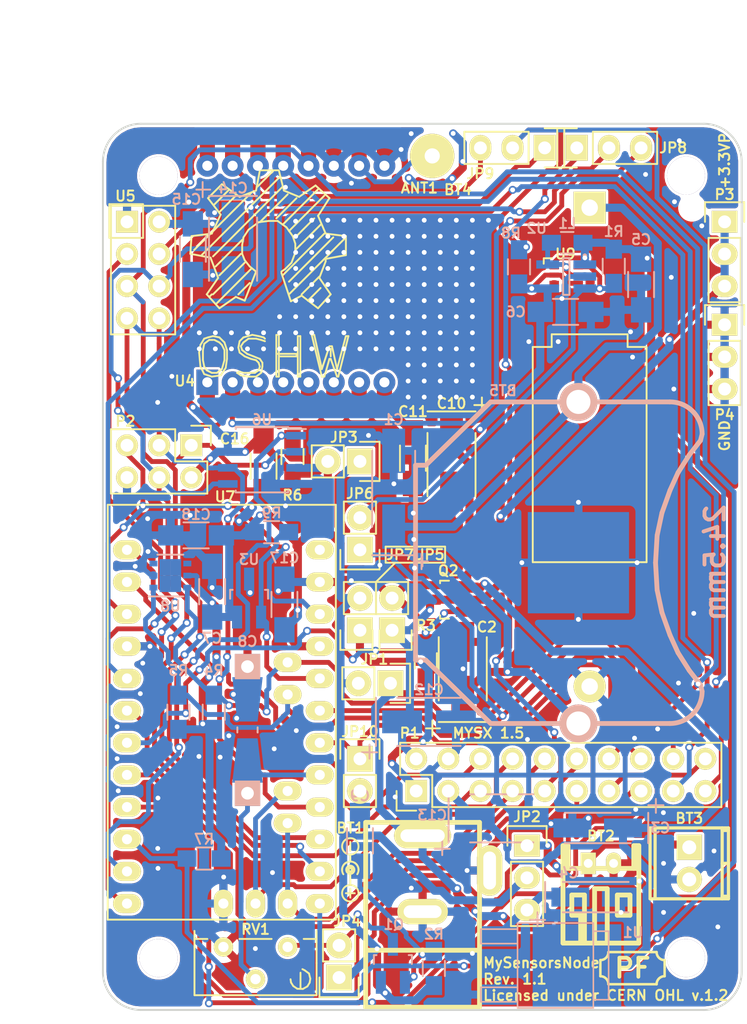
<source format=kicad_pcb>
(kicad_pcb (version 4) (host pcbnew 0.201509101502+6177~30~ubuntu14.04.1-product)
  (title_block (title "Mysensors Node") (date "Wed 10 Jun 2015") (rev 1.1) (company "Designer: Patrick Fallberg") (comment 1 "Copyright (c) 2015 Patrick Fallberg") (comment 2 "Licensed under CERN OHL v.1.2") (comment 3 "Case: Supebat BOX-2252"))
  (layers (0 F.Cu mixed) (31 B.Cu mixed) (34 B.Paste user) (35 F.Paste user) (36 B.SilkS user) (37 F.SilkS user) (38 B.Mask user) (39 F.Mask user) (44 Edge.Cuts user))
  (net 0 "")
  (net 1 GND)
  (net 2 "Net-(ANT1-Pad1)")
  (net 3 +3V3)
  (net 4 "Net-(C4-Pad1)")
  (net 5 "Net-(C5-Pad1)")
  (net 6 VBAT_SMPL)
  (net 7 "Net-(C9-Pad1)")
  (net 8 "Net-(C9-Pad2)")
  (net 9 +3.3VP)
  (net 10 +BATT)
  (net 11 "Net-(JP4-Pad2)")
  (net 12 MYSX_D10_A4)
  (net 13 "Net-(JP6-Pad2)")
  (net 14 "Net-(JP7-Pad1)")
  (net 15 MYSX_D3_INT)
  (net 16 "Net-(JP8-Pad2)")
  (net 17 RF_INT)
  (net 18 RF24_CSN)
  (net 19 "Net-(JP9-Pad2)")
  (net 20 MYSX_D9_A3)
  (net 21 "Net-(L1-Pad1)")
  (net 22 /MISO)
  (net 23 /SCK)
  (net 24 /MOSI)
  (net 25 RESET)
  (net 26 MYSX_3.3V_EN)
  (net 27 MYSX_D7_SCL)
  (net 28 MYSX_D8_SDA)
  (net 29 FLASH_CSN)
  (net 30 MYSX_D14_CS)
  (net 31 ATSHA_SDA)
  (net 32 RF69_NSS)
  (net 33 RF24_CE)
  (net 34 MYSX_D6_PWM)
  (net 35 MYSX_D5_PWM)
  (net 36 MYSX_D4_INT)
  (net 37 MYSX_D1_DFM)
  (net 38 MYSX_D2_DTM)
  (net 39 MYSX_A1)
  (net 40 MYSX_A2)
  (net 41 "Net-(BT1-Pad3)")
  (net 42 "Net-(U4-Pad1)")
  (net 43 "Net-(U4-Pad3)")
  (net 44 "Net-(U4-Pad4)")
  (net 45 "Net-(U4-Pad5)")
  (net 46 "Net-(U4-Pad6)")
  (net 47 "Net-(U4-Pad7)")
  (net 48 "Net-(U4-Pad16)")
  (module mysensors_connectors:TerminalBlock2.54mmx2-kcswalter (layer F.Cu) (at 167.666 108.9006 90)
    (fp_text reference BT3 (at 3.556 0 180) (layer F.SilkS) (effects (font (size 0.8 0.8) (thickness 0.16))))
    (fp_text value Generic hide)
    (pad 2 thru_hole oval (at -1.27 0 90) (size 1.99898 1.99898) (drill 1.09728) (layers *.Cu *.Mask F.SilkS) (net 1 GND))
    (pad 1 thru_hole rect (at 1.27 0 90) (size 1.99898 1.99898) (drill 1.09728) (layers *.Cu *.Mask F.SilkS) (net 41 "Net-(BT1-Pad3)"))
  )
  (module mysensors_connectors:dc_socket-kcswalter (layer F.Cu) (at 146.584 112.9646)
    (fp_text reference BT1 (at -5.715 -6.858) (layer F.SilkS) (effects (font (size 0.8 0.8) (thickness 0.16))))
    (fp_text value "2.5mm jack" hide)
    (pad 1 thru_hole oval (at 5.30098 -3.50012) (size 1.99898 4.0005) (drill oval 1.00076 2.99974) (layers *.Cu *.Mask F.SilkS) (net 1 GND))
    (pad 2 thru_hole oval (at 0 -0.24892) (size 4.0005 1.99898) (drill oval 2.99974 1.00076) (layers *.Cu *.Mask F.SilkS) (net 1 GND))
    (pad 3 thru_hole oval (at 0 -6.25094) (size 4.50088 1.99898) (drill oval 3.50012 1.00076) (layers *.Cu *.Mask F.SilkS) (net 41 "Net-(BT1-Pad3)"))
  )
  (module Symbols:Symbol_OSHW-Logo_SilkScreen_BIG (layer F.Cu) (at 134.519 40.9556)
    (fp_text reference OSHW_LOGO hide)
    (fp_text value Symbol_OSHW-Logo_SilkScreen_BIG)
  )
  (module mysensors_arduino:pro_mini (layer F.Cu) (at 130.836 98.1056 270)
    (fp_text reference U7 (at -18.161 -0.127 360) (layer F.SilkS) (effects (font (size 0.8 0.8) (thickness 0.16))))
    (fp_text value ArduinoProMini hide)
    (pad 28 thru_hole oval (at 5.08 -5.08 270) (size 1.50114 2.19964) (drill 0.8001) (layers *.Cu *.Mask F.SilkS) (net 40 MYSX_A2))
    (pad 27 thru_hole oval (at 7.62 -5.08 270) (size 1.50114 2.19964) (drill 0.8001) (layers *.Cu *.Mask F.SilkS) (net 39 MYSX_A1))
    (pad 1 thru_hole oval (at -13.97 7.62 270) (size 1.50114 2.19964) (drill 0.8001) (layers *.Cu *.Mask F.SilkS) (net 37 MYSX_D1_DFM))
    (pad 2 thru_hole oval (at -11.43 7.62 270) (size 1.50114 2.19964) (drill 0.8001) (layers *.Cu *.Mask F.SilkS) (net 38 MYSX_D2_DTM))
    (pad 3 thru_hole oval (at -8.89 7.62 270) (size 1.50114 2.19964) (drill 0.8001) (layers *.Cu *.Mask F.SilkS) (net 25 RESET))
    (pad 4 thru_hole oval (at -6.35 7.62 270) (size 1.50114 2.19964) (drill 0.8001) (layers *.Cu *.Mask F.SilkS) (net 1 GND))
    (pad 5 thru_hole oval (at -3.81 7.62 270) (size 1.50114 2.19964) (drill 0.8001) (layers *.Cu *.Mask F.SilkS) (net 16 "Net-(JP8-Pad2)"))
    (pad 6 thru_hole oval (at -1.27 7.62 270) (size 1.50114 2.19964) (drill 0.8001) (layers *.Cu *.Mask F.SilkS) (net 36 MYSX_D4_INT))
    (pad 7 thru_hole oval (at 1.27 7.62 270) (size 1.50114 2.19964) (drill 0.8001) (layers *.Cu *.Mask F.SilkS) (net 26 MYSX_3.3V_EN))
    (pad 8 thru_hole oval (at 3.81 7.62 270) (size 1.50114 2.19964) (drill 0.8001) (layers *.Cu *.Mask F.SilkS) (net 35 MYSX_D5_PWM))
    (pad 9 thru_hole oval (at 6.35 7.62 270) (size 1.50114 2.19964) (drill 0.8001) (layers *.Cu *.Mask F.SilkS) (net 34 MYSX_D6_PWM))
    (pad 10 thru_hole oval (at 8.89 7.62 270) (size 1.50114 2.19964) (drill 0.8001) (layers *.Cu *.Mask F.SilkS) (net 30 MYSX_D14_CS))
    (pad 11 thru_hole oval (at 11.43 7.62 270) (size 1.50114 2.19964) (drill 0.8001) (layers *.Cu *.Mask F.SilkS) (net 29 FLASH_CSN))
    (pad 12 thru_hole oval (at 13.97 7.62 270) (size 1.50114 2.19964) (drill 0.8001) (layers *.Cu *.Mask F.SilkS) (net 33 RF24_CE))
    (pad 13 thru_hole oval (at 13.97 -7.62 270) (size 1.50114 2.19964) (drill 0.8001) (layers *.Cu *.Mask F.SilkS) (net 19 "Net-(JP9-Pad2)"))
    (pad 14 thru_hole oval (at 11.43 -7.62 270) (size 1.50114 2.19964) (drill 0.8001) (layers *.Cu *.Mask F.SilkS) (net 24 /MOSI))
    (pad 15 thru_hole oval (at 8.89 -7.62 270) (size 1.50114 2.19964) (drill 0.8001) (layers *.Cu *.Mask F.SilkS) (net 22 /MISO))
    (pad 16 thru_hole oval (at 6.35 -7.62 270) (size 1.50114 2.19964) (drill 0.8001) (layers *.Cu *.Mask F.SilkS) (net 23 /SCK))
    (pad 17 thru_hole oval (at 3.81 -7.62 270) (size 1.50114 2.19964) (drill 0.8001) (layers *.Cu *.Mask F.SilkS) (net 6 VBAT_SMPL))
    (pad 18 thru_hole oval (at 1.27 -7.62 270) (size 1.50114 2.19964) (drill 0.8001) (layers *.Cu *.Mask F.SilkS) (net 20 MYSX_D9_A3))
    (pad 19 thru_hole oval (at -1.27 -7.62 270) (size 1.50114 2.19964) (drill 0.8001) (layers *.Cu *.Mask F.SilkS) (net 12 MYSX_D10_A4))
    (pad 20 thru_hole oval (at -3.81 -7.62 270) (size 1.50114 2.19964) (drill 0.8001) (layers *.Cu *.Mask F.SilkS) (net 31 ATSHA_SDA))
    (pad 21 thru_hole oval (at -6.35 -7.62 270) (size 1.50114 2.19964) (drill 0.8001) (layers *.Cu *.Mask F.SilkS) (net 3 +3V3))
    (pad 22 thru_hole oval (at -8.89 -7.62 270) (size 1.50114 2.19964) (drill 0.8001) (layers *.Cu *.Mask F.SilkS) (net 25 RESET))
    (pad 23 thru_hole oval (at -11.43 -7.62 270) (size 1.50114 2.19964) (drill 0.8001) (layers *.Cu *.Mask F.SilkS) (net 1 GND))
    (pad 24 thru_hole oval (at -13.97 -7.62 270) (size 1.50114 2.19964) (drill 0.8001) (layers *.Cu *.Mask F.SilkS))
    (pad 25 thru_hole oval (at -2.54 -5.08 270) (size 1.50114 2.19964) (drill 0.8001) (layers *.Cu *.Mask F.SilkS) (net 28 MYSX_D8_SDA))
    (pad 26 thru_hole oval (at -5.08 -5.08 270) (size 1.50114 2.19964) (drill 0.8001) (layers *.Cu *.Mask F.SilkS) (net 27 MYSX_D7_SCL))
    (pad 27 thru_hole oval (at 13.97 -5.08 270) (size 2.19964 1.50114) (drill 0.8001) (layers *.Cu *.Mask F.SilkS) (net 39 MYSX_A1))
    (pad 28 thru_hole oval (at 13.97 -2.54 270) (size 2.19964 1.50114) (drill 0.8001) (layers *.Cu *.Mask F.SilkS) (net 40 MYSX_A2))
    (pad 29 thru_hole oval (at 13.97 0 270) (size 2.19964 1.50114) (drill 0.8001) (layers *.Cu *.Mask F.SilkS) (net 1 GND))
  )
  (module mysensors_connectors:MYSX_1.5 (layer F.Cu) (at 146.076 103.1856 90)
    (fp_text reference P1 (at 4.572 -0.508 180) (layer F.SilkS) (effects (font (size 0.8 0.8) (thickness 0.16))))
    (fp_text value MYSX_1.5 hide)
    (fp_text user "MYSX 1.5" (at 4.572 5.715 180) (layer F.SilkS) (effects (font (size 0.8 0.8) (thickness 0.16))))
    (pad 20 thru_hole oval (at 2.54 22.86 90) (size 1.7272 1.7272) (drill 1.016) (layers *.Cu *.Mask F.SilkS) (net 30 MYSX_D14_CS))
    (pad 19 thru_hole oval (at 0 22.86 90) (size 1.7272 1.7272) (drill 1.016) (layers *.Cu *.Mask F.SilkS) (net 23 /SCK))
    (pad 18 thru_hole oval (at 2.54 20.32 90) (size 1.7272 1.7272) (drill 1.016) (layers *.Cu *.Mask F.SilkS) (net 22 /MISO))
    (pad 17 thru_hole oval (at 0 20.32 90) (size 1.7272 1.7272) (drill 1.016) (layers *.Cu *.Mask F.SilkS) (net 24 /MOSI))
    (pad 16 thru_hole oval (at 2.54 17.78 90) (size 1.7272 1.7272) (drill 1.016) (layers *.Cu *.Mask F.SilkS) (net 12 MYSX_D10_A4))
    (pad 15 thru_hole oval (at 0 17.78 90) (size 1.7272 1.7272) (drill 1.016) (layers *.Cu *.Mask F.SilkS) (net 20 MYSX_D9_A3))
    (pad 14 thru_hole oval (at 2.54 15.24 90) (size 1.7272 1.7272) (drill 1.016) (layers *.Cu *.Mask F.SilkS) (net 28 MYSX_D8_SDA))
    (pad 13 thru_hole oval (at 0 15.24 90) (size 1.7272 1.7272) (drill 1.016) (layers *.Cu *.Mask F.SilkS) (net 27 MYSX_D7_SCL))
    (pad 12 thru_hole oval (at 2.54 12.7 90) (size 1.7272 1.7272) (drill 1.016) (layers *.Cu *.Mask F.SilkS) (net 34 MYSX_D6_PWM))
    (pad 11 thru_hole oval (at 0 12.7 90) (size 1.7272 1.7272) (drill 1.016) (layers *.Cu *.Mask F.SilkS) (net 35 MYSX_D5_PWM))
    (pad 10 thru_hole oval (at 2.54 10.16 90) (size 1.7272 1.7272) (drill 1.016) (layers *.Cu *.Mask F.SilkS) (net 36 MYSX_D4_INT))
    (pad 9 thru_hole oval (at 0 10.16 90) (size 1.7272 1.7272) (drill 1.016) (layers *.Cu *.Mask F.SilkS) (net 15 MYSX_D3_INT))
    (pad 1 thru_hole rect (at 0 0 90) (size 1.7272 1.7272) (drill 1.016) (layers *.Cu *.Mask F.SilkS) (net 14 "Net-(JP7-Pad1)"))
    (pad 2 thru_hole oval (at 2.54 0 90) (size 1.7272 1.7272) (drill 1.016) (layers *.Cu *.Mask F.SilkS) (net 9 +3.3VP))
    (pad 3 thru_hole oval (at 0 2.54 90) (size 1.7272 1.7272) (drill 1.016) (layers *.Cu *.Mask F.SilkS) (net 3 +3V3))
    (pad 4 thru_hole oval (at 2.54 2.54 90) (size 1.7272 1.7272) (drill 1.016) (layers *.Cu *.Mask F.SilkS) (net 1 GND))
    (pad 5 thru_hole oval (at 0 5.08 90) (size 1.7272 1.7272) (drill 1.016) (layers *.Cu *.Mask F.SilkS) (net 37 MYSX_D1_DFM))
    (pad 6 thru_hole oval (at 2.54 5.08 90) (size 1.7272 1.7272) (drill 1.016) (layers *.Cu *.Mask F.SilkS) (net 38 MYSX_D2_DTM))
    (pad 7 thru_hole oval (at 0 7.62 90) (size 1.7272 1.7272) (drill 1.016) (layers *.Cu *.Mask F.SilkS) (net 39 MYSX_A1))
    (pad 8 thru_hole oval (at 2.54 7.62 90) (size 1.7272 1.7272) (drill 1.016) (layers *.Cu *.Mask F.SilkS) (net 40 MYSX_A2))
  )
  (module mysensors_handsoldering:SOT-23-5_Handsoldering (layer B.Cu) (at 157.941 62.5456 180)
    (fp_text reference U2 (at 2.34 3.81 180) (layer B.SilkS) (effects (font (size 0.8 0.8) (thickness 0.16)) (justify mirror)))
    (fp_text value TPS61097A)
    (pad 1 smd rect (at -1.47 0.95 180) (size 1.80086 0.65) (layers B.Cu B.Paste B.Mask) (net 5 "Net-(C5-Pad1)"))
    (pad 2 smd rect (at -1.47 0 180) (size 1.80086 0.65) (layers B.Cu B.Paste B.Mask) (net 1 GND))
    (pad 3 smd rect (at -1.47 -0.95 180) (size 1.80086 0.65) (layers B.Cu B.Paste B.Mask) (net 13 "Net-(JP6-Pad2)"))
    (pad 4 smd rect (at 1.47 -0.95 180) (size 1.80086 0.65) (layers B.Cu B.Paste B.Mask) (net 3 +3V3))
    (pad 5 smd rect (at 1.47 0.95 180) (size 1.80086 0.65) (layers B.Cu B.Paste B.Mask) (net 21 "Net-(L1-Pad1)"))
  )
  (module Capacitors_SMD:C_1206_HandSoldering (layer B.Cu) (at 141.631 107.1226 270)
    (fp_text reference C9 (at -3.556 0 360) (layer B.SilkS) (effects (font (size 0.8 0.8) (thickness 0.16)) (justify mirror)))
    (fp_text value 0.1uF)
    (pad 1 smd rect (at -2 0 270) (size 2 1.6) (layers B.Cu B.Paste B.Mask) (net 7 "Net-(C9-Pad1)"))
    (pad 2 smd rect (at 2 0 270) (size 2 1.6) (layers B.Cu B.Paste B.Mask) (net 8 "Net-(C9-Pad2)"))
  )
  (module Pin_Headers:Pin_Header_Straight_1x03 (layer F.Cu) (at 156.236 52.3856 270)
    (fp_text reference JP9 (at 2.032 5.08 360) (layer F.SilkS) (effects (font (size 0.8 0.8) (thickness 0.16))))
    (fp_text value JUMPER3 hide)
    (pad 1 thru_hole rect (at 0 0 270) (size 2.032 1.7272) (drill 1.016) (layers *.Cu *.Mask F.SilkS) (net 18 RF24_CSN))
    (pad 2 thru_hole oval (at 0 2.54 270) (size 2.032 1.7272) (drill 1.016) (layers *.Cu *.Mask F.SilkS) (net 19 "Net-(JP9-Pad2)"))
    (pad 3 thru_hole oval (at 0 5.08 270) (size 2.032 1.7272) (drill 1.016) (layers *.Cu *.Mask F.SilkS) (net 32 RF69_NSS))
  )
  (module Housings_SOIC:SOIC-8_3.9x4.9mm_Pitch1.27mm (layer B.Cu) (at 133.884 77.0236 180)
    (fp_text reference U6 (at 0 3.175 180) (layer B.SilkS) (effects (font (size 0.8 0.8) (thickness 0.16)) (justify mirror)))
    (fp_text value AT25DF512C)
    (pad 1 smd rect (at -2.7 1.905 180) (size 1.55 0.6) (layers B.Cu B.Paste B.Mask) (net 29 FLASH_CSN))
    (pad 2 smd rect (at -2.7 0.635 180) (size 1.55 0.6) (layers B.Cu B.Paste B.Mask) (net 22 /MISO))
    (pad 3 smd rect (at -2.7 -0.635 180) (size 1.55 0.6) (layers B.Cu B.Paste B.Mask) (net 3 +3V3))
    (pad 4 smd rect (at -2.7 -1.905 180) (size 1.55 0.6) (layers B.Cu B.Paste B.Mask) (net 1 GND))
    (pad 5 smd rect (at 2.7 -1.905 180) (size 1.55 0.6) (layers B.Cu B.Paste B.Mask) (net 24 /MOSI))
    (pad 6 smd rect (at 2.7 -0.635 180) (size 1.55 0.6) (layers B.Cu B.Paste B.Mask) (net 23 /SCK))
    (pad 7 smd rect (at 2.7 0.635 180) (size 1.55 0.6) (layers B.Cu B.Paste B.Mask) (net 3 +3V3))
    (pad 8 smd rect (at 2.7 1.905 180) (size 1.55 0.6) (layers B.Cu B.Paste B.Mask) (net 3 +3V3))
  )
  (module Housings_SOT-23_SOT-143_TSOT-6:SOT-23_Handsoldering (layer B.Cu) (at 132.868 87.9456 180)
    (fp_text reference U3 (at 0 3.048 180) (layer B.SilkS) (effects (font (size 0.8 0.8) (thickness 0.16)) (justify mirror)))
    (fp_text value ATSHA204A)
    (pad 1 smd rect (at -0.95 -1.50114 180) (size 0.8001 1.80086) (layers B.Cu B.Paste B.Mask) (net 31 ATSHA_SDA))
    (pad 2 smd rect (at 0.95 -1.50114 180) (size 0.8001 1.80086) (layers B.Cu B.Paste B.Mask) (net 3 +3V3))
    (pad 3 smd rect (at 0 1.50114 180) (size 0.8001 1.80086) (layers B.Cu B.Paste B.Mask) (net 1 GND))
  )
  (module Potentiometers:Potentiometer_Bourns_3296Y_3-8Zoll_Angular_ScrewUp (layer F.Cu) (at 135.916 115.5046 90)
    (fp_text reference RV1 (at 1.397 -2.54 180) (layer F.SilkS) (effects (font (size 0.8 0.8) (thickness 0.16))))
    (fp_text value 1M)
    (pad 2 thru_hole circle (at -2.54 -2.54 90) (size 1.524 1.524) (drill 0.8128) (layers *.Cu *.Mask F.SilkS) (net 6 VBAT_SMPL))
    (pad 3 thru_hole circle (at 0 -5.08 90) (size 1.524 1.524) (drill 0.8128) (layers *.Cu *.Mask F.SilkS) (net 1 GND))
    (pad 1 thru_hole circle (at 0 0 90) (size 1.524 1.524) (drill 0.8128) (layers *.Cu *.Mask F.SilkS) (net 11 "Net-(JP4-Pad2)"))
  )
  (module Housings_SOT-23_SOT-143_TSOT-6:SOT-23_Handsoldering (layer F.Cu) (at 148.616 88.0726 90)
    (fp_text reference Q2 (at 2.286 0 180) (layer F.SilkS) (effects (font (size 0.8 0.8) (thickness 0.16))))
    (fp_text value DMP3056L-7)
    (pad 1 smd rect (at -0.95 1.50114 90) (size 0.8001 1.80086) (layers F.Cu F.Paste F.Mask) (net 26 MYSX_3.3V_EN))
    (pad 2 smd rect (at 0.95 1.50114 90) (size 0.8001 1.80086) (layers F.Cu F.Paste F.Mask) (net 3 +3V3))
    (pad 3 smd rect (at 0 -1.50114 90) (size 0.8001 1.80086) (layers F.Cu F.Paste F.Mask) (net 9 +3.3VP))
  )
  (module Housings_SOT-23_SOT-143_TSOT-6:SOT-23_Handsoldering (layer B.Cu) (at 144.237 116.79746 180)
    (fp_text reference Q1 (at -0.061 3.07086 180) (layer B.SilkS) (effects (font (size 0.8 0.8) (thickness 0.16)) (justify mirror)))
    (fp_text value DMP3056L-7)
    (pad 1 smd rect (at -0.95 -1.50114 180) (size 0.8001 1.80086) (layers B.Cu B.Paste B.Mask) (net 8 "Net-(C9-Pad2)"))
    (pad 2 smd rect (at 0.95 -1.50114 180) (size 0.8001 1.80086) (layers B.Cu B.Paste B.Mask) (net 10 +BATT))
    (pad 3 smd rect (at 0 1.50114 180) (size 0.8001 1.80086) (layers B.Cu B.Paste B.Mask) (net 11 "Net-(JP4-Pad2)"))
  )
  (module Pin_Headers:Pin_Header_Straight_2x03 (layer F.Cu) (at 128.296 75.8806 270)
    (fp_text reference P2 (at -1.905 5.207 360) (layer F.SilkS) (effects (font (size 0.8 0.8) (thickness 0.16))))
    (fp_text value CONN_02X03)
    (pad 1 thru_hole rect (at 0 0 270) (size 1.7272 1.7272) (drill 1.016) (layers *.Cu *.Mask F.SilkS) (net 22 /MISO))
    (pad 2 thru_hole oval (at 2.54 0 270) (size 1.7272 1.7272) (drill 1.016) (layers *.Cu *.Mask F.SilkS) (net 3 +3V3))
    (pad 3 thru_hole oval (at 0 2.54 270) (size 1.7272 1.7272) (drill 1.016) (layers *.Cu *.Mask F.SilkS) (net 23 /SCK))
    (pad 4 thru_hole oval (at 2.54 2.54 270) (size 1.7272 1.7272) (drill 1.016) (layers *.Cu *.Mask F.SilkS) (net 24 /MOSI))
    (pad 5 thru_hole oval (at 0 5.08 270) (size 1.7272 1.7272) (drill 1.016) (layers *.Cu *.Mask F.SilkS) (net 25 RESET))
    (pad 6 thru_hole oval (at 2.54 5.08 270) (size 1.7272 1.7272) (drill 1.016) (layers *.Cu *.Mask F.SilkS) (net 1 GND))
  )
  (module Capacitors_SMD:C_0805_HandSoldering (layer B.Cu) (at 158.014 59.8786)
    (fp_text reference L1 (at 0 -1.524) (layer B.SilkS) (effects (font (size 0.8 0.8) (thickness 0.16)) (justify mirror)))
    (fp_text value 4.7uH)
    (pad 1 smd rect (at -1.25 0) (size 1.5 1.25) (layers B.Cu B.Paste B.Mask) (net 21 "Net-(L1-Pad1)"))
    (pad 2 smd rect (at 1.25 0) (size 1.5 1.25) (layers B.Cu B.Paste B.Mask) (net 5 "Net-(C5-Pad1)"))
  )
  (module Pin_Headers:Pin_Header_Straight_1x02 (layer F.Cu) (at 141.631 100.6456)
    (fp_text reference JP10 (at 0 -2.159) (layer F.SilkS) (effects (font (size 0.8 0.8) (thickness 0.16))))
    (fp_text value Jumper_NO_Small)
    (pad 1 thru_hole rect (at 0 0) (size 2.032 2.032) (drill 1.016) (layers *.Cu *.Mask F.SilkS) (net 20 MYSX_D9_A3))
    (pad 2 thru_hole oval (at 0 2.54) (size 2.032 2.032) (drill 1.016) (layers *.Cu *.Mask F.SilkS) (net 7 "Net-(C9-Pad1)"))
  )
  (module Pin_Headers:Pin_Header_Straight_1x03 (layer F.Cu) (at 158.776 52.3856 90)
    (fp_text reference JP8 (at 0 7.62 180) (layer F.SilkS) (effects (font (size 0.8 0.8) (thickness 0.16))))
    (fp_text value JUMPER3 hide)
    (pad 1 thru_hole rect (at 0 0 90) (size 2.032 1.7272) (drill 1.016) (layers *.Cu *.Mask F.SilkS) (net 15 MYSX_D3_INT))
    (pad 2 thru_hole oval (at 0 2.54 90) (size 2.032 1.7272) (drill 1.016) (layers *.Cu *.Mask F.SilkS) (net 16 "Net-(JP8-Pad2)"))
    (pad 3 thru_hole oval (at 0 5.08 90) (size 2.032 1.7272) (drill 1.016) (layers *.Cu *.Mask F.SilkS) (net 17 RF_INT))
  )
  (module Pin_Headers:Pin_Header_Straight_1x02 (layer F.Cu) (at 141.631 90.4856 180)
    (fp_text reference JP7 (at -3.175 5.969 180) (layer F.SilkS) (effects (font (size 0.8 0.8) (thickness 0.16))))
    (fp_text value Jumper_NO_Small)
    (pad 1 thru_hole rect (at 0 0 180) (size 2.032 2.032) (drill 1.016) (layers *.Cu *.Mask F.SilkS) (net 14 "Net-(JP7-Pad1)"))
    (pad 2 thru_hole oval (at 0 2.54 180) (size 2.032 2.032) (drill 1.016) (layers *.Cu *.Mask F.SilkS) (net 10 +BATT))
  )
  (module Pin_Headers:Pin_Header_Straight_1x02 (layer F.Cu) (at 141.631 84.1356 180)
    (fp_text reference JP6 (at 0 4.445 180) (layer F.SilkS) (effects (font (size 0.8 0.8) (thickness 0.16))))
    (fp_text value Jumper_NO_Small)
    (pad 1 thru_hole rect (at 0 0 180) (size 2.032 2.032) (drill 1.016) (layers *.Cu *.Mask F.SilkS) (net 12 MYSX_D10_A4))
    (pad 2 thru_hole oval (at 0 2.54 180) (size 2.032 2.032) (drill 1.016) (layers *.Cu *.Mask F.SilkS) (net 13 "Net-(JP6-Pad2)"))
  )
  (module Pin_Headers:Pin_Header_Straight_1x02 (layer F.Cu) (at 144.171 90.4856 180)
    (fp_text reference JP5 (at -3.048 5.969 180) (layer F.SilkS) (effects (font (size 0.8 0.8) (thickness 0.16))))
    (fp_text value Jumper_NO_Small)
    (pad 1 thru_hole rect (at 0 0 180) (size 2.032 2.032) (drill 1.016) (layers *.Cu *.Mask F.SilkS) (net 9 +3.3VP))
    (pad 2 thru_hole oval (at 0 2.54 180) (size 2.032 2.032) (drill 1.016) (layers *.Cu *.Mask F.SilkS) (net 3 +3V3))
  )
  (module Pin_Headers:Pin_Header_Straight_1x02 (layer F.Cu) (at 139.98 117.9176 180)
    (fp_text reference JP4 (at -0.635 4.445 180) (layer F.SilkS) (effects (font (size 0.8 0.8) (thickness 0.16))))
    (fp_text value Jumper_NO_Small hide)
    (pad 1 thru_hole rect (at 0 0 180) (size 2.032 2.032) (drill 1.016) (layers *.Cu *.Mask F.SilkS) (net 10 +BATT))
    (pad 2 thru_hole oval (at 0 2.54 180) (size 2.032 2.032) (drill 1.016) (layers *.Cu *.Mask F.SilkS) (net 11 "Net-(JP4-Pad2)"))
  )
  (module Pin_Headers:Pin_Header_Straight_1x02 (layer F.Cu) (at 141.631 77.1506 270)
    (fp_text reference JP3 (at -1.905 1.27 360) (layer F.SilkS) (effects (font (size 0.8 0.8) (thickness 0.16))))
    (fp_text value Jumper_NO_Small)
    (pad 1 thru_hole rect (at 0 0 270) (size 2.032 2.032) (drill 1.016) (layers *.Cu *.Mask F.SilkS) (net 10 +BATT))
    (pad 2 thru_hole oval (at 0 2.54 270) (size 2.032 2.032) (drill 1.016) (layers *.Cu *.Mask F.SilkS) (net 3 +3V3))
  )
  (module Pin_Headers:Pin_Header_Straight_1x03 (layer F.Cu) (at 154.839 107.5036)
    (fp_text reference JP2 (at 0 -2.286) (layer F.SilkS) (effects (font (size 0.8 0.8) (thickness 0.16))))
    (fp_text value JUMPER3)
    (pad 1 thru_hole rect (at 0 0) (size 2.032 1.7272) (drill 1.016) (layers *.Cu *.Mask F.SilkS) (net 5 "Net-(C5-Pad1)"))
    (pad 2 thru_hole oval (at 0 2.54) (size 2.032 1.7272) (drill 1.016) (layers *.Cu *.Mask F.SilkS) (net 10 +BATT))
    (pad 3 thru_hole oval (at 0 5.08) (size 2.032 1.7272) (drill 1.016) (layers *.Cu *.Mask F.SilkS) (net 4 "Net-(C4-Pad1)"))
  )
  (module Pin_Headers:Pin_Header_Straight_1x02 (layer F.Cu) (at 144.044 94.6766 270)
    (fp_text reference JP1 (at -1.905 1.27 360) (layer F.SilkS) (effects (font (size 0.8 0.8) (thickness 0.16))))
    (fp_text value Jumper_NO_Small)
    (pad 1 thru_hole rect (at 0 0 270) (size 2.032 2.032) (drill 1.016) (layers *.Cu *.Mask F.SilkS) (net 41 "Net-(BT1-Pad3)"))
    (pad 2 thru_hole oval (at 0 2.54 270) (size 2.032 2.032) (drill 1.016) (layers *.Cu *.Mask F.SilkS) (net 10 +BATT))
  )
  (module Capacitors_SMD:C_1206_HandSoldering (layer B.Cu) (at 135.662 88.4536 90)
    (fp_text reference C17 (at 3.683 0 180) (layer B.SilkS) (effects (font (size 0.8 0.8) (thickness 0.16)) (justify mirror)))
    (fp_text value 0.1uF)
    (pad 1 smd rect (at -2 0 90) (size 2 1.6) (layers B.Cu B.Paste B.Mask) (net 3 +3V3))
    (pad 2 smd rect (at 2 0 90) (size 2 1.6) (layers B.Cu B.Paste B.Mask) (net 1 GND))
  )
  (module Capacitors_SMD:C_1206_HandSoldering (layer F.Cu) (at 134.011 77.5316 90)
    (fp_text reference C16 (at 2.159 -2.286 180) (layer F.SilkS) (effects (font (size 0.8 0.8) (thickness 0.16))))
    (fp_text value 0.1uF)
    (pad 1 smd rect (at -2 0 90) (size 2 1.6) (layers F.Cu F.Paste F.Mask) (net 1 GND))
    (pad 2 smd rect (at 2 0 90) (size 2 1.6) (layers F.Cu F.Paste F.Mask) (net 3 +3V3))
  )
  (module Capacitors_SMD:C_1206_HandSoldering (layer B.Cu) (at 128.423 60.3866 90)
    (fp_text reference C15 (at 3.937 -0.508 180) (layer B.SilkS) (effects (font (size 0.8 0.8) (thickness 0.16)) (justify mirror)))
    (fp_text value 0.1uF)
    (pad 1 smd rect (at -2 0 90) (size 2 1.6) (layers B.Cu B.Paste B.Mask) (net 1 GND))
    (pad 2 smd rect (at 2 0 90) (size 2 1.6) (layers B.Cu B.Paste B.Mask) (net 3 +3V3))
  )
  (module Capacitors_Tantalum_SMD:TantalC_SizeB_EIA-3528_HandSoldering (layer B.Cu) (at 131.598 60.3866 270)
    (fp_text reference C14 (at -4.826 0 360) (layer B.SilkS) (effects (font (size 0.8 0.8) (thickness 0.16)) (justify mirror)))
    (fp_text value 4.7uF)
    (pad 2 smd rect (at 2.12598 0 270) (size 3.1496 1.80086) (layers B.Cu B.Paste B.Mask) (net 1 GND))
    (pad 1 smd rect (at -2.12598 0 270) (size 3.1496 1.80086) (layers B.Cu B.Paste B.Mask) (net 3 +3V3))
  )
  (module Capacitors_Tantalum_SMD:TantalC_SizeB_EIA-3528_HandSoldering (layer B.Cu) (at 152.84002 105.3446)
    (fp_text reference C13 (at -5.49402 -0.254) (layer B.SilkS) (effects (font (size 0.8 0.8) (thickness 0.16)) (justify mirror)))
    (fp_text value 4.7uF)
    (pad 2 smd rect (at 2.12598 0) (size 3.1496 1.80086) (layers B.Cu B.Paste B.Mask) (net 1 GND))
    (pad 1 smd rect (at -2.12598 0) (size 3.1496 1.80086) (layers B.Cu B.Paste B.Mask) (net 3 +3V3))
  )
  (module Capacitors_Tantalum_SMD:TantalC_SizeB_EIA-3528_HandSoldering (layer B.Cu) (at 147.092 97.7246)
    (fp_text reference C12 (at 0 -2.54) (layer B.SilkS) (effects (font (size 0.8 0.8) (thickness 0.16)) (justify mirror)))
    (fp_text value 4.7uF)
    (pad 2 smd rect (at 2.12598 0) (size 3.1496 1.80086) (layers B.Cu B.Paste B.Mask) (net 1 GND))
    (pad 1 smd rect (at -2.12598 0) (size 3.1496 1.80086) (layers B.Cu B.Paste B.Mask) (net 9 +3.3VP))
  )
  (module Capacitors_SMD:C_1206_HandSoldering (layer F.Cu) (at 145.822 76.8966 90)
    (fp_text reference C11 (at 3.683 0 180) (layer F.SilkS) (effects (font (size 0.8 0.8) (thickness 0.16))))
    (fp_text value 0.1uF)
    (pad 1 smd rect (at -2 0 90) (size 2 1.6) (layers F.Cu F.Paste F.Mask) (net 1 GND))
    (pad 2 smd rect (at 2 0 90) (size 2 1.6) (layers F.Cu F.Paste F.Mask) (net 3 +3V3))
  )
  (module Resistors_Universal:Resistor_SMD+THTuniversal_0805to1206_RM10_HandSoldering (layer B.Cu) (at 132.741 98.3596 90)
    (fp_text reference C8 (at 6.985 0 180) (layer B.SilkS) (effects (font (size 0.8 0.8) (thickness 0.16)) (justify mirror)))
    (fp_text value C)
    (pad 1 smd trapezoid (at -2.413 0 90) (size 3.50012 1.99898) (rect_delta 0.39878 0) (layers B.Cu B.Paste B.Mask) (net 6 VBAT_SMPL))
    (pad 2 smd trapezoid (at 2.413 0 270) (size 3.50012 1.99898) (rect_delta 0.39878 0) (layers B.Cu B.Paste B.Mask) (net 1 GND))
    (pad 1 thru_hole rect (at -5.00126 0 270) (size 1.99898 1.99898) (drill 1.00076) (layers *.Cu *.Mask B.SilkS) (net 6 VBAT_SMPL))
    (pad 2 thru_hole rect (at 5.00126 0 270) (size 1.99898 1.99898) (drill 1.00076) (layers *.Cu *.Mask B.SilkS) (net 1 GND))
  )
  (module Capacitors_SMD:C_1206_HandSoldering (layer B.Cu) (at 129.947 87.4376 90)
    (fp_text reference C7 (at -3.683 0 180) (layer B.SilkS) (effects (font (size 0.8 0.8) (thickness 0.16)) (justify mirror)))
    (fp_text value 0.1uF)
    (pad 1 smd rect (at -2 0 90) (size 2 1.6) (layers B.Cu B.Paste B.Mask) (net 3 +3V3))
    (pad 2 smd rect (at 2 0 90) (size 2 1.6) (layers B.Cu B.Paste B.Mask) (net 1 GND))
  )
  (module Capacitors_SMD:C_1206_HandSoldering (layer B.Cu) (at 157.887 65.3396)
    (fp_text reference C6 (at -3.937 0) (layer B.SilkS) (effects (font (size 0.8 0.8) (thickness 0.16)) (justify mirror)))
    (fp_text value 10uF)
    (pad 1 smd rect (at -2 0) (size 2 1.6) (layers B.Cu B.Paste B.Mask) (net 3 +3V3))
    (pad 2 smd rect (at 2 0) (size 2 1.6) (layers B.Cu B.Paste B.Mask) (net 1 GND))
  )
  (module Capacitors_SMD:C_1206_HandSoldering (layer B.Cu) (at 163.856 63.1806 270)
    (fp_text reference C5 (at -3.556 0 360) (layer B.SilkS) (effects (font (size 0.8 0.8) (thickness 0.16)) (justify mirror)))
    (fp_text value 10uF)
    (pad 1 smd rect (at -2 0 270) (size 2 1.6) (layers B.Cu B.Paste B.Mask) (net 5 "Net-(C5-Pad1)"))
    (pad 2 smd rect (at 2 0 270) (size 2 1.6) (layers B.Cu B.Paste B.Mask) (net 1 GND))
  )
  (module Capacitors_Tantalum_SMD:TantalC_SizeA_EIA-3216_HandSoldering (layer B.Cu) (at 160.26698 111.5676)
    (fp_text reference C4 (at -2.12598 -1.905) (layer B.SilkS) (effects (font (size 0.8 0.8) (thickness 0.16)) (justify mirror)))
    (fp_text value 10uF)
    (pad 2 smd rect (at 1.99898 0) (size 2.99974 1.50114) (layers B.Cu B.Paste B.Mask) (net 1 GND))
    (pad 1 smd rect (at -1.99898 0) (size 2.99974 1.50114) (layers B.Cu B.Paste B.Mask) (net 4 "Net-(C4-Pad1)"))
  )
  (module Capacitors_Tantalum_SMD:TantalC_SizeA_EIA-3216_HandSoldering (layer B.Cu) (at 160.427 106.1066 180)
    (fp_text reference C3 (at -4.953 0 180) (layer B.SilkS) (effects (font (size 0.8 0.8) (thickness 0.16)) (justify mirror)))
    (fp_text value 10uF)
    (pad 2 smd rect (at 1.99898 0 180) (size 2.99974 1.50114) (layers B.Cu B.Paste B.Mask) (net 1 GND))
    (pad 1 smd rect (at -1.99898 0 180) (size 2.99974 1.50114) (layers B.Cu B.Paste B.Mask) (net 3 +3V3))
  )
  (module Capacitors_Tantalum_SMD:TantalC_SizeB_EIA-3528_HandSoldering (layer F.Cu) (at 149.759 93.5336 90)
    (fp_text reference C2 (at 3.302 1.905 180) (layer F.SilkS) (effects (font (size 0.8 0.8) (thickness 0.16))))
    (fp_text value 4.7uF)
    (pad 2 smd rect (at 2.12598 0 90) (size 3.1496 1.80086) (layers F.Cu F.Paste F.Mask) (net 1 GND))
    (pad 1 smd rect (at -2.12598 0 90) (size 3.1496 1.80086) (layers F.Cu F.Paste F.Mask) (net 41 "Net-(BT1-Pad3)"))
  )
  (module Capacitors_Tantalum_SMD:TantalC_SizeC_EIA-6032_HandSoldering (layer B.Cu) (at 144.298 79.3096 90)
    (fp_text reference C1 (at 5.461 0 180) (layer B.SilkS) (effects (font (size 0.8 0.8) (thickness 0.16)) (justify mirror)))
    (fp_text value 47uF)
    (fp_text user + (at -5.75056 2.19964 90) (layer B.SilkS) (effects (justify mirror)))
    (pad 2 smd rect (at 2.99974 0 90) (size 3.50012 1.80086) (layers B.Cu B.Paste B.Mask) (net 1 GND))
    (pad 1 smd rect (at -2.99974 0 90) (size 3.50012 1.80086) (layers B.Cu B.Paste B.Mask) (net 41 "Net-(BT1-Pad3)"))
  )
  (module Wire_Pads:SolderWirePad_single_1-2mmDrill (layer F.Cu) (at 147.346 53.0206)
    (fp_text reference ANT1 (at -1.016 2.54) (layer F.SilkS) (effects (font (size 0.8 0.8) (thickness 0.16))))
    (fp_text value CONN_01X01)
    (pad 1 thru_hole circle (at 0 0) (size 3.50012 3.50012) (drill 1.19888) (layers *.Cu *.Mask F.SilkS) (net 2 "Net-(ANT1-Pad1)"))
  )
  (module Mounting_Holes:MountingHole_3mm (layer F.Cu) (at 125.711 54.5806)
    (fp_text reference HOLE1 hide)
    (fp_text value MountingHole_3mm hide)
    (pad 1 thru_hole circle (at 0 0) (size 3 3) (drill 3) (layers))
  )
  (module w_logo:Logo_silk_polarity_center_5x1.4mm (layer F.Cu) (at 140.869 109.4086 270)
    (fp_text reference PLUG_SPEC hide)
    (fp_text value LOGO hide)
  )
  (module Mounting_Holes:MountingHole_3mm (layer F.Cu) (at 167.411 54.5806)
    (fp_text reference HOLE2 hide)
    (fp_text value MountingHole_3mm hide)
    (pad 1 thru_hole circle (at 0 0) (size 3 3) (drill 3) (layers))
  )
  (module Mounting_Holes:MountingHole_3mm (layer F.Cu) (at 167.411 116.3806)
    (fp_text reference HOLE4 hide)
    (fp_text value MountingHole_3mm hide)
    (pad 1 thru_hole circle (at 0 0) (size 3 3) (drill 3) (layers))
  )
  (module Mounting_Holes:MountingHole_3mm (layer F.Cu) (at 125.711 116.3806)
    (fp_text reference HOLE3 hide)
    (fp_text value MountingHole_3mm hide)
    (pad 1 thru_hole circle (at 0 0) (size 3 3) (drill 3) (layers))
  )
  (module Capacitors_SMD:C_1206_HandSoldering (layer B.Cu) (at 128.677 82.9926 180)
    (fp_text reference C18 (at 0 1.651 180) (layer B.SilkS) (effects (font (size 0.8 0.8) (thickness 0.16)) (justify mirror)))
    (fp_text value 0.1uF)
    (pad 1 smd rect (at -2 0 180) (size 2 1.6) (layers B.Cu B.Paste B.Mask) (net 3 +3V3))
    (pad 2 smd rect (at 2 0 180) (size 2 1.6) (layers B.Cu B.Paste B.Mask) (net 1 GND))
  )
  (module Housings_DFN_QFN:DFN-6-1EP_3x3mm_Pitch0.95mm (layer B.Cu) (at 126.645 86.1676)
    (fp_text reference U8 (at 0 2.413) (layer B.SilkS) (effects (font (size 0.8 0.8) (thickness 0.16)) (justify mirror)))
    (fp_text value Si7021)
    (pad 1 smd rect (at -1.34 0.95) (size 0.63 0.45) (layers B.Cu B.Paste B.Mask) (net 28 MYSX_D8_SDA))
    (pad 2 smd rect (at -1.34 0) (size 0.63 0.45) (layers B.Cu B.Paste B.Mask) (net 1 GND))
    (pad 3 smd rect (at -1.34 -0.95) (size 0.63 0.45) (layers B.Cu B.Paste B.Mask))
    (pad 4 smd rect (at 1.34 -0.95) (size 0.63 0.45) (layers B.Cu B.Paste B.Mask))
    (pad 5 smd rect (at 1.34 0) (size 0.63 0.45) (layers B.Cu B.Paste B.Mask) (net 3 +3V3))
    (pad 6 smd rect (at 1.34 0.95) (size 0.63 0.45) (layers B.Cu B.Paste B.Mask) (net 27 MYSX_D7_SCL))
    (pad 7 smd rect (at 0.425 -0.65) (size 0.85 1.3) (layers B.Cu B.Paste B.Mask))
    (pad 7 smd rect (at 0.425 0.65) (size 0.85 1.3) (layers B.Cu B.Paste B.Mask))
    (pad 7 smd rect (at -0.425 -0.65) (size 0.85 1.3) (layers B.Cu B.Paste B.Mask))
    (pad 7 smd rect (at -0.425 0.65) (size 0.85 1.3) (layers B.Cu B.Paste B.Mask))
  )
  (module Resistors_SMD:R_0805_HandSoldering (layer B.Cu) (at 147.473 117.2026 270)
    (fp_text reference R2 (at -2.714 0 360) (layer B.SilkS) (effects (font (size 0.8 0.8) (thickness 0.16)) (justify mirror)))
    (fp_text value 10K)
    (pad 1 smd rect (at -1.35 0 270) (size 1.5 1.3) (layers B.Cu B.Paste B.Mask) (net 8 "Net-(C9-Pad2)"))
    (pad 2 smd rect (at 1.35 0 270) (size 1.5 1.3) (layers B.Cu B.Paste B.Mask) (net 10 +BATT))
  )
  (module Resistors_SMD:R_0805_HandSoldering (layer B.Cu) (at 134.646 82.7386 180)
    (fp_text reference R9 (at 0 1.524 180) (layer B.SilkS) (effects (font (size 0.8 0.8) (thickness 0.16)) (justify mirror)))
    (fp_text value 56K)
    (pad 1 smd rect (at -1.35 0 180) (size 1.5 1.3) (layers B.Cu B.Paste B.Mask) (net 31 ATSHA_SDA))
    (pad 2 smd rect (at 1.35 0 180) (size 1.5 1.3) (layers B.Cu B.Paste B.Mask) (net 3 +3V3))
  )
  (module Resistors_SMD:R_0805_HandSoldering (layer F.Cu) (at 146.838 92.8986 270)
    (fp_text reference R3 (at -2.794 0 360) (layer F.SilkS) (effects (font (size 0.8 0.8) (thickness 0.16))))
    (fp_text value 10K)
    (pad 1 smd rect (at -1.35 0 270) (size 1.5 1.3) (layers F.Cu F.Paste F.Mask) (net 26 MYSX_3.3V_EN))
    (pad 2 smd rect (at 1.35 0 270) (size 1.5 1.3) (layers F.Cu F.Paste F.Mask) (net 3 +3V3))
  )
  (module Resistors_SMD:R_0805_HandSoldering (layer F.Cu) (at 136.297 76.7696 270)
    (fp_text reference R6 (at 3.048 0 360) (layer F.SilkS) (effects (font (size 0.8 0.8) (thickness 0.16))))
    (fp_text value 56K)
    (pad 1 smd rect (at -1.35 0 270) (size 1.5 1.3) (layers F.Cu F.Paste F.Mask) (net 29 FLASH_CSN))
    (pad 2 smd rect (at 1.35 0 270) (size 1.5 1.3) (layers F.Cu F.Paste F.Mask) (net 3 +3V3))
  )
  (module Resistors_SMD:R_0805_HandSoldering (layer B.Cu) (at 161.697 61.7366 270)
    (fp_text reference R1 (at -2.747 0 360) (layer B.SilkS) (effects (font (size 0.8 0.8) (thickness 0.16)) (justify mirror)))
    (fp_text value 150K)
    (pad 1 smd rect (at -1.35 0 270) (size 1.5 1.3) (layers B.Cu B.Paste B.Mask) (net 5 "Net-(C5-Pad1)"))
    (pad 2 smd rect (at 1.35 0 270) (size 1.5 1.3) (layers B.Cu B.Paste B.Mask) (net 13 "Net-(JP6-Pad2)"))
  )
  (module Resistors_SMD:R_0805_HandSoldering (layer B.Cu) (at 130.074 96.9626 270)
    (fp_text reference R4 (at -3.302 0 360) (layer B.SilkS) (effects (font (size 0.8 0.8) (thickness 0.16)) (justify mirror)))
    (fp_text value 10K)
    (pad 1 smd rect (at -1.35 0 270) (size 1.5 1.3) (layers B.Cu B.Paste B.Mask) (net 27 MYSX_D7_SCL))
    (pad 2 smd rect (at 1.35 0 270) (size 1.5 1.3) (layers B.Cu B.Paste B.Mask) (net 3 +3V3))
  )
  (module Resistors_SMD:R_0805_HandSoldering (layer B.Cu) (at 127.28 96.9626 270)
    (fp_text reference R5 (at -3.302 0 360) (layer B.SilkS) (effects (font (size 0.8 0.8) (thickness 0.16)) (justify mirror)))
    (fp_text value 10K)
    (pad 1 smd rect (at -1.35 0 270) (size 1.5 1.3) (layers B.Cu B.Paste B.Mask) (net 28 MYSX_D8_SDA))
    (pad 2 smd rect (at 1.35 0 270) (size 1.5 1.3) (layers B.Cu B.Paste B.Mask) (net 3 +3V3))
  )
  (module Resistors_SMD:R_0805_HandSoldering (layer B.Cu) (at 129.312 108.5196)
    (fp_text reference R7 (at 0 -1.524) (layer B.SilkS) (effects (font (size 0.8 0.8) (thickness 0.16)) (justify mirror)))
    (fp_text value 56K)
    (pad 1 smd rect (at -1.35 0) (size 1.5 1.3) (layers B.Cu B.Paste B.Mask) (net 30 MYSX_D14_CS))
    (pad 2 smd rect (at 1.35 0) (size 1.5 1.3) (layers B.Cu B.Paste B.Mask) (net 3 +3V3))
  )
  (module Resistors_SMD:R_0805_HandSoldering (layer B.Cu) (at 154.204 61.7836 90)
    (fp_text reference R8 (at 2.667 -0.635 180) (layer B.SilkS) (effects (font (size 0.8 0.8) (thickness 0.16)) (justify mirror)))
    (fp_text value 56K)
    (pad 1 smd rect (at -1.35 0 90) (size 1.5 1.3) (layers B.Cu B.Paste B.Mask) (net 3 +3V3))
    (pad 2 smd rect (at 1.35 0 90) (size 1.5 1.3) (layers B.Cu B.Paste B.Mask) (net 19 "Net-(JP9-Pad2)"))
  )
  (module Capacitors_Tantalum_SMD:TantalC_SizeB_EIA-3528_HandSoldering (layer F.Cu) (at 148.87 77.4046 270)
    (fp_text reference C10 (at -4.826 0 360) (layer F.SilkS) (effects (font (size 0.8 0.8) (thickness 0.16))))
    (fp_text value 4.7uF)
    (pad 2 smd rect (at 2.12598 0 270) (size 3.1496 1.80086) (layers F.Cu F.Paste F.Mask) (net 1 GND))
    (pad 1 smd rect (at -2.12598 0 270) (size 3.1496 1.80086) (layers F.Cu F.Paste F.Mask) (net 3 +3V3))
  )
  (module Pin_Headers:Pin_Header_Straight_1x03 (layer F.Cu) (at 170.46 66.3556)
    (fp_text reference P4 (at 0 7.112) (layer F.SilkS) (effects (font (size 0.8 0.8) (thickness 0.16))))
    (fp_text value CONN_01X03 hide)
    (pad 1 thru_hole rect (at 0 0) (size 2.032 1.7272) (drill 1.016) (layers *.Cu *.Mask F.SilkS) (net 1 GND))
    (pad 2 thru_hole oval (at 0 2.54) (size 2.032 1.7272) (drill 1.016) (layers *.Cu *.Mask F.SilkS) (net 1 GND))
    (pad 3 thru_hole oval (at 0 5.08) (size 2.032 1.7272) (drill 1.016) (layers *.Cu *.Mask F.SilkS) (net 1 GND))
  )
  (module Pin_Headers:Pin_Header_Straight_1x03 (layer F.Cu) (at 170.46 58.2276)
    (fp_text reference P3 (at 0 -2.159) (layer F.SilkS) (effects (font (size 0.8 0.8) (thickness 0.16))))
    (fp_text value CONN_01X03 hide)
    (pad 1 thru_hole rect (at 0 0) (size 2.032 1.7272) (drill 1.016) (layers *.Cu *.Mask F.SilkS) (net 9 +3.3VP))
    (pad 2 thru_hole oval (at 0 2.54) (size 2.032 1.7272) (drill 1.016) (layers *.Cu *.Mask F.SilkS) (net 9 +3.3VP))
    (pad 3 thru_hole oval (at 0 5.08) (size 2.032 1.7272) (drill 1.016) (layers *.Cu *.Mask F.SilkS) (net 9 +3.3VP))
  )
  (module mysensors_connectors:s2b-ph-kl-kcswalter (layer F.Cu) (at 160.681 108.9006)
    (fp_text reference BT2 (at 0 -2.159) (layer F.SilkS) (effects (font (size 0.8 0.8) (thickness 0.16))))
    (fp_text value JST hide)
    (pad 1 thru_hole rect (at -1.00076 0) (size 1.19888 1.69926) (drill 0.70104) (layers *.Cu *.Mask F.SilkS) (net 41 "Net-(BT1-Pad3)"))
    (pad 2 thru_hole oval (at 1.00076 0) (size 1.19888 1.69926) (drill 0.70104) (layers *.Cu *.Mask F.SilkS) (net 1 GND))
  )
  (module mysensors_connectors:keystone_3009-kcswalter (layer B.Cu) (at 158.903 85.1516 270)
    (fp_text reference BT5 (at -13.589 5.969 360) (layer B.SilkS) (effects (font (size 0.8 0.8) (thickness 0.16)) (justify mirror)))
    (fp_text value 24.5mm (at 0 -10.8 270) (layer B.SilkS) (effects (font (thickness 0.3048)) (justify mirror)))
    (pad 1 thru_hole circle (at -12.7 0 270) (size 3 3) (drill 1.9) (layers *.Cu *.Mask B.SilkS) (net 41 "Net-(BT1-Pad3)"))
    (pad 1 thru_hole circle (at 12.7 0 270) (size 3 3) (drill 1.9) (layers *.Cu *.Mask B.SilkS) (net 41 "Net-(BT1-Pad3)"))
    (pad 2 smd rect (at 0 0 270) (size 8 8) (layers B.Cu B.Paste B.Mask) (net 1 GND))
  )
  (module mysensors_obscurities:d-pak-kcswalter (layer B.Cu) (at 155.6645 116.9651 90)
    (fp_text reference U1 (at 2.6035 7.5565 180) (layer B.SilkS) (effects (font (size 0.8 0.8) (thickness 0.16)) (justify mirror)))
    (fp_text value LD1117DT33TR hide)
    (pad 1 smd rect (at -2.30124 -3.1242 90) (size 1.6002 3.2004) (layers B.Cu B.Paste B.Mask) (net 1 GND))
    (pad 3 smd rect (at 2.30124 -3.1242 90) (size 1.6002 3.2004) (layers B.Cu B.Paste B.Mask) (net 4 "Net-(C4-Pad1)"))
    (pad 2 smd rect (at 0 3.1242 90) (size 6.49986 7.00024) (layers B.Cu B.Paste B.Mask) (net 3 +3V3))
  )
  (module mysensors_radios:RFM69HW_SMD_ThroughHole_Handsoldering (layer F.Cu) (at 129.566 70.8006 90)
    (fp_text reference U4 (at 0 -1.778 180) (layer F.SilkS) (effects (font (size 0.8 0.8) (thickness 0.16))))
    (fp_text value RFM69HW hide)
    (pad 1 smd rect (at -1.4 0 90) (size 3 1.2) (layers F.Cu F.Paste F.Mask) (net 42 "Net-(U4-Pad1)"))
    (pad 2 smd rect (at -1.4 2 90) (size 3 1.2) (layers F.Cu F.Paste F.Mask) (net 17 RF_INT))
    (pad 3 smd rect (at -1.4 4 90) (size 3 1.2) (layers F.Cu F.Paste F.Mask) (net 43 "Net-(U4-Pad3)"))
    (pad 4 smd rect (at -1.4 6 90) (size 3 1.2) (layers F.Cu F.Paste F.Mask) (net 44 "Net-(U4-Pad4)"))
    (pad 5 smd rect (at -1.4 8 90) (size 3 1.2) (layers F.Cu F.Paste F.Mask) (net 45 "Net-(U4-Pad5)"))
    (pad 6 smd rect (at -1.4 10 90) (size 3 1.2) (layers F.Cu F.Paste F.Mask) (net 46 "Net-(U4-Pad6)"))
    (pad 7 smd rect (at -1.4 12 90) (size 3 1.2) (layers F.Cu F.Paste F.Mask) (net 47 "Net-(U4-Pad7)"))
    (pad 8 smd rect (at -1.4 14 90) (size 3 1.2) (layers F.Cu F.Paste F.Mask) (net 3 +3V3))
    (pad 9 smd rect (at 18.3 14 90) (size 3 1.2) (layers F.Cu F.Paste F.Mask) (net 1 GND))
    (pad 10 smd rect (at 18.3 12 90) (size 3 1.2) (layers F.Cu F.Paste F.Mask) (net 2 "Net-(ANT1-Pad1)"))
    (pad 11 smd rect (at 18.3 10 90) (size 3 1.2) (layers F.Cu F.Paste F.Mask) (net 1 GND))
    (pad 12 smd rect (at 18.3 8 90) (size 3 1.2) (layers F.Cu F.Paste F.Mask) (net 23 /SCK))
    (pad 13 smd rect (at 18.3 6 90) (size 3 1.2) (layers F.Cu F.Paste F.Mask) (net 22 /MISO))
    (pad 14 smd rect (at 18.3 4 90) (size 3 1.2) (layers F.Cu F.Paste F.Mask) (net 24 /MOSI))
    (pad 15 smd rect (at 18.3 2 90) (size 3 1.2) (layers F.Cu F.Paste F.Mask) (net 32 RF69_NSS))
    (pad 16 smd rect (at 18.3 0 90) (size 3 1.2) (layers F.Cu F.Paste F.Mask) (net 48 "Net-(U4-Pad16)"))
    (pad 1 thru_hole rect (at -0.1 0 90) (size 2 1.7272) (drill 0.8) (layers *.Cu *.Mask) (net 42 "Net-(U4-Pad1)"))
    (pad 2 thru_hole circle (at -0.1 2 90) (size 1.7272 1.7272) (drill 0.8) (layers *.Cu *.Mask) (net 17 RF_INT))
    (pad 3 thru_hole circle (at -0.1 4 90) (size 1.7272 1.7272) (drill 0.8) (layers *.Cu *.Mask) (net 43 "Net-(U4-Pad3)"))
    (pad 4 thru_hole circle (at -0.1 6 90) (size 1.7272 1.7272) (drill 0.8) (layers *.Cu *.Mask) (net 44 "Net-(U4-Pad4)"))
    (pad 5 thru_hole circle (at -0.1 8 90) (size 1.7272 1.7272) (drill 0.8) (layers *.Cu *.Mask) (net 45 "Net-(U4-Pad5)"))
    (pad 6 thru_hole circle (at -0.1 10 90) (size 1.7272 1.7272) (drill 0.8) (layers *.Cu *.Mask) (net 46 "Net-(U4-Pad6)"))
    (pad 7 thru_hole circle (at -0.1 12 90) (size 1.7272 1.7272) (drill 0.8) (layers *.Cu *.Mask) (net 47 "Net-(U4-Pad7)"))
    (pad 8 thru_hole circle (at -0.1 14 90) (size 1.7272 1.7272) (drill 0.8) (layers *.Cu *.Mask) (net 3 +3V3))
    (pad 9 thru_hole circle (at 17 14 90) (size 1.7272 1.7272) (drill 0.8) (layers *.Cu *.Mask) (net 1 GND))
    (pad 10 thru_hole circle (at 17 12 90) (size 1.7272 1.7272) (drill 0.8) (layers *.Cu *.Mask) (net 2 "Net-(ANT1-Pad1)"))
    (pad 11 thru_hole circle (at 17 10 90) (size 1.7272 1.7272) (drill 0.8) (layers *.Cu *.Mask) (net 1 GND))
    (pad 12 thru_hole circle (at 17 8 90) (size 1.7272 1.7272) (drill 0.8) (layers *.Cu *.Mask) (net 23 /SCK))
    (pad 13 thru_hole circle (at 17 6 90) (size 1.7272 1.7272) (drill 0.8) (layers *.Cu *.Mask) (net 22 /MISO))
    (pad 14 thru_hole circle (at 17 4 90) (size 1.7272 1.7272) (drill 0.8) (layers *.Cu *.Mask) (net 24 /MOSI))
    (pad 15 thru_hole circle (at 17 2 90) (size 1.7272 1.7272) (drill 0.8) (layers *.Cu *.Mask) (net 32 RF69_NSS))
    (pad 16 thru_hole circle (at 17 0 90) (size 1.7272 1.7272) (drill 0.8) (layers *.Cu *.Mask) (net 48 "Net-(U4-Pad16)"))
  )
  (module mysensors_radios:NRF24L01 (layer F.Cu) (at 121.692 56.7036 90)
    (fp_text reference U5 (at 0.508 1.397 180) (layer F.SilkS) (effects (font (size 0.8 0.8) (thickness 0.16))))
    (fp_text value NRF24L01 hide)
    (pad 7 thru_hole oval (at -9.144 1.524 90) (size 1.7272 1.7272) (drill 1.016) (layers *.Cu *.Mask F.SilkS) (net 22 /MISO))
    (pad 8 thru_hole oval (at -9.144 4.064 90) (size 1.7272 1.7272) (drill 1.016) (layers *.Cu *.Mask F.SilkS) (net 17 RF_INT))
    (pad 5 thru_hole oval (at -6.604 1.524 90) (size 1.7272 1.7272) (drill 1.016) (layers *.Cu *.Mask F.SilkS) (net 23 /SCK))
    (pad 6 thru_hole oval (at -6.604 4.064 90) (size 1.7272 1.7272) (drill 1.016) (layers *.Cu *.Mask F.SilkS) (net 24 /MOSI))
    (pad 3 thru_hole oval (at -4.064 1.524 90) (size 1.7272 1.7272) (drill 1.016) (layers *.Cu *.Mask F.SilkS) (net 33 RF24_CE))
    (pad 4 thru_hole oval (at -4.064 4.064 90) (size 1.7272 1.7272) (drill 1.016) (layers *.Cu *.Mask F.SilkS) (net 18 RF24_CSN))
    (pad 1 thru_hole rect (at -1.524 1.524 90) (size 1.7272 1.7272) (drill 1.016) (layers *.Cu *.Mask F.SilkS) (net 1 GND))
    (pad 2 thru_hole oval (at -1.524 4.064 90) (size 1.7272 1.7272) (drill 1.016) (layers *.Cu *.Mask F.SilkS) (net 3 +3V3))
  )
  (module Housings_SOT-23_SOT-143_TSOT-6:SC-70-6 (layer F.Cu) (at 157.9378 62.43384 270)
    (fp_text reference U9 (at -1.66624 0.06604 360) (layer F.SilkS) (effects (font (size 0.8 0.8) (thickness 0.16))))
    (fp_text value TPS61221)
    (pad 1 smd rect (at -0.65024 0.94996 270) (size 0.39878 0.7493) (layers F.Cu F.Paste F.Mask) (net 5 "Net-(C5-Pad1)"))
    (pad 2 smd rect (at 0 0.94996 270) (size 0.39878 0.7493) (layers F.Cu F.Paste F.Mask) (net 3 +3V3))
    (pad 3 smd rect (at 0.65024 0.94996 270) (size 0.39878 0.7493) (layers F.Cu F.Paste F.Mask) (net 1 GND))
    (pad 4 smd rect (at 0.65024 -0.94996 270) (size 0.39878 0.7493) (layers F.Cu F.Paste F.Mask) (net 3 +3V3))
    (pad 5 smd rect (at 0 -0.94996 270) (size 0.39878 0.7493) (layers F.Cu F.Paste F.Mask) (net 21 "Net-(L1-Pad1)"))
    (pad 6 smd rect (at -0.65024 -0.94996 270) (size 0.39878 0.7493) (layers F.Cu F.Paste F.Mask) (net 13 "Net-(JP6-Pad2)"))
  )
  (module mysensors_connectors:CR123_holder (layer F.Cu) (at 159.792 57.1106)
    (fp_text reference BT4 (at -10.414 -1.423) (layer F.SilkS) (effects (font (size 0.8 0.8) (thickness 0.16))))
    (fp_text value CR123)
    (pad 1 thru_hole rect (at 0 0) (size 2.54 2.54) (drill 1.3) (layers *.Cu *.Mask F.SilkS) (net 41 "Net-(BT1-Pad3)"))
    (pad 2 thru_hole circle (at 0 37.82) (size 2.54 2.54) (drill 1.3) (layers *.Cu *.Mask F.SilkS) (net 1 GND))
    (pad "" np_thru_hole circle (at 8.1 0) (size 1.8 1.8) (drill 1.8) (layers *.Cu Dwgs.User) (clearance 0.1))
  )
  (gr_line (start 142.901 86.6756) (end 144.425 85.1516) (angle 90) (layer F.SilkS) (width 0.15))
  (gr_line (start 148.362 83.8816) (end 143.663 83.8816) (angle 90) (layer F.SilkS) (width 0.15))
  (gr_line (start 148.362 85.1516) (end 148.362 83.8816) (angle 90) (layer F.SilkS) (width 0.15))
  (gr_line (start 143.663 85.1516) (end 148.362 85.1516) (angle 90) (layer F.SilkS) (width 0.15))
  (gr_line (start 143.663 83.8816) (end 143.663 85.1516) (angle 90) (layer F.SilkS) (width 0.15))
  (gr_arc (start 168.811 117.4806) (end 171.811 117.4806) (angle 90) (layer Edge.Cuts) (width 0.15))
  (gr_arc (start 124.311 117.4806) (end 124.311 120.4806) (angle 90) (layer Edge.Cuts) (width 0.15))
  (gr_arc (start 168.811 53.4806) (end 168.811 50.4806) (angle 90) (layer Edge.Cuts) (width 0.15))
  (gr_arc (start 124.311 53.4806) (end 121.311 53.4806) (angle 90) (layer Edge.Cuts) (width 0.15))
  (gr_text GND (at 170.46 75.1186 90) (layer F.SilkS) (effects (font (size 0.8 0.8) (thickness 0.16))))
  (gr_text +3.3VP (at 170.46 53.4016 90) (layer F.SilkS) (effects (font (size 0.8 0.8) (thickness 0.16))))
  (gr_line (start 121.311 117.4806) (end 121.311 53.4806) (angle 90) (layer Edge.Cuts) (width 0.15))
  (gr_line (start 168.811 120.4806) (end 124.311 120.4806) (angle 90) (layer Edge.Cuts) (width 0.15))
  (gr_line (start 171.811 53.4806) (end 171.811 117.4806) (angle 90) (layer Edge.Cuts) (width 0.15))
  (gr_line (start 124.311 50.4806) (end 168.811 50.4806) (angle 90) (layer Edge.Cuts) (width 0.15))
  (gr_text "MySensorsNode\nRev. 1.1\nLicensed under CERN OHL v.1.2" (at 151.283 118.0446) (layer F.SilkS) (effects (font (size 0.8 0.8) (thickness 0.16)) (justify left)))
  (gr_line (start 160.638469 116.543557) (end 160.638469 117.813557) (angle 90) (layer F.SilkS) (width 0.2))
  (gr_line (start 165.083469 118.448557) (end 161.273469 118.448557) (angle 90) (layer F.SilkS) (width 0.2))
  (gr_line (start 165.718469 116.543557) (end 165.718469 117.813557) (angle 90) (layer F.SilkS) (width 0.2))
  (gr_arc (start 160.638469 118.448557) (end 160.638469 117.813557) (angle 90) (layer F.SilkS) (width 0.2))
  (gr_arc (start 160.638469 115.908557) (end 161.273469 115.908557) (angle 90) (layer F.SilkS) (width 0.2))
  (gr_arc (start 165.718469 118.448557) (end 165.083469 118.448557) (angle 90) (layer F.SilkS) (width 0.2))
  (gr_arc (start 165.718469 115.908557) (end 165.718469 116.543557) (angle 90) (layer F.SilkS) (width 0.2))
  (gr_line (start 161.273469 115.908557) (end 165.083469 115.908557) (angle 90) (layer F.SilkS) (width 0.2))
  (gr_text PF (at 163.178469 117.178557) (layer F.SilkS) (effects (font (size 1.5 1.5) (thickness 0.3))))
  (segment (start 149.762844 53.456619) (end 149.762844 52.007946) (width 0.635) (layer B.Cu) (net 0))
  (segment (start 149.762844 52.007946) (end 148.999564 51.244666) (width 0.635) (layer B.Cu) (net 0))
  (via (at 148.999564 51.244666) (size 0.635) (drill 0.381) (layers F.Cu B.Cu) (net 0))
  (segment (start 148.921678 54.796253) (end 149.762844 53.955087) (width 0.635) (layer F.Cu) (net 0))
  (segment (start 149.762844 53.955087) (end 149.762844 53.456619) (width 0.635) (layer F.Cu) (net 0))
  (via (at 149.762844 53.456619) (size 0.635) (drill 0.381) (layers F.Cu B.Cu) (net 0))
  (segment (start 145.494708 54.765099) (end 146.02097 55.291361) (width 0.635) (layer B.Cu) (net 0))
  (segment (start 146.02097 55.291361) (end 148.42657 55.291361) (width 0.635) (layer B.Cu) (net 0))
  (segment (start 148.42657 55.291361) (end 148.921678 54.796253) (width 0.635) (layer B.Cu) (net 0))
  (via (at 148.921678 54.796253) (size 0.635) (drill 0.381) (layers F.Cu B.Cu) (net 0))
  (via (at 145.494708 54.765099) (size 0.635) (drill 0.381) (layers F.Cu B.Cu) (net 0))
  (segment (start 166.814085 94.657967) (end 166.814085 90.360915) (width 0.635) (layer F.Cu) (net 1))
  (segment (start 166.814085 90.360915) (end 168.021 89.154) (width 0.635) (layer F.Cu) (net 1))
  (via (at 168.021 89.154) (size 0.635) (drill 0.381) (layers F.Cu B.Cu) (net 1))
  (segment (start 165.634 112.7741) (end 168.7811 112.7741) (width 0.635) (layer F.Cu) (net 1))
  (segment (start 168.7811 112.7741) (end 169.926 113.919) (width 0.635) (layer F.Cu) (net 1))
  (via (at 169.926 113.919) (size 0.635) (drill 0.381) (layers F.Cu B.Cu) (net 1))
  (segment (start 165.989 58.661155) (end 165.989 56.642) (width 0.635) (layer F.Cu) (net 1))
  (segment (start 165.989 61.907988) (end 165.989 58.661155) (width 0.635) (layer F.Cu) (net 1))
  (segment (start 165.989 58.661155) (end 168.541845 58.661155) (width 0.635) (layer F.Cu) (net 1))
  (segment (start 168.541845 58.661155) (end 168.656 58.547) (width 0.635) (layer F.Cu) (net 1))
  (via (at 168.656 58.547) (size 0.635) (drill 0.381) (layers F.Cu B.Cu) (net 1))
  (segment (start 164.338 54.483) (end 166.497 56.642) (width 0.635) (layer F.Cu) (net 1))
  (segment (start 164.211 54.483) (end 164.338 54.483) (width 0.635) (layer F.Cu) (net 1))
  (via (at 166.497 56.642) (size 0.635) (drill 0.381) (layers F.Cu B.Cu) (net 1))
  (segment (start 164.211 54.483) (end 166.878 51.816) (width 0.635) (layer F.Cu) (net 1))
  (via (at 166.878 51.816) (size 0.635) (drill 0.381) (layers F.Cu B.Cu) (net 1))
  (segment (start 165.989 56.642) (end 164.211 54.864) (width 0.635) (layer F.Cu) (net 1))
  (via (at 164.211 54.483) (size 0.635) (drill 0.381) (layers F.Cu B.Cu) (net 1))
  (segment (start 164.211 54.864) (end 164.211 54.483) (width 0.635) (layer F.Cu) (net 1))
  (segment (start 166.243 62.611) (end 166.243 62.161988) (width 0.635) (layer F.Cu) (net 1))
  (segment (start 166.243 62.161988) (end 165.989 61.907988) (width 0.635) (layer F.Cu) (net 1))
  (segment (start 165.862 59.817) (end 165.862 62.23) (width 0.635) (layer F.Cu) (net 1))
  (segment (start 165.862 62.23) (end 166.243 62.611) (width 0.635) (layer F.Cu) (net 1))
  (via (at 166.243 62.611) (size 0.635) (drill 0.381) (layers F.Cu B.Cu) (net 1))
  (segment (start 163.068 59.817) (end 165.862 59.817) (width 0.635) (layer F.Cu) (net 1))
  (segment (start 163.068 61.214) (end 163.068 59.817) (width 0.635) (layer F.Cu) (net 1))
  (segment (start 163.195 61.341) (end 163.068 61.214) (width 0.635) (layer F.Cu) (net 1))
  (segment (start 163.195 66.294723) (end 163.195 61.341) (width 0.635) (layer F.Cu) (net 1))
  (segment (start 163.023718 66.915017) (end 163.023718 66.466005) (width 0.635) (layer F.Cu) (net 1))
  (segment (start 163.023718 66.466005) (end 163.195 66.294723) (width 0.635) (layer F.Cu) (net 1))
  (segment (start 157.864964 63.389412) (end 157.864964 64.544621) (width 0.381) (layer B.Cu) (net 1))
  (segment (start 159.411 62.5456) (end 158.12957 62.5456) (width 0.381) (layer B.Cu) (net 1))
  (segment (start 158.12957 62.5456) (end 157.864964 62.810206) (width 0.381) (layer B.Cu) (net 1))
  (segment (start 157.864964 62.810206) (end 157.864964 63.389412) (width 0.381) (layer B.Cu) (net 1))
  (segment (start 157.864964 64.544621) (end 157.864964 67.129872) (width 0.381) (layer B.Cu) (net 1))
  (segment (start 157.85867 64.544621) (end 157.864964 64.544621) (width 0.381) (layer B.Cu) (net 1))
  (segment (start 157.601678 64.287629) (end 157.85867 64.544621) (width 0.381) (layer B.Cu) (net 1))
  (segment (start 156.98784 63.08408) (end 156.98784 63.673791) (width 0.381) (layer F.Cu) (net 1))
  (segment (start 156.98784 63.673791) (end 157.601678 64.287629) (width 0.381) (layer F.Cu) (net 1))
  (via (at 157.601678 64.287629) (size 0.635) (drill 0.381) (layers F.Cu B.Cu) (net 1))
  (segment (start 169.305042 107.602811) (end 169.622541 107.92031) (width 0.635) (layer F.Cu) (net 1))
  (segment (start 169.622541 108.595059) (end 169.622541 108.369322) (width 0.635) (layer B.Cu) (net 1))
  (segment (start 169.305042 106.391048) (end 169.305042 107.602811) (width 0.635) (layer F.Cu) (net 1))
  (segment (start 169.046489 109.171111) (end 169.622541 108.595059) (width 0.635) (layer B.Cu) (net 1))
  (segment (start 169.622541 108.369322) (end 169.622541 107.92031) (width 0.635) (layer B.Cu) (net 1))
  (via (at 169.622541 107.92031) (size 0.635) (drill 0.381) (layers F.Cu B.Cu) (net 1))
  (segment (start 167.809966 104.895972) (end 169.305042 106.391048) (width 0.635) (layer F.Cu) (net 1))
  (segment (start 168.665489 109.171111) (end 169.046489 109.171111) (width 0.635) (layer B.Cu) (net 1))
  (segment (start 167.666 110.1706) (end 168.665489 109.171111) (width 0.635) (layer B.Cu) (net 1))
  (segment (start 165.620192 104.895972) (end 167.809966 104.895972) (width 0.635) (layer F.Cu) (net 1))
  (via (at 163.182762 68.912265) (size 0.635) (drill 0.381) (layers F.Cu B.Cu) (net 1))
  (segment (start 163.023718 66.915017) (end 163.023718 68.753221) (width 0.381) (layer F.Cu) (net 1))
  (segment (start 163.023718 68.753221) (end 163.182762 68.912265) (width 0.381) (layer F.Cu) (net 1))
  (segment (start 162.2685 112.7741) (end 162.2685 111.44314) (width 0.635) (layer B.Cu) (net 1))
  (segment (start 162.2685 111.44314) (end 162.26596 111.4406) (width 0.635) (layer B.Cu) (net 1))
  (segment (start 165.634 112.7741) (end 162.2685 112.7741) (width 0.635) (layer F.Cu) (net 1))
  (via (at 162.2685 112.7741) (size 0.635) (drill 0.381) (layers F.Cu B.Cu) (net 1))
  (segment (start 165.634 108.9641) (end 165.634 112.7741) (width 0.635) (layer B.Cu) (net 1))
  (via (at 165.634 112.7741) (size 0.635) (drill 0.381) (layers F.Cu B.Cu) (net 1))
  (segment (start 161.68176 108.9006) (end 165.634 108.9006) (width 0.635) (layer F.Cu) (net 1))
  (via (at 165.634 108.9006) (size 0.635) (drill 0.381) (layers F.Cu B.Cu) (net 1))
  (segment (start 149.759 113.25543) (end 149.759 115.2506) (width 0.635) (layer B.Cu) (net 1))
  (segment (start 149.759 115.2506) (end 150.521 116.0126) (width 0.635) (layer B.Cu) (net 1))
  (via (at 150.521 116.0126) (size 0.635) (drill 0.381) (layers F.Cu B.Cu) (net 1))
  (segment (start 146.584 112.71568) (end 149.21925 112.71568) (width 0.635) (layer B.Cu) (net 1))
  (segment (start 149.21925 112.71568) (end 149.759 113.25543) (width 0.635) (layer B.Cu) (net 1))
  (segment (start 151.88498 109.46448) (end 150.099887 109.46448) (width 0.635) (layer F.Cu) (net 1))
  (via (at 150.097879 109.462472) (size 0.635) (drill 0.381) (layers F.Cu B.Cu) (net 1))
  (segment (start 150.099887 109.46448) (end 150.097879 109.462472) (width 0.635) (layer F.Cu) (net 1))
  (segment (start 151.88498 107.755604) (end 153.539831 106.100753) (width 0.635) (layer F.Cu) (net 1))
  (segment (start 151.88498 109.46448) (end 151.88498 107.755604) (width 0.635) (layer F.Cu) (net 1))
  (segment (start 156.401025 106.100753) (end 156.730656 105.771122) (width 0.635) (layer F.Cu) (net 1))
  (segment (start 153.539831 106.100753) (end 156.401025 106.100753) (width 0.635) (layer F.Cu) (net 1))
  (segment (start 135.662 86.893824) (end 135.497018 87.058806) (width 0.635) (layer B.Cu) (net 1))
  (segment (start 135.036813 87.519011) (end 135.179519 87.376305) (width 0.635) (layer F.Cu) (net 1))
  (segment (start 135.662 86.4536) (end 135.662 86.893824) (width 0.635) (layer B.Cu) (net 1))
  (segment (start 132.947667 87.519011) (end 135.036813 87.519011) (width 0.635) (layer F.Cu) (net 1))
  (via (at 135.179519 87.376305) (size 0.635) (drill 0.381) (layers F.Cu B.Cu) (net 1))
  (segment (start 135.497018 87.058806) (end 135.179519 87.376305) (width 0.635) (layer B.Cu) (net 1))
  (segment (start 138.456 86.6756) (end 140.844001 86.6756) (width 0.381) (layer F.Cu) (net 1))
  (via (at 140.953092 86.566509) (size 0.635) (drill 0.381) (layers F.Cu B.Cu) (net 1))
  (segment (start 140.844001 86.6756) (end 140.953092 86.566509) (width 0.381) (layer F.Cu) (net 1))
  (segment (start 135.829864 80.104757) (end 135.747285 80.187336) (width 0.381) (layer F.Cu) (net 1))
  (segment (start 135.747285 80.187336) (end 135.747285 80.662915) (width 0.381) (layer F.Cu) (net 1))
  (segment (start 135.256707 79.5316) (end 135.829864 80.104757) (width 0.381) (layer F.Cu) (net 1))
  (segment (start 134.011 79.5316) (end 135.256707 79.5316) (width 0.381) (layer F.Cu) (net 1))
  (segment (start 136.584 78.9286) (end 136.584 79.8262) (width 0.381) (layer B.Cu) (net 1))
  (segment (start 136.584 79.8262) (end 135.747285 80.662915) (width 0.381) (layer B.Cu) (net 1))
  (segment (start 147.373041 101.928299) (end 165.024842 101.928299) (width 0.381) (layer B.Cu) (net 1))
  (segment (start 147.3405 101.96084) (end 147.3405 104.356962) (width 0.381) (layer B.Cu) (net 1))
  (segment (start 147.3405 101.521647) (end 147.3405 101.96084) (width 0.381) (layer B.Cu) (net 1))
  (segment (start 165.138699 104.414479) (end 165.138699 101.814442) (width 0.381) (layer B.Cu) (net 1))
  (segment (start 165.138699 101.814442) (end 165.138699 98.310589) (width 0.381) (layer B.Cu) (net 1))
  (segment (start 147.3405 101.96084) (end 147.373041 101.928299) (width 0.381) (layer B.Cu) (net 1))
  (segment (start 165.024842 101.928299) (end 165.138699 101.814442) (width 0.381) (layer B.Cu) (net 1))
  (segment (start 146.996891 104.700571) (end 145.155109 104.700571) (width 0.381) (layer B.Cu) (net 1))
  (segment (start 145.155109 104.700571) (end 144.412543 103.958005) (width 0.381) (layer B.Cu) (net 1))
  (segment (start 144.412543 103.958005) (end 144.412543 103.654872) (width 0.381) (layer B.Cu) (net 1))
  (via (at 144.412543 103.654872) (size 0.635) (drill 0.381) (layers F.Cu B.Cu) (net 1))
  (segment (start 147.3405 104.356962) (end 146.996891 104.700571) (width 0.381) (layer B.Cu) (net 1))
  (segment (start 148.216547 100.6456) (end 147.3405 101.521647) (width 0.381) (layer B.Cu) (net 1))
  (segment (start 148.616 100.6456) (end 148.216547 100.6456) (width 0.381) (layer B.Cu) (net 1))
  (segment (start 154.874854 99.111346) (end 150.150254 99.111346) (width 0.381) (layer B.Cu) (net 1))
  (segment (start 150.150254 99.111346) (end 148.616 100.6456) (width 0.381) (layer B.Cu) (net 1))
  (segment (start 155.036846 104.277586) (end 155.036846 104.596296) (width 0.381) (layer B.Cu) (net 1))
  (segment (start 155.036846 104.596296) (end 156.211672 105.771122) (width 0.381) (layer B.Cu) (net 1))
  (segment (start 156.211672 105.771122) (end 156.281644 105.771122) (width 0.381) (layer B.Cu) (net 1))
  (segment (start 156.281644 105.771122) (end 156.730656 105.771122) (width 0.381) (layer B.Cu) (net 1))
  (segment (start 154.966 104.20674) (end 155.036846 104.277586) (width 0.381) (layer B.Cu) (net 1))
  (segment (start 154.874854 99.560358) (end 154.966 99.651504) (width 0.381) (layer B.Cu) (net 1))
  (segment (start 154.966 99.651504) (end 154.966 104.20674) (width 0.381) (layer B.Cu) (net 1))
  (segment (start 154.874854 99.111346) (end 154.874854 99.560358) (width 0.381) (layer B.Cu) (net 1))
  (segment (start 154.874854 99.560358) (end 154.974104 99.659608) (width 0.381) (layer B.Cu) (net 1))
  (segment (start 154.874854 99.111346) (end 153.369448 99.111346) (width 0.381) (layer B.Cu) (net 1))
  (segment (start 153.369448 99.111346) (end 152.438699 100.042095) (width 0.381) (layer B.Cu) (net 1))
  (segment (start 152.438699 100.042095) (end 152.438699 103.789105) (width 0.381) (layer B.Cu) (net 1))
  (segment (start 152.438699 103.789105) (end 153.994194 105.3446) (width 0.381) (layer B.Cu) (net 1))
  (segment (start 153.994194 105.3446) (end 154.966 105.3446) (width 0.381) (layer B.Cu) (net 1))
  (segment (start 158.42802 104.97503) (end 157.518699 104.065709) (width 0.381) (layer B.Cu) (net 1))
  (segment (start 157.518699 104.065709) (end 157.518699 100.067493) (width 0.381) (layer B.Cu) (net 1))
  (segment (start 157.518699 100.067493) (end 156.839505 99.388299) (width 0.381) (layer B.Cu) (net 1))
  (segment (start 156.839505 99.388299) (end 156.835327 99.388299) (width 0.381) (layer B.Cu) (net 1))
  (segment (start 156.835327 99.388299) (end 156.558374 99.111346) (width 0.381) (layer B.Cu) (net 1))
  (segment (start 156.558374 99.111346) (end 154.874854 99.111346) (width 0.381) (layer B.Cu) (net 1))
  (segment (start 158.42802 104.97503) (end 158.42802 106.1066) (width 0.381) (layer B.Cu) (net 1))
  (segment (start 163.435368 104.642251) (end 165.366471 104.642251) (width 0.635) (layer B.Cu) (net 1))
  (segment (start 165.366471 104.642251) (end 165.620192 104.895972) (width 0.635) (layer B.Cu) (net 1))
  (segment (start 163.435368 104.642251) (end 162.725957 104.642251) (width 0.635) (layer F.Cu) (net 1))
  (segment (start 162.214097 105.154111) (end 159.864753 105.154111) (width 0.635) (layer F.Cu) (net 1))
  (segment (start 162.725957 104.642251) (end 162.214097 105.154111) (width 0.635) (layer F.Cu) (net 1))
  (segment (start 159.864753 105.154111) (end 159.685927 105.332937) (width 0.635) (layer F.Cu) (net 1))
  (segment (start 145.945417 85.572452) (end 143.440566 85.572452) (width 0.635) (layer F.Cu) (net 1))
  (segment (start 143.440566 85.572452) (end 143.20932 85.341206) (width 0.635) (layer F.Cu) (net 1))
  (via (at 143.20932 85.341206) (size 0.635) (drill 0.381) (layers F.Cu B.Cu) (net 1))
  (segment (start 140.796413 55.175224) (end 140.474123 55.497514) (width 0.635) (layer F.Cu) (net 1))
  (segment (start 140.474123 55.497514) (end 135.742051 55.497514) (width 0.635) (layer F.Cu) (net 1))
  (via (at 135.742051 55.497514) (size 0.635) (drill 0.381) (layers F.Cu B.Cu) (net 1))
  (segment (start 140.956345 55.175224) (end 140.796413 55.175224) (width 0.635) (layer F.Cu) (net 1))
  (segment (start 139.566 53.8006) (end 139.581721 53.8006) (width 0.635) (layer B.Cu) (net 1))
  (segment (start 139.581721 53.8006) (end 140.956345 55.175224) (width 0.635) (layer B.Cu) (net 1))
  (via (at 140.956345 55.175224) (size 0.635) (drill 0.381) (layers F.Cu B.Cu) (net 1))
  (segment (start 126.761863 70.429737) (end 125.640629 71.550971) (width 0.635) (layer B.Cu) (net 1))
  (segment (start 128.931 68.2606) (end 126.761863 70.429737) (width 0.635) (layer B.Cu) (net 1))
  (via (at 126.761863 70.429737) (size 0.635) (drill 0.381) (layers F.Cu B.Cu) (net 1))
  (segment (start 125.640629 71.550971) (end 125.640629 72.489056) (width 0.635) (layer B.Cu) (net 1))
  (segment (start 124.877969 84.269576) (end 124.877969 84.441137) (width 0.381) (layer B.Cu) (net 1))
  (segment (start 124.877969 84.441137) (end 124.312705 85.006401) (width 0.381) (layer B.Cu) (net 1))
  (segment (start 124.312705 85.006401) (end 124.312705 85.439837) (width 0.381) (layer B.Cu) (net 1))
  (segment (start 124.419885 85.439837) (end 124.214165 85.439837) (width 0.381) (layer B.Cu) (net 1))
  (segment (start 124.214165 85.439837) (end 123.863693 85.439837) (width 0.381) (layer B.Cu) (net 1))
  (segment (start 125.042 82.9926) (end 124.877969 83.156631) (width 0.635) (layer B.Cu) (net 1))
  (segment (start 124.877969 83.156631) (end 124.877969 84.269576) (width 0.635) (layer B.Cu) (net 1))
  (segment (start 125.147648 86.1676) (end 124.469299 85.596431) (width 0.381) (layer B.Cu) (net 1))
  (segment (start 124.469299 85.596431) (end 124.419885 85.439837) (width 0.381) (layer B.Cu) (net 1))
  (segment (start 123.863693 85.439837) (end 124.312705 85.439837) (width 0.635) (layer B.Cu) (net 1))
  (segment (start 124.312705 85.439837) (end 124.469299 85.596431) (width 0.635) (layer B.Cu) (net 1))
  (via (at 135.747285 80.662915) (size 0.635) (drill 0.381) (layers F.Cu B.Cu) (net 1))
  (segment (start 128.107039 56.656547) (end 123.288453 56.656547) (width 0.635) (layer B.Cu) (net 1))
  (segment (start 123.288453 56.656547) (end 123.216 56.729) (width 0.635) (layer B.Cu) (net 1))
  (segment (start 123.216 56.729) (end 123.216 58.2276) (width 0.635) (layer B.Cu) (net 1))
  (segment (start 122.43368 100.631717) (end 121.72247 101.342927) (width 0.381) (layer B.Cu) (net 1))
  (segment (start 121.72247 101.342927) (end 121.72247 102.389576) (width 0.381) (layer B.Cu) (net 1))
  (segment (start 121.72247 102.389576) (end 122.50072 103.167826) (width 0.381) (layer B.Cu) (net 1))
  (segment (start 122.50072 103.167826) (end 122.521103 103.167826) (width 0.381) (layer B.Cu) (net 1))
  (via (at 122.521103 103.167826) (size 0.635) (drill 0.381) (layers F.Cu B.Cu) (net 1))
  (segment (start 122.43368 98.108548) (end 121.72247 98.819758) (width 0.381) (layer B.Cu) (net 1))
  (segment (start 121.72247 98.819758) (end 121.72247 99.920507) (width 0.381) (layer B.Cu) (net 1))
  (segment (start 121.72247 99.920507) (end 122.43368 100.631717) (width 0.381) (layer B.Cu) (net 1))
  (via (at 122.43368 100.631717) (size 0.635) (drill 0.381) (layers F.Cu B.Cu) (net 1))
  (segment (start 124.267913 95.494803) (end 122.589291 95.494803) (width 0.381) (layer B.Cu) (net 1))
  (segment (start 122.589291 95.494803) (end 121.72247 96.361624) (width 0.381) (layer B.Cu) (net 1))
  (segment (start 121.72247 96.361624) (end 121.72247 97.397338) (width 0.381) (layer B.Cu) (net 1))
  (segment (start 121.72247 97.397338) (end 122.43368 98.108548) (width 0.381) (layer B.Cu) (net 1))
  (via (at 122.43368 98.108548) (size 0.635) (drill 0.381) (layers F.Cu B.Cu) (net 1))
  (segment (start 124.462003 93.088088) (end 124.779502 93.405587) (width 0.381) (layer F.Cu) (net 1))
  (via (at 124.267913 95.494803) (size 0.635) (drill 0.381) (layers F.Cu B.Cu) (net 1))
  (segment (start 124.779502 93.405587) (end 124.779502 94.983214) (width 0.381) (layer F.Cu) (net 1))
  (segment (start 124.779502 94.983214) (end 124.267913 95.494803) (width 0.381) (layer F.Cu) (net 1))
  (segment (start 125.033065 91.7556) (end 125.033065 92.517026) (width 0.381) (layer B.Cu) (net 1))
  (segment (start 125.033065 92.517026) (end 124.462003 93.088088) (width 0.381) (layer B.Cu) (net 1))
  (via (at 124.462003 93.088088) (size 0.635) (drill 0.381) (layers F.Cu B.Cu) (net 1))
  (segment (start 123.216 91.7556) (end 125.033065 91.7556) (width 0.635) (layer B.Cu) (net 1))
  (via (at 125.033065 91.7556) (size 0.635) (drill 0.381) (layers F.Cu B.Cu) (net 1))
  (segment (start 125.033065 91.7556) (end 125.037604 91.760139) (width 0.635) (layer B.Cu) (net 1))
  (segment (start 170.46 71.4356) (end 166.447847 71.4356) (width 0.635) (layer F.Cu) (net 1))
  (segment (start 166.447847 71.4356) (end 166.445914 71.433667) (width 0.635) (layer F.Cu) (net 1))
  (via (at 166.445914 71.433667) (size 0.635) (drill 0.381) (layers F.Cu B.Cu) (net 1))
  (segment (start 170.46 68.8956) (end 170.46 71.4356) (width 0.635) (layer B.Cu) (net 1))
  (segment (start 170.46 66.3556) (end 170.46 68.8956) (width 0.635) (layer B.Cu) (net 1))
  (segment (start 125.305 86.1676) (end 125.147648 86.1676) (width 0.381) (layer B.Cu) (net 1))
  (via (at 124.877969 84.269576) (size 0.635) (drill 0.381) (layers F.Cu B.Cu) (net 1))
  (segment (start 125.042 82.9926) (end 124.979526 82.9926) (width 0.381) (layer B.Cu) (net 1))
  (segment (start 126.677 82.9926) (end 125.042 82.9926) (width 0.381) (layer B.Cu) (net 1))
  (segment (start 128.107039 56.656547) (end 129.295985 56.656547) (width 0.635) (layer B.Cu) (net 1))
  (segment (start 129.295985 56.656547) (end 130.14114 57.501702) (width 0.635) (layer B.Cu) (net 1))
  (via (at 130.14114 57.501702) (size 0.635) (drill 0.381) (layers F.Cu B.Cu) (net 1))
  (via (at 128.107039 56.656547) (size 0.635) (drill 0.381) (layers F.Cu B.Cu) (net 1))
  (segment (start 133.085773 80.772534) (end 133.085773 80.852596) (width 0.381) (layer B.Cu) (net 1))
  (segment (start 133.085773 80.852596) (end 132.077967 81.860402) (width 0.381) (layer B.Cu) (net 1))
  (via (at 132.077967 81.860402) (size 0.635) (drill 0.381) (layers F.Cu B.Cu) (net 1))
  (segment (start 133.085773 80.772534) (end 133.085773 80.456827) (width 0.381) (layer F.Cu) (net 1))
  (segment (start 133.085773 80.456827) (end 134.011 79.5316) (width 0.381) (layer F.Cu) (net 1))
  (via (at 133.085773 80.772534) (size 0.635) (drill 0.381) (layers F.Cu B.Cu) (net 1))
  (segment (start 132.947667 87.519011) (end 132.947667 86.524127) (width 0.635) (layer B.Cu) (net 1))
  (segment (start 132.947667 86.524127) (end 132.868 86.44446) (width 0.635) (layer B.Cu) (net 1))
  (via (at 132.947667 87.519011) (size 0.635) (drill 0.381) (layers F.Cu B.Cu) (net 1))
  (segment (start 138.456 86.6756) (end 135.884 86.6756) (width 0.635) (layer B.Cu) (net 1))
  (segment (start 135.884 86.6756) (end 135.662 86.4536) (width 0.635) (layer B.Cu) (net 1))
  (segment (start 125.646529 107.721018) (end 125.646529 103.75809) (width 0.381) (layer B.Cu) (net 1))
  (segment (start 125.646529 103.75809) (end 125.66276 103.741859) (width 0.381) (layer B.Cu) (net 1))
  (via (at 125.66276 103.741859) (size 0.635) (drill 0.381) (layers F.Cu B.Cu) (net 1))
  (segment (start 123.216 91.7556) (end 123.56525 91.7556) (width 0.381) (layer F.Cu) (net 1))
  (segment (start 134.011 79.5316) (end 134.011 79.816342) (width 0.381) (layer F.Cu) (net 1))
  (segment (start 134.011 79.5316) (end 130.08709 79.5316) (width 0.635) (layer F.Cu) (net 1))
  (segment (start 130.08709 79.5316) (end 128.211623 81.407067) (width 0.635) (layer F.Cu) (net 1))
  (segment (start 129.947 85.4376) (end 129.947 87.112185) (width 0.635) (layer B.Cu) (net 1))
  (segment (start 129.947 87.112185) (end 129.941642 87.117543) (width 0.635) (layer B.Cu) (net 1))
  (via (at 129.941642 87.117543) (size 0.635) (drill 0.381) (layers F.Cu B.Cu) (net 1))
  (segment (start 158.903 85.1516) (end 158.903 89.626451) (width 0.635) (layer B.Cu) (net 1))
  (segment (start 158.903 89.626451) (end 158.898234 89.631217) (width 0.635) (layer B.Cu) (net 1))
  (via (at 158.898234 89.631217) (size 0.635) (drill 0.381) (layers F.Cu B.Cu) (net 1))
  (segment (start 158.903 85.1516) (end 163.537782 85.1516) (width 0.635) (layer B.Cu) (net 1))
  (segment (start 163.537782 85.1516) (end 163.538817 85.150565) (width 0.635) (layer B.Cu) (net 1))
  (via (at 163.538817 85.150565) (size 0.635) (drill 0.381) (layers F.Cu B.Cu) (net 1))
  (segment (start 158.903 85.1516) (end 154.430979 85.1516) (width 0.635) (layer B.Cu) (net 1))
  (segment (start 154.430979 85.1516) (end 154.429944 85.150565) (width 0.635) (layer B.Cu) (net 1))
  (via (at 154.429944 85.150565) (size 0.635) (drill 0.381) (layers F.Cu B.Cu) (net 1))
  (segment (start 158.903 85.1516) (end 158.903 80.378931) (width 0.635) (layer B.Cu) (net 1))
  (segment (start 158.903 80.378931) (end 158.902889 80.37882) (width 0.635) (layer B.Cu) (net 1))
  (via (at 158.902889 80.37882) (size 0.635) (drill 0.381) (layers F.Cu B.Cu) (net 1))
  (via (at 125.640629 72.489056) (size 0.635) (drill 0.381) (layers F.Cu B.Cu) (net 1))
  (segment (start 149.251 72.0706) (end 150.521 72.0706) (width 0.635) (layer B.Cu) (net 1))
  (via (at 150.521 68.2606) (size 0.635) (drill 0.381) (layers F.Cu B.Cu) (net 1))
  (segment (start 150.521 69.5306) (end 150.521 68.2606) (width 0.635) (layer F.Cu) (net 1))
  (via (at 150.521 69.5306) (size 0.635) (drill 0.381) (layers F.Cu B.Cu) (net 1))
  (segment (start 150.521 70.8006) (end 150.521 69.5306) (width 0.635) (layer B.Cu) (net 1))
  (via (at 150.521 70.8006) (size 0.635) (drill 0.381) (layers F.Cu B.Cu) (net 1))
  (segment (start 150.521 72.0706) (end 150.521 70.8006) (width 0.635) (layer F.Cu) (net 1))
  (via (at 150.521 72.0706) (size 0.635) (drill 0.381) (layers F.Cu B.Cu) (net 1))
  (segment (start 144.885941 52.5124) (end 144.885941 52.055935) (width 0.635) (layer F.Cu) (net 1))
  (segment (start 144.885941 52.055935) (end 145.681633 51.260243) (width 0.635) (layer F.Cu) (net 1))
  (via (at 145.681633 51.260243) (size 0.635) (drill 0.381) (layers F.Cu B.Cu) (net 1))
  (segment (start 132.271335 62.452901) (end 136.22847 58.495766) (width 0.635) (layer F.Cu) (net 1))
  (segment (start 136.22847 58.495766) (end 136.545969 58.178267) (width 0.635) (layer F.Cu) (net 1))
  (via (at 136.545969 58.178267) (size 0.635) (drill 0.381) (layers F.Cu B.Cu) (net 1))
  (segment (start 137.821 58.1006) (end 136.623636 58.1006) (width 0.635) (layer B.Cu) (net 1))
  (segment (start 129.998325 62.452901) (end 132.271335 62.452901) (width 0.635) (layer F.Cu) (net 1))
  (segment (start 136.623636 58.1006) (end 136.545969 58.178267) (width 0.635) (layer B.Cu) (net 1))
  (segment (start 143.566 52.5006) (end 144.874141 52.5006) (width 0.635) (layer F.Cu) (net 1))
  (segment (start 144.874141 52.5006) (end 144.885941 52.5124) (width 0.635) (layer F.Cu) (net 1))
  (via (at 144.885941 52.5124) (size 0.635) (drill 0.381) (layers F.Cu B.Cu) (net 1))
  (segment (start 139.566 52.5006) (end 139.566 54.335022) (width 0.635) (layer F.Cu) (net 1))
  (segment (start 139.566 54.335022) (end 139.563933 54.337089) (width 0.635) (layer F.Cu) (net 1))
  (segment (start 144.298 76.30986) (end 143.086622 75.098482) (width 0.635) (layer B.Cu) (net 1))
  (segment (start 143.086622 75.098482) (end 142.307155 75.098482) (width 0.635) (layer B.Cu) (net 1))
  (via (at 142.307155 75.098482) (size 0.635) (drill 0.381) (layers F.Cu B.Cu) (net 1))
  (segment (start 145.945417 85.572452) (end 144.788099 85.572452) (width 0.635) (layer F.Cu) (net 1))
  (segment (start 145.945417 85.572452) (end 144.518341 85.572452) (width 0.635) (layer F.Cu) (net 1))
  (segment (start 145.889083 83.315625) (end 145.889083 85.516118) (width 0.381) (layer F.Cu) (net 1))
  (via (at 145.945417 85.572452) (size 0.635) (drill 0.381) (layers F.Cu B.Cu) (net 1))
  (segment (start 145.889083 85.516118) (end 145.945417 85.572452) (width 0.381) (layer F.Cu) (net 1))
  (segment (start 145.441 58.1006) (end 146.711 58.1006) (width 0.635) (layer F.Cu) (net 1))
  (via (at 137.821 58.1006) (size 0.635) (drill 0.381) (layers F.Cu B.Cu) (net 1))
  (segment (start 137.821 58.1006) (end 139.091 58.1006) (width 0.635) (layer F.Cu) (net 1))
  (via (at 139.091 58.1006) (size 0.635) (drill 0.381) (layers F.Cu B.Cu) (net 1))
  (segment (start 139.091 58.1006) (end 140.361 58.1006) (width 0.635) (layer B.Cu) (net 1))
  (via (at 140.361 58.1006) (size 0.635) (drill 0.381) (layers F.Cu B.Cu) (net 1))
  (segment (start 140.361 58.1006) (end 141.631 58.1006) (width 0.635) (layer F.Cu) (net 1))
  (via (at 141.631 58.1006) (size 0.635) (drill 0.381) (layers F.Cu B.Cu) (net 1))
  (segment (start 141.631 58.1006) (end 142.901 58.1006) (width 0.635) (layer B.Cu) (net 1))
  (via (at 142.901 58.1006) (size 0.635) (drill 0.381) (layers F.Cu B.Cu) (net 1))
  (segment (start 142.901 58.1006) (end 144.171 58.1006) (width 0.635) (layer F.Cu) (net 1))
  (via (at 144.171 58.1006) (size 0.635) (drill 0.381) (layers F.Cu B.Cu) (net 1))
  (segment (start 144.171 58.1006) (end 145.441 58.1006) (width 0.635) (layer B.Cu) (net 1))
  (via (at 145.441 58.1006) (size 0.635) (drill 0.381) (layers F.Cu B.Cu) (net 1))
  (via (at 145.441 69.5306) (size 0.635) (drill 0.381) (layers F.Cu B.Cu) (net 1))
  (segment (start 145.441 70.8006) (end 145.441 69.5306) (width 0.635) (layer F.Cu) (net 1))
  (via (at 145.441 70.8006) (size 0.635) (drill 0.381) (layers F.Cu B.Cu) (net 1))
  (segment (start 145.441 72.0706) (end 145.441 70.8006) (width 0.635) (layer B.Cu) (net 1))
  (via (at 145.441 72.0706) (size 0.635) (drill 0.381) (layers F.Cu B.Cu) (net 1))
  (segment (start 146.711 72.0706) (end 145.441 72.0706) (width 0.635) (layer F.Cu) (net 1))
  (via (at 146.711 72.0706) (size 0.635) (drill 0.381) (layers F.Cu B.Cu) (net 1))
  (segment (start 146.711 70.8006) (end 146.711 72.0706) (width 0.635) (layer B.Cu) (net 1))
  (via (at 146.711 70.8006) (size 0.635) (drill 0.381) (layers F.Cu B.Cu) (net 1))
  (segment (start 146.711 69.5306) (end 146.711 70.8006) (width 0.635) (layer F.Cu) (net 1))
  (via (at 146.711 69.5306) (size 0.635) (drill 0.381) (layers F.Cu B.Cu) (net 1))
  (segment (start 147.981 69.5306) (end 146.711 69.5306) (width 0.635) (layer B.Cu) (net 1))
  (via (at 147.981 69.5306) (size 0.635) (drill 0.381) (layers F.Cu B.Cu) (net 1))
  (segment (start 147.981 70.8006) (end 147.981 69.5306) (width 0.635) (layer F.Cu) (net 1))
  (via (at 147.981 70.8006) (size 0.635) (drill 0.381) (layers F.Cu B.Cu) (net 1))
  (segment (start 147.981 72.0706) (end 147.981 70.8006) (width 0.635) (layer B.Cu) (net 1))
  (via (at 147.981 72.0706) (size 0.635) (drill 0.381) (layers F.Cu B.Cu) (net 1))
  (segment (start 149.251 72.0706) (end 147.981 72.0706) (width 0.635) (layer F.Cu) (net 1))
  (via (at 149.251 72.0706) (size 0.635) (drill 0.381) (layers F.Cu B.Cu) (net 1))
  (segment (start 149.251 70.8006) (end 149.251 72.0706) (width 0.635) (layer B.Cu) (net 1))
  (via (at 149.251 70.8006) (size 0.635) (drill 0.381) (layers F.Cu B.Cu) (net 1))
  (segment (start 149.251 69.5306) (end 149.251 70.8006) (width 0.635) (layer F.Cu) (net 1))
  (via (at 149.251 69.5306) (size 0.635) (drill 0.381) (layers F.Cu B.Cu) (net 1))
  (segment (start 149.251 68.2606) (end 149.251 69.5306) (width 0.635) (layer B.Cu) (net 1))
  (via (at 149.251 68.2606) (size 0.635) (drill 0.381) (layers F.Cu B.Cu) (net 1))
  (segment (start 147.981 68.2606) (end 149.251 68.2606) (width 0.635) (layer F.Cu) (net 1))
  (via (at 147.981 68.2606) (size 0.635) (drill 0.381) (layers F.Cu B.Cu) (net 1))
  (segment (start 146.711 68.2606) (end 147.981 68.2606) (width 0.635) (layer B.Cu) (net 1))
  (via (at 146.711 68.2606) (size 0.635) (drill 0.381) (layers F.Cu B.Cu) (net 1))
  (segment (start 145.441 68.2606) (end 146.711 68.2606) (width 0.635) (layer F.Cu) (net 1))
  (via (at 145.441 68.2606) (size 0.635) (drill 0.381) (layers F.Cu B.Cu) (net 1))
  (segment (start 144.171 68.2606) (end 145.441 68.2606) (width 0.635) (layer B.Cu) (net 1))
  (via (at 144.171 68.2606) (size 0.635) (drill 0.381) (layers F.Cu B.Cu) (net 1))
  (segment (start 142.901 68.2606) (end 144.171 68.2606) (width 0.635) (layer F.Cu) (net 1))
  (via (at 142.901 68.2606) (size 0.635) (drill 0.381) (layers F.Cu B.Cu) (net 1))
  (segment (start 141.631 68.2606) (end 142.901 68.2606) (width 0.635) (layer B.Cu) (net 1))
  (via (at 141.631 68.2606) (size 0.635) (drill 0.381) (layers F.Cu B.Cu) (net 1))
  (segment (start 140.361 68.2606) (end 141.631 68.2606) (width 0.635) (layer F.Cu) (net 1))
  (via (at 140.361 68.2606) (size 0.635) (drill 0.381) (layers F.Cu B.Cu) (net 1))
  (segment (start 139.091 68.2606) (end 140.361 68.2606) (width 0.635) (layer B.Cu) (net 1))
  (via (at 139.091 68.2606) (size 0.635) (drill 0.381) (layers F.Cu B.Cu) (net 1))
  (segment (start 137.821 68.2606) (end 139.091 68.2606) (width 0.635) (layer F.Cu) (net 1))
  (via (at 137.821 68.2606) (size 0.635) (drill 0.381) (layers F.Cu B.Cu) (net 1))
  (segment (start 136.551 68.2606) (end 137.821 68.2606) (width 0.635) (layer B.Cu) (net 1))
  (via (at 136.551 68.2606) (size 0.635) (drill 0.381) (layers F.Cu B.Cu) (net 1))
  (segment (start 135.281 68.2606) (end 136.551 68.2606) (width 0.635) (layer F.Cu) (net 1))
  (via (at 135.281 68.2606) (size 0.635) (drill 0.381) (layers F.Cu B.Cu) (net 1))
  (segment (start 134.011 68.2606) (end 135.281 68.2606) (width 0.635) (layer B.Cu) (net 1))
  (via (at 134.011 68.2606) (size 0.635) (drill 0.381) (layers F.Cu B.Cu) (net 1))
  (segment (start 132.741 68.2606) (end 134.011 68.2606) (width 0.635) (layer F.Cu) (net 1))
  (via (at 132.741 68.2606) (size 0.635) (drill 0.381) (layers F.Cu B.Cu) (net 1))
  (segment (start 131.471 68.2606) (end 132.741 68.2606) (width 0.635) (layer B.Cu) (net 1))
  (via (at 131.471 68.2606) (size 0.635) (drill 0.381) (layers F.Cu B.Cu) (net 1))
  (segment (start 130.201 68.2606) (end 131.471 68.2606) (width 0.635) (layer F.Cu) (net 1))
  (via (at 130.201 68.2606) (size 0.635) (drill 0.381) (layers F.Cu B.Cu) (net 1))
  (segment (start 128.931 68.2606) (end 130.201 68.2606) (width 0.635) (layer B.Cu) (net 1))
  (via (at 128.931 68.2606) (size 0.635) (drill 0.381) (layers F.Cu B.Cu) (net 1))
  (segment (start 128.931 66.9906) (end 128.931 68.2606) (width 0.635) (layer F.Cu) (net 1))
  (via (at 128.931 66.9906) (size 0.635) (drill 0.381) (layers F.Cu B.Cu) (net 1))
  (segment (start 130.201 66.9906) (end 128.931 66.9906) (width 0.635) (layer B.Cu) (net 1))
  (via (at 130.201 66.9906) (size 0.635) (drill 0.381) (layers F.Cu B.Cu) (net 1))
  (segment (start 131.471 66.9906) (end 130.201 66.9906) (width 0.635) (layer F.Cu) (net 1))
  (via (at 131.471 66.9906) (size 0.635) (drill 0.381) (layers F.Cu B.Cu) (net 1))
  (segment (start 132.741 66.9906) (end 131.471 66.9906) (width 0.635) (layer B.Cu) (net 1))
  (via (at 132.741 66.9906) (size 0.635) (drill 0.381) (layers F.Cu B.Cu) (net 1))
  (segment (start 134.011 66.9906) (end 132.741 66.9906) (width 0.635) (layer F.Cu) (net 1))
  (via (at 134.011 66.9906) (size 0.635) (drill 0.381) (layers F.Cu B.Cu) (net 1))
  (segment (start 135.281 66.9906) (end 134.011 66.9906) (width 0.635) (layer B.Cu) (net 1))
  (via (at 135.281 66.9906) (size 0.635) (drill 0.381) (layers F.Cu B.Cu) (net 1))
  (segment (start 136.551 66.9906) (end 135.281 66.9906) (width 0.635) (layer F.Cu) (net 1))
  (via (at 136.551 66.9906) (size 0.635) (drill 0.381) (layers F.Cu B.Cu) (net 1))
  (segment (start 137.821 66.9906) (end 136.551 66.9906) (width 0.635) (layer B.Cu) (net 1))
  (via (at 137.821 66.9906) (size 0.635) (drill 0.381) (layers F.Cu B.Cu) (net 1))
  (segment (start 139.091 66.9906) (end 137.821 66.9906) (width 0.635) (layer F.Cu) (net 1))
  (via (at 139.091 66.9906) (size 0.635) (drill 0.381) (layers F.Cu B.Cu) (net 1))
  (segment (start 140.361 66.9906) (end 139.091 66.9906) (width 0.635) (layer B.Cu) (net 1))
  (via (at 140.361 66.9906) (size 0.635) (drill 0.381) (layers F.Cu B.Cu) (net 1))
  (segment (start 141.631 66.9906) (end 140.361 66.9906) (width 0.635) (layer F.Cu) (net 1))
  (via (at 141.631 66.9906) (size 0.635) (drill 0.381) (layers F.Cu B.Cu) (net 1))
  (segment (start 142.901 66.9906) (end 141.631 66.9906) (width 0.635) (layer B.Cu) (net 1))
  (via (at 142.901 66.9906) (size 0.635) (drill 0.381) (layers F.Cu B.Cu) (net 1))
  (segment (start 144.171 66.9906) (end 142.901 66.9906) (width 0.635) (layer F.Cu) (net 1))
  (via (at 144.171 66.9906) (size 0.635) (drill 0.381) (layers F.Cu B.Cu) (net 1))
  (segment (start 145.441 66.9906) (end 144.171 66.9906) (width 0.635) (layer B.Cu) (net 1))
  (via (at 145.441 66.9906) (size 0.635) (drill 0.381) (layers F.Cu B.Cu) (net 1))
  (segment (start 146.711 66.9906) (end 145.441 66.9906) (width 0.635) (layer F.Cu) (net 1))
  (via (at 146.711 66.9906) (size 0.635) (drill 0.381) (layers F.Cu B.Cu) (net 1))
  (segment (start 147.981 66.9906) (end 146.711 66.9906) (width 0.635) (layer B.Cu) (net 1))
  (via (at 147.981 66.9906) (size 0.635) (drill 0.381) (layers F.Cu B.Cu) (net 1))
  (segment (start 149.251 66.9906) (end 147.981 66.9906) (width 0.635) (layer F.Cu) (net 1))
  (via (at 149.251 66.9906) (size 0.635) (drill 0.381) (layers F.Cu B.Cu) (net 1))
  (segment (start 150.521 66.9906) (end 149.251 66.9906) (width 0.635) (layer B.Cu) (net 1))
  (via (at 150.521 66.9906) (size 0.635) (drill 0.381) (layers F.Cu B.Cu) (net 1))
  (segment (start 150.521 65.7206) (end 150.521 66.9906) (width 0.635) (layer F.Cu) (net 1))
  (via (at 150.521 65.7206) (size 0.635) (drill 0.381) (layers F.Cu B.Cu) (net 1))
  (segment (start 149.251 65.7206) (end 150.521 65.7206) (width 0.635) (layer B.Cu) (net 1))
  (via (at 149.251 65.7206) (size 0.635) (drill 0.381) (layers F.Cu B.Cu) (net 1))
  (segment (start 147.981 65.7206) (end 149.251 65.7206) (width 0.635) (layer F.Cu) (net 1))
  (via (at 147.981 65.7206) (size 0.635) (drill 0.381) (layers F.Cu B.Cu) (net 1))
  (segment (start 146.711 65.7206) (end 147.981 65.7206) (width 0.635) (layer B.Cu) (net 1))
  (via (at 146.711 65.7206) (size 0.635) (drill 0.381) (layers F.Cu B.Cu) (net 1))
  (segment (start 145.441 65.7206) (end 146.711 65.7206) (width 0.635) (layer F.Cu) (net 1))
  (via (at 145.441 65.7206) (size 0.635) (drill 0.381) (layers F.Cu B.Cu) (net 1))
  (segment (start 144.171 65.7206) (end 145.441 65.7206) (width 0.635) (layer B.Cu) (net 1))
  (via (at 144.171 65.7206) (size 0.635) (drill 0.381) (layers F.Cu B.Cu) (net 1))
  (segment (start 142.901 65.7206) (end 144.171 65.7206) (width 0.635) (layer F.Cu) (net 1))
  (via (at 142.901 65.7206) (size 0.635) (drill 0.381) (layers F.Cu B.Cu) (net 1))
  (segment (start 141.631 65.7206) (end 142.901 65.7206) (width 0.635) (layer B.Cu) (net 1))
  (via (at 141.631 65.7206) (size 0.635) (drill 0.381) (layers F.Cu B.Cu) (net 1))
  (segment (start 140.361 65.7206) (end 141.631 65.7206) (width 0.635) (layer F.Cu) (net 1))
  (via (at 140.361 65.7206) (size 0.635) (drill 0.381) (layers F.Cu B.Cu) (net 1))
  (segment (start 139.091 65.7206) (end 140.361 65.7206) (width 0.635) (layer B.Cu) (net 1))
  (via (at 139.091 65.7206) (size 0.635) (drill 0.381) (layers F.Cu B.Cu) (net 1))
  (segment (start 137.821 65.7206) (end 139.091 65.7206) (width 0.635) (layer F.Cu) (net 1))
  (via (at 137.821 65.7206) (size 0.635) (drill 0.381) (layers F.Cu B.Cu) (net 1))
  (segment (start 136.551 65.7206) (end 137.821 65.7206) (width 0.635) (layer B.Cu) (net 1))
  (via (at 136.551 65.7206) (size 0.635) (drill 0.381) (layers F.Cu B.Cu) (net 1))
  (segment (start 135.281 65.7206) (end 136.551 65.7206) (width 0.635) (layer F.Cu) (net 1))
  (via (at 135.281 65.7206) (size 0.635) (drill 0.381) (layers F.Cu B.Cu) (net 1))
  (segment (start 136.551 64.4506) (end 135.281 65.7206) (width 0.635) (layer B.Cu) (net 1))
  (via (at 136.551 64.4506) (size 0.635) (drill 0.381) (layers F.Cu B.Cu) (net 1))
  (segment (start 137.821 64.4506) (end 136.551 64.4506) (width 0.635) (layer F.Cu) (net 1))
  (via (at 137.821 64.4506) (size 0.635) (drill 0.381) (layers F.Cu B.Cu) (net 1))
  (segment (start 139.091 64.4506) (end 137.821 64.4506) (width 0.635) (layer B.Cu) (net 1))
  (via (at 139.091 64.4506) (size 0.635) (drill 0.381) (layers F.Cu B.Cu) (net 1))
  (segment (start 140.361 64.4506) (end 139.091 64.4506) (width 0.635) (layer F.Cu) (net 1))
  (via (at 140.361 64.4506) (size 0.635) (drill 0.381) (layers F.Cu B.Cu) (net 1))
  (segment (start 141.631 64.4506) (end 140.361 64.4506) (width 0.635) (layer B.Cu) (net 1))
  (via (at 141.631 64.4506) (size 0.635) (drill 0.381) (layers F.Cu B.Cu) (net 1))
  (segment (start 142.901 64.4506) (end 141.631 64.4506) (width 0.635) (layer F.Cu) (net 1))
  (via (at 142.901 64.4506) (size 0.635) (drill 0.381) (layers F.Cu B.Cu) (net 1))
  (segment (start 144.171 64.4506) (end 142.901 64.4506) (width 0.635) (layer B.Cu) (net 1))
  (via (at 144.171 64.4506) (size 0.635) (drill 0.381) (layers F.Cu B.Cu) (net 1))
  (segment (start 145.441 64.4506) (end 144.171 64.4506) (width 0.635) (layer F.Cu) (net 1))
  (via (at 145.441 64.4506) (size 0.635) (drill 0.381) (layers F.Cu B.Cu) (net 1))
  (segment (start 146.711 64.4506) (end 145.441 64.4506) (width 0.635) (layer B.Cu) (net 1))
  (via (at 146.711 64.4506) (size 0.635) (drill 0.381) (layers F.Cu B.Cu) (net 1))
  (segment (start 147.981 64.4506) (end 146.711 64.4506) (width 0.635) (layer F.Cu) (net 1))
  (via (at 147.981 64.4506) (size 0.635) (drill 0.381) (layers F.Cu B.Cu) (net 1))
  (segment (start 149.251 64.4506) (end 147.981 64.4506) (width 0.635) (layer B.Cu) (net 1))
  (via (at 149.251 64.4506) (size 0.635) (drill 0.381) (layers F.Cu B.Cu) (net 1))
  (segment (start 150.521 64.4506) (end 149.251 64.4506) (width 0.635) (layer F.Cu) (net 1))
  (via (at 150.521 64.4506) (size 0.635) (drill 0.381) (layers F.Cu B.Cu) (net 1))
  (segment (start 150.521 63.1806) (end 150.521 64.4506) (width 0.635) (layer B.Cu) (net 1))
  (via (at 150.521 63.1806) (size 0.635) (drill 0.381) (layers F.Cu B.Cu) (net 1))
  (segment (start 149.251 63.1806) (end 150.521 63.1806) (width 0.635) (layer F.Cu) (net 1))
  (via (at 149.251 63.1806) (size 0.635) (drill 0.381) (layers F.Cu B.Cu) (net 1))
  (segment (start 147.981 63.1806) (end 149.251 63.1806) (width 0.635) (layer B.Cu) (net 1))
  (via (at 147.981 63.1806) (size 0.635) (drill 0.381) (layers F.Cu B.Cu) (net 1))
  (segment (start 146.711 63.1806) (end 147.981 63.1806) (width 0.635) (layer F.Cu) (net 1))
  (via (at 146.711 63.1806) (size 0.635) (drill 0.381) (layers F.Cu B.Cu) (net 1))
  (segment (start 145.441 63.1806) (end 146.711 63.1806) (width 0.635) (layer B.Cu) (net 1))
  (via (at 145.441 63.1806) (size 0.635) (drill 0.381) (layers F.Cu B.Cu) (net 1))
  (segment (start 144.171 63.1806) (end 145.441 63.1806) (width 0.635) (layer F.Cu) (net 1))
  (via (at 144.171 63.1806) (size 0.635) (drill 0.381) (layers F.Cu B.Cu) (net 1))
  (segment (start 142.901 63.1806) (end 144.171 63.1806) (width 0.635) (layer B.Cu) (net 1))
  (via (at 142.901 63.1806) (size 0.635) (drill 0.381) (layers F.Cu B.Cu) (net 1))
  (segment (start 141.631 63.1806) (end 142.901 63.1806) (width 0.635) (layer F.Cu) (net 1))
  (via (at 141.631 63.1806) (size 0.635) (drill 0.381) (layers F.Cu B.Cu) (net 1))
  (segment (start 140.361 63.1806) (end 141.631 63.1806) (width 0.635) (layer B.Cu) (net 1))
  (via (at 140.361 63.1806) (size 0.635) (drill 0.381) (layers F.Cu B.Cu) (net 1))
  (segment (start 139.091 63.1806) (end 140.361 63.1806) (width 0.635) (layer F.Cu) (net 1))
  (via (at 139.091 63.1806) (size 0.635) (drill 0.381) (layers F.Cu B.Cu) (net 1))
  (segment (start 137.821 63.1806) (end 139.091 63.1806) (width 0.635) (layer B.Cu) (net 1))
  (via (at 137.821 63.1806) (size 0.635) (drill 0.381) (layers F.Cu B.Cu) (net 1))
  (segment (start 136.551 63.1806) (end 137.821 63.1806) (width 0.635) (layer F.Cu) (net 1))
  (via (at 136.551 63.1806) (size 0.635) (drill 0.381) (layers F.Cu B.Cu) (net 1))
  (segment (start 136.551 61.9106) (end 136.551 63.1806) (width 0.635) (layer B.Cu) (net 1))
  (via (at 136.551 61.9106) (size 0.635) (drill 0.381) (layers F.Cu B.Cu) (net 1))
  (segment (start 137.821 61.9106) (end 136.551 61.9106) (width 0.635) (layer F.Cu) (net 1))
  (via (at 137.821 61.9106) (size 0.635) (drill 0.381) (layers F.Cu B.Cu) (net 1))
  (segment (start 139.091 61.9106) (end 137.821 61.9106) (width 0.635) (layer B.Cu) (net 1))
  (via (at 139.091 61.9106) (size 0.635) (drill 0.381) (layers F.Cu B.Cu) (net 1))
  (segment (start 140.361 61.9106) (end 139.091 61.9106) (width 0.635) (layer F.Cu) (net 1))
  (via (at 140.361 61.9106) (size 0.635) (drill 0.381) (layers F.Cu B.Cu) (net 1))
  (segment (start 141.631 61.9106) (end 140.361 61.9106) (width 0.635) (layer B.Cu) (net 1))
  (via (at 141.631 61.9106) (size 0.635) (drill 0.381) (layers F.Cu B.Cu) (net 1))
  (segment (start 142.901 61.9106) (end 141.631 61.9106) (width 0.635) (layer F.Cu) (net 1))
  (via (at 142.901 61.9106) (size 0.635) (drill 0.381) (layers F.Cu B.Cu) (net 1))
  (segment (start 144.171 61.9106) (end 142.901 61.9106) (width 0.635) (layer B.Cu) (net 1))
  (via (at 144.171 61.9106) (size 0.635) (drill 0.381) (layers F.Cu B.Cu) (net 1))
  (segment (start 145.441 61.9106) (end 144.171 61.9106) (width 0.635) (layer F.Cu) (net 1))
  (via (at 145.441 61.9106) (size 0.635) (drill 0.381) (layers F.Cu B.Cu) (net 1))
  (segment (start 146.711 61.9106) (end 145.441 61.9106) (width 0.635) (layer B.Cu) (net 1))
  (via (at 146.711 61.9106) (size 0.635) (drill 0.381) (layers F.Cu B.Cu) (net 1))
  (segment (start 147.981 61.9106) (end 146.711 61.9106) (width 0.635) (layer F.Cu) (net 1))
  (via (at 147.981 61.9106) (size 0.635) (drill 0.381) (layers F.Cu B.Cu) (net 1))
  (segment (start 149.251 61.9106) (end 147.981 61.9106) (width 0.635) (layer B.Cu) (net 1))
  (via (at 149.251 61.9106) (size 0.635) (drill 0.381) (layers F.Cu B.Cu) (net 1))
  (segment (start 150.521 61.9106) (end 149.251 61.9106) (width 0.635) (layer F.Cu) (net 1))
  (via (at 150.521 61.9106) (size 0.635) (drill 0.381) (layers F.Cu B.Cu) (net 1))
  (segment (start 150.521 60.6406) (end 150.521 61.9106) (width 0.635) (layer B.Cu) (net 1))
  (via (at 150.521 60.6406) (size 0.635) (drill 0.381) (layers F.Cu B.Cu) (net 1))
  (segment (start 149.251 60.6406) (end 150.521 60.6406) (width 0.635) (layer F.Cu) (net 1))
  (via (at 149.251 60.6406) (size 0.635) (drill 0.381) (layers F.Cu B.Cu) (net 1))
  (segment (start 147.981 60.6406) (end 149.251 60.6406) (width 0.635) (layer B.Cu) (net 1))
  (via (at 147.981 60.6406) (size 0.635) (drill 0.381) (layers F.Cu B.Cu) (net 1))
  (segment (start 146.711 60.6406) (end 147.981 60.6406) (width 0.635) (layer F.Cu) (net 1))
  (via (at 146.711 60.6406) (size 0.635) (drill 0.381) (layers F.Cu B.Cu) (net 1))
  (segment (start 145.441 60.6406) (end 146.711 60.6406) (width 0.635) (layer B.Cu) (net 1))
  (via (at 145.441 60.6406) (size 0.635) (drill 0.381) (layers F.Cu B.Cu) (net 1))
  (segment (start 144.171 60.6406) (end 145.441 60.6406) (width 0.635) (layer F.Cu) (net 1))
  (via (at 144.171 60.6406) (size 0.635) (drill 0.381) (layers F.Cu B.Cu) (net 1))
  (segment (start 142.901 60.6406) (end 144.171 60.6406) (width 0.635) (layer B.Cu) (net 1))
  (via (at 142.901 60.6406) (size 0.635) (drill 0.381) (layers F.Cu B.Cu) (net 1))
  (segment (start 141.631 60.6406) (end 142.901 60.6406) (width 0.635) (layer F.Cu) (net 1))
  (via (at 141.631 60.6406) (size 0.635) (drill 0.381) (layers F.Cu B.Cu) (net 1))
  (segment (start 140.361 60.6406) (end 141.631 60.6406) (width 0.635) (layer B.Cu) (net 1))
  (via (at 140.361 60.6406) (size 0.635) (drill 0.381) (layers F.Cu B.Cu) (net 1))
  (segment (start 139.091 60.6406) (end 140.361 60.6406) (width 0.635) (layer F.Cu) (net 1))
  (via (at 139.091 60.6406) (size 0.635) (drill 0.381) (layers F.Cu B.Cu) (net 1))
  (segment (start 137.821 60.6406) (end 139.091 60.6406) (width 0.635) (layer B.Cu) (net 1))
  (via (at 137.821 60.6406) (size 0.635) (drill 0.381) (layers F.Cu B.Cu) (net 1))
  (segment (start 136.551 60.6406) (end 137.821 60.6406) (width 0.635) (layer F.Cu) (net 1))
  (via (at 136.551 60.6406) (size 0.635) (drill 0.381) (layers F.Cu B.Cu) (net 1))
  (segment (start 136.551 59.3706) (end 136.551 60.6406) (width 0.635) (layer B.Cu) (net 1))
  (via (at 136.551 59.3706) (size 0.635) (drill 0.381) (layers F.Cu B.Cu) (net 1))
  (segment (start 137.821 59.3706) (end 136.551 59.3706) (width 0.635) (layer F.Cu) (net 1))
  (via (at 137.821 59.3706) (size 0.635) (drill 0.381) (layers F.Cu B.Cu) (net 1))
  (segment (start 139.091 59.3706) (end 137.821 59.3706) (width 0.635) (layer B.Cu) (net 1))
  (via (at 139.091 59.3706) (size 0.635) (drill 0.381) (layers F.Cu B.Cu) (net 1))
  (segment (start 140.361 59.3706) (end 139.091 59.3706) (width 0.635) (layer F.Cu) (net 1))
  (via (at 140.361 59.3706) (size 0.635) (drill 0.381) (layers F.Cu B.Cu) (net 1))
  (segment (start 141.631 59.3706) (end 140.361 59.3706) (width 0.635) (layer B.Cu) (net 1))
  (via (at 141.631 59.3706) (size 0.635) (drill 0.381) (layers F.Cu B.Cu) (net 1))
  (segment (start 142.901 59.3706) (end 141.631 59.3706) (width 0.635) (layer F.Cu) (net 1))
  (via (at 142.901 59.3706) (size 0.635) (drill 0.381) (layers F.Cu B.Cu) (net 1))
  (segment (start 144.171 59.3706) (end 142.901 59.3706) (width 0.635) (layer B.Cu) (net 1))
  (via (at 144.171 59.3706) (size 0.635) (drill 0.381) (layers F.Cu B.Cu) (net 1))
  (segment (start 145.441 59.3706) (end 144.171 59.3706) (width 0.635) (layer F.Cu) (net 1))
  (via (at 145.441 59.3706) (size 0.635) (drill 0.381) (layers F.Cu B.Cu) (net 1))
  (segment (start 146.711 59.3706) (end 145.441 59.3706) (width 0.635) (layer B.Cu) (net 1))
  (via (at 146.711 59.3706) (size 0.635) (drill 0.381) (layers F.Cu B.Cu) (net 1))
  (segment (start 147.981 59.3706) (end 146.711 59.3706) (width 0.635) (layer F.Cu) (net 1))
  (via (at 147.981 59.3706) (size 0.635) (drill 0.381) (layers F.Cu B.Cu) (net 1))
  (segment (start 149.251 59.3706) (end 147.981 59.3706) (width 0.635) (layer B.Cu) (net 1))
  (via (at 149.251 59.3706) (size 0.635) (drill 0.381) (layers F.Cu B.Cu) (net 1))
  (segment (start 150.521 59.3706) (end 149.251 59.3706) (width 0.635) (layer F.Cu) (net 1))
  (via (at 150.521 59.3706) (size 0.635) (drill 0.381) (layers F.Cu B.Cu) (net 1))
  (segment (start 151.791 58.1006) (end 150.521 59.3706) (width 0.635) (layer B.Cu) (net 1))
  (via (at 151.791 58.1006) (size 0.635) (drill 0.381) (layers F.Cu B.Cu) (net 1))
  (segment (start 150.521 58.1006) (end 151.791 58.1006) (width 0.635) (layer F.Cu) (net 1))
  (via (at 150.521 58.1006) (size 0.635) (drill 0.381) (layers F.Cu B.Cu) (net 1))
  (segment (start 149.251 58.1006) (end 150.521 58.1006) (width 0.635) (layer B.Cu) (net 1))
  (via (at 149.251 58.1006) (size 0.635) (drill 0.381) (layers F.Cu B.Cu) (net 1))
  (segment (start 147.981 58.1006) (end 149.251 58.1006) (width 0.635) (layer F.Cu) (net 1))
  (via (at 147.981 58.1006) (size 0.635) (drill 0.381) (layers F.Cu B.Cu) (net 1))
  (segment (start 146.711 58.1006) (end 147.981 58.1006) (width 0.635) (layer B.Cu) (net 1))
  (via (at 146.711 58.1006) (size 0.635) (drill 0.381) (layers F.Cu B.Cu) (net 1))
  (segment (start 129.998325 62.452901) (end 131.38313 62.452901) (width 0.635) (layer F.Cu) (net 1))
  (segment (start 157.304245 67.690591) (end 154.983433 67.690591) (width 0.381) (layer F.Cu) (net 1))
  (via (at 154.983433 67.690591) (size 0.635) (drill 0.381) (layers F.Cu B.Cu) (net 1))
  (segment (start 157.864964 67.129872) (end 157.304245 67.690591) (width 0.381) (layer B.Cu) (net 1))
  (via (at 157.304245 67.690591) (size 0.635) (drill 0.381) (layers F.Cu B.Cu) (net 1))
  (segment (start 163.47273 66.915017) (end 163.023718 66.915017) (width 0.381) (layer B.Cu) (net 1))
  (segment (start 163.856 66.5616) (end 163.502583 66.915017) (width 0.381) (layer B.Cu) (net 1))
  (via (at 163.023718 66.915017) (size 0.635) (drill 0.381) (layers F.Cu B.Cu) (net 1))
  (segment (start 163.856 65.1806) (end 163.856 66.5616) (width 0.381) (layer B.Cu) (net 1))
  (segment (start 163.502583 66.915017) (end 163.47273 66.915017) (width 0.381) (layer B.Cu) (net 1))
  (segment (start 129.947 85.4376) (end 127.502 82.9926) (width 0.635) (layer B.Cu) (net 1))
  (segment (start 127.502 82.9926) (end 126.677 82.9926) (width 0.635) (layer B.Cu) (net 1))
  (segment (start 145.822 78.8966) (end 144.338551 78.8966) (width 0.381) (layer F.Cu) (net 1))
  (segment (start 144.338551 78.8966) (end 144.314869 78.920282) (width 0.381) (layer F.Cu) (net 1))
  (via (at 144.314869 78.920282) (size 0.635) (drill 0.381) (layers F.Cu B.Cu) (net 1))
  (segment (start 145.848743 81.235043) (end 145.848743 83.275285) (width 0.381) (layer F.Cu) (net 1))
  (segment (start 145.848743 83.275285) (end 145.889083 83.315625) (width 0.381) (layer F.Cu) (net 1))
  (via (at 145.889083 83.315625) (size 0.635) (drill 0.381) (layers F.Cu B.Cu) (net 1))
  (segment (start 145.822 78.8966) (end 145.822 81.2083) (width 0.381) (layer F.Cu) (net 1))
  (segment (start 145.822 81.2083) (end 145.848743 81.235043) (width 0.381) (layer F.Cu) (net 1))
  (via (at 145.848743 81.235043) (size 0.635) (drill 0.381) (layers F.Cu B.Cu) (net 1))
  (segment (start 165.166666 98.282622) (end 165.166666 96.305386) (width 0.381) (layer F.Cu) (net 1))
  (segment (start 165.166666 96.305386) (end 166.814085 94.657967) (width 0.381) (layer F.Cu) (net 1))
  (via (at 166.814085 94.657967) (size 0.635) (drill 0.381) (layers F.Cu B.Cu) (net 1))
  (segment (start 151.666687 97.7246) (end 153.053433 99.111346) (width 0.381) (layer B.Cu) (net 1))
  (segment (start 153.053433 99.111346) (end 154.874854 99.111346) (width 0.381) (layer B.Cu) (net 1))
  (via (at 154.874854 99.111346) (size 0.635) (drill 0.381) (layers F.Cu B.Cu) (net 1))
  (segment (start 149.21798 97.7246) (end 151.666687 97.7246) (width 0.381) (layer B.Cu) (net 1))
  (segment (start 159.497168 104.507971) (end 158.895079 104.507971) (width 0.381) (layer B.Cu) (net 1))
  (segment (start 158.895079 104.507971) (end 158.42802 104.97503) (width 0.381) (layer B.Cu) (net 1))
  (segment (start 160.058699 103.94644) (end 159.497168 104.507971) (width 0.381) (layer B.Cu) (net 1))
  (segment (start 163.339177 99.010646) (end 161.090148 99.010646) (width 0.381) (layer B.Cu) (net 1))
  (segment (start 161.090148 99.010646) (end 160.058699 100.042095) (width 0.381) (layer B.Cu) (net 1))
  (segment (start 160.058699 100.042095) (end 160.058699 103.94644) (width 0.381) (layer B.Cu) (net 1))
  (segment (start 163.435368 104.642251) (end 162.598699 103.805582) (width 0.381) (layer B.Cu) (net 1))
  (segment (start 162.598699 103.805582) (end 162.598699 99.751124) (width 0.381) (layer B.Cu) (net 1))
  (segment (start 162.598699 99.751124) (end 163.339177 99.010646) (width 0.381) (layer B.Cu) (net 1))
  (via (at 163.339177 99.010646) (size 0.635) (drill 0.381) (layers F.Cu B.Cu) (net 1))
  (segment (start 165.620192 104.895972) (end 166.546434 104.895972) (width 0.381) (layer F.Cu) (net 1))
  (segment (start 165.620192 104.895972) (end 165.138699 104.414479) (width 0.381) (layer B.Cu) (net 1))
  (segment (start 165.138699 98.310589) (end 165.166666 98.282622) (width 0.381) (layer B.Cu) (net 1))
  (via (at 165.166666 98.282622) (size 0.635) (drill 0.381) (layers F.Cu B.Cu) (net 1))
  (via (at 165.620192 104.895972) (size 0.635) (drill 0.381) (layers F.Cu B.Cu) (net 1))
  (via (at 163.435368 104.642251) (size 0.635) (drill 0.381) (layers F.Cu B.Cu) (net 1))
  (segment (start 158.42802 106.1066) (end 158.912264 106.1066) (width 0.635) (layer B.Cu) (net 1))
  (segment (start 158.912264 106.1066) (end 159.685927 105.332937) (width 0.635) (layer B.Cu) (net 1))
  (via (at 159.685927 105.332937) (size 0.635) (drill 0.381) (layers F.Cu B.Cu) (net 1))
  (segment (start 146.584 110.811222) (end 146.539846 110.855376) (width 0.635) (layer F.Cu) (net 1))
  (segment (start 146.539846 110.855376) (end 145.690868 110.855376) (width 0.635) (layer F.Cu) (net 1))
  (via (at 145.690868 110.855376) (size 0.635) (drill 0.381) (layers F.Cu B.Cu) (net 1))
  (segment (start 146.584 112.71568) (end 146.584 110.811222) (width 0.635) (layer F.Cu) (net 1))
  (segment (start 131.598 62.51258) (end 130.058004 62.51258) (width 0.635) (layer B.Cu) (net 1))
  (segment (start 130.058004 62.51258) (end 129.998325 62.452901) (width 0.635) (layer B.Cu) (net 1))
  (via (at 129.998325 62.452901) (size 0.635) (drill 0.381) (layers F.Cu B.Cu) (net 1))
  (segment (start 124.633903 82.584503) (end 124.633903 81.891521) (width 0.635) (layer B.Cu) (net 1))
  (segment (start 124.633903 81.891521) (end 124.848944 81.67648) (width 0.635) (layer B.Cu) (net 1))
  (via (at 124.848944 81.67648) (size 0.635) (drill 0.381) (layers F.Cu B.Cu) (net 1))
  (segment (start 125.042 82.9926) (end 124.633903 82.584503) (width 0.635) (layer B.Cu) (net 1))
  (via (at 128.211623 81.407067) (size 0.635) (drill 0.381) (layers F.Cu B.Cu) (net 1))
  (segment (start 134.852401 99.851674) (end 135.161678 99.851674) (width 0.635) (layer B.Cu) (net 1))
  (segment (start 135.161678 99.851674) (end 136.599878 98.413474) (width 0.635) (layer B.Cu) (net 1))
  (via (at 136.599878 98.413474) (size 0.635) (drill 0.381) (layers F.Cu B.Cu) (net 1))
  (segment (start 131.268715 99.26852) (end 131.268715 98.819508) (width 0.635) (layer B.Cu) (net 1))
  (via (at 131.88566 97.434329) (size 0.635) (drill 0.381) (layers F.Cu B.Cu) (net 1))
  (segment (start 131.268715 99.822511) (end 131.268715 99.26852) (width 0.635) (layer B.Cu) (net 1))
  (segment (start 130.57859 100.512636) (end 131.268715 99.822511) (width 0.635) (layer B.Cu) (net 1))
  (segment (start 131.717727 98.819508) (end 131.268715 98.819508) (width 0.635) (layer F.Cu) (net 1))
  (segment (start 133.820235 98.819508) (end 131.717727 98.819508) (width 0.635) (layer F.Cu) (net 1))
  (segment (start 134.852401 99.851674) (end 133.820235 98.819508) (width 0.635) (layer F.Cu) (net 1))
  (via (at 131.268715 98.819508) (size 0.635) (drill 0.381) (layers F.Cu B.Cu) (net 1))
  (segment (start 132.741 95.9466) (end 132.741 96.578989) (width 0.635) (layer B.Cu) (net 1))
  (segment (start 132.741 96.578989) (end 131.88566 97.434329) (width 0.635) (layer B.Cu) (net 1))
  (segment (start 132.741 95.9466) (end 132.027808 95.9466) (width 0.635) (layer B.Cu) (net 1))
  (segment (start 132.027808 95.9466) (end 131.629275 95.548067) (width 0.635) (layer B.Cu) (net 1))
  (via (at 131.629275 95.548067) (size 0.635) (drill 0.381) (layers F.Cu B.Cu) (net 1))
  (via (at 134.852401 99.851674) (size 0.635) (drill 0.381) (layers F.Cu B.Cu) (net 1))
  (segment (start 128.960021 100.512636) (end 128.902169 100.454784) (width 0.635) (layer F.Cu) (net 1))
  (segment (start 130.57859 100.512636) (end 128.960021 100.512636) (width 0.635) (layer F.Cu) (net 1))
  (via (at 130.57859 100.512636) (size 0.635) (drill 0.381) (layers F.Cu B.Cu) (net 1))
  (segment (start 128.902169 100.903796) (end 128.902169 100.454784) (width 0.635) (layer B.Cu) (net 1))
  (segment (start 128.902169 104.465378) (end 128.902169 100.903796) (width 0.635) (layer B.Cu) (net 1))
  (segment (start 125.646529 107.721018) (end 128.902169 104.465378) (width 0.635) (layer B.Cu) (net 1))
  (via (at 128.902169 100.454784) (size 0.635) (drill 0.381) (layers F.Cu B.Cu) (net 1))
  (segment (start 129.23579 107.348899) (end 126.018648 107.348899) (width 0.635) (layer B.Cu) (net 1))
  (segment (start 126.018648 107.348899) (end 125.646529 107.721018) (width 0.635) (layer B.Cu) (net 1))
  (segment (start 129.23579 109.430652) (end 129.23579 107.348899) (width 0.635) (layer B.Cu) (net 1))
  (segment (start 129.787382 109.982244) (end 129.23579 109.430652) (width 0.635) (layer B.Cu) (net 1))
  (segment (start 130.857949 109.982244) (end 129.787382 109.982244) (width 0.635) (layer B.Cu) (net 1))
  (segment (start 133.363666 115.632077) (end 134.717823 114.27792) (width 0.381) (layer B.Cu) (net 1))
  (segment (start 134.717823 114.27792) (end 134.717823 109.629777) (width 0.381) (layer B.Cu) (net 1))
  (via (at 134.717823 109.629777) (size 0.635) (drill 0.381) (layers F.Cu B.Cu) (net 1))
  (segment (start 130.970234 113.944654) (end 131.676243 113.944654) (width 0.635) (layer F.Cu) (net 1))
  (segment (start 131.676243 113.944654) (end 133.363666 115.632077) (width 0.635) (layer F.Cu) (net 1))
  (via (at 133.363666 115.632077) (size 0.635) (drill 0.381) (layers F.Cu B.Cu) (net 1))
  (segment (start 130.836 112.0756) (end 130.836 113.81042) (width 0.635) (layer F.Cu) (net 1))
  (segment (start 130.836 113.81042) (end 130.970234 113.944654) (width 0.635) (layer F.Cu) (net 1))
  (segment (start 125.646529 107.721018) (end 125.646529 109.275611) (width 0.635) (layer F.Cu) (net 1))
  (segment (start 125.646529 109.275611) (end 125.664195 109.293277) (width 0.635) (layer F.Cu) (net 1))
  (via (at 125.664195 109.293277) (size 0.635) (drill 0.381) (layers F.Cu B.Cu) (net 1))
  (via (at 125.646529 107.721018) (size 0.635) (drill 0.381) (layers F.Cu B.Cu) (net 1))
  (segment (start 130.836 112.0756) (end 130.836 110.004193) (width 0.635) (layer B.Cu) (net 1))
  (via (at 130.857949 109.982244) (size 0.635) (drill 0.381) (layers F.Cu B.Cu) (net 1))
  (segment (start 130.836 110.004193) (end 130.857949 109.982244) (width 0.635) (layer B.Cu) (net 1))
  (segment (start 156.730656 105.771122) (end 155.392522 105.771122) (width 0.635) (layer B.Cu) (net 1))
  (segment (start 155.392522 105.771122) (end 154.966 105.3446) (width 0.635) (layer B.Cu) (net 1))
  (segment (start 156.730656 105.771122) (end 158.092542 105.771122) (width 0.635) (layer B.Cu) (net 1))
  (segment (start 158.092542 105.771122) (end 158.42802 106.1066) (width 0.635) (layer B.Cu) (net 1))
  (via (at 156.730656 105.771122) (size 0.635) (drill 0.381) (layers F.Cu B.Cu) (net 1))
  (segment (start 124.008237 85.439837) (end 123.863693 85.439837) (width 0.381) (layer B.Cu) (net 1))
  (via (at 123.863693 85.439837) (size 0.635) (drill 0.381) (layers F.Cu B.Cu) (net 1))
  (segment (start 149.779087 93.534917) (end 149.779087 91.427707) (width 0.635) (layer F.Cu) (net 1))
  (segment (start 149.779087 91.427707) (end 149.759 91.40762) (width 0.635) (layer F.Cu) (net 1))
  (segment (start 149.21798 97.7246) (end 149.21798 94.096024) (width 0.635) (layer B.Cu) (net 1))
  (segment (start 149.21798 94.096024) (end 149.779087 93.534917) (width 0.635) (layer B.Cu) (net 1))
  (via (at 149.779087 93.534917) (size 0.635) (drill 0.381) (layers F.Cu B.Cu) (net 1))
  (segment (start 149.21798 97.7246) (end 149.21798 100.04362) (width 0.635) (layer B.Cu) (net 1))
  (segment (start 149.21798 100.04362) (end 148.616 100.6456) (width 0.635) (layer B.Cu) (net 1))
  (segment (start 141.566 53.8006) (end 141.566 52.5006) (width 0.381) (layer F.Cu) (net 2))
  (segment (start 147.346 53.0206) (end 146.206806 53.0206) (width 0.381) (layer B.Cu) (net 2))
  (segment (start 146.206806 53.0206) (end 144.165351 55.062055) (width 0.381) (layer B.Cu) (net 2))
  (segment (start 144.165351 55.062055) (end 142.827455 55.062055) (width 0.381) (layer B.Cu) (net 2))
  (segment (start 142.827455 55.062055) (end 141.566 53.8006) (width 0.381) (layer B.Cu) (net 2))
  (segment (start 141.566 53.309262) (end 141.566 52.5006) (width 0.381) (layer F.Cu) (net 2))
  (segment (start 156.471 63.4956) (end 155.213766 63.4956) (width 0.635) (layer B.Cu) (net 3))
  (segment (start 155.213766 63.4956) (end 154.566 63.4956) (width 0.635) (layer B.Cu) (net 3))
  (segment (start 156.98784 62.43384) (end 156.275526 62.43384) (width 0.381) (layer F.Cu) (net 3))
  (segment (start 156.275526 62.43384) (end 155.213766 63.4956) (width 0.381) (layer F.Cu) (net 3))
  (via (at 155.213766 63.4956) (size 0.635) (drill 0.381) (layers F.Cu B.Cu) (net 3))
  (segment (start 158.88776 63.08408) (end 158.13211 63.08408) (width 0.381) (layer F.Cu) (net 3))
  (segment (start 158.13211 63.08408) (end 157.48187 62.43384) (width 0.381) (layer F.Cu) (net 3))
  (segment (start 157.48187 62.43384) (end 156.98784 62.43384) (width 0.381) (layer F.Cu) (net 3))
  (segment (start 162.92382 116.9651) (end 158.7887 116.9651) (width 0.635) (layer B.Cu) (net 3))
  (segment (start 164.286531 115.602389) (end 162.92382 116.9651) (width 0.635) (layer B.Cu) (net 3))
  (segment (start 164.286531 110.979335) (end 164.286531 115.602389) (width 0.635) (layer B.Cu) (net 3))
  (segment (start 164.567201 110.698665) (end 164.286531 110.979335) (width 0.635) (layer B.Cu) (net 3))
  (segment (start 164.567201 109.633391) (end 164.567201 110.698665) (width 0.635) (layer B.Cu) (net 3))
  (segment (start 162.42598 107.49217) (end 164.567201 109.633391) (width 0.635) (layer B.Cu) (net 3))
  (segment (start 162.42598 106.1066) (end 162.42598 107.49217) (width 0.635) (layer B.Cu) (net 3))
  (segment (start 133.728694 81.575906) (end 133.728694 81.421562) (width 0.635) (layer B.Cu) (net 3))
  (segment (start 132.312 82.9926) (end 133.728694 81.575906) (width 0.635) (layer B.Cu) (net 3))
  (segment (start 134.177706 81.421562) (end 133.728694 81.421562) (width 0.635) (layer F.Cu) (net 3))
  (segment (start 134.487929 81.421562) (end 134.177706 81.421562) (width 0.635) (layer F.Cu) (net 3))
  (segment (start 136.61566 83.828829) (end 136.61566 83.549293) (width 0.635) (layer F.Cu) (net 3))
  (segment (start 130.677 82.9926) (end 132.312 82.9926) (width 0.635) (layer B.Cu) (net 3))
  (segment (start 136.61566 83.549293) (end 134.487929 81.421562) (width 0.635) (layer F.Cu) (net 3))
  (via (at 133.728694 81.421562) (size 0.635) (drill 0.381) (layers F.Cu B.Cu) (net 3))
  (segment (start 143.566 70.9006) (end 143.566 72.2006) (width 0.635) (layer F.Cu) (net 3))
  (segment (start 128.436351 72.873795) (end 127.904693 72.342137) (width 0.635) (layer F.Cu) (net 3))
  (segment (start 127.904693 72.342137) (end 127.904693 60.444373) (width 0.635) (layer F.Cu) (net 3))
  (segment (start 127.904693 60.444373) (end 129.961446 58.38762) (width 0.635) (layer F.Cu) (net 3))
  (segment (start 129.947 88.325607) (end 129.947 89.4376) (width 0.635) (layer B.Cu) (net 3))
  (segment (start 129.947 88.325607) (end 128.829198 87.207805) (width 0.635) (layer B.Cu) (net 3))
  (segment (start 132.543359 76.398369) (end 131.193769 76.398369) (width 0.635) (layer B.Cu) (net 3))
  (segment (start 131.193769 76.398369) (end 131.184 76.3886) (width 0.635) (layer B.Cu) (net 3))
  (segment (start 134.011 75.5316) (end 133.410128 75.5316) (width 0.635) (layer F.Cu) (net 3))
  (via (at 132.543359 76.398369) (size 0.635) (drill 0.381) (layers F.Cu B.Cu) (net 3))
  (segment (start 133.410128 75.5316) (end 132.543359 76.398369) (width 0.635) (layer F.Cu) (net 3))
  (segment (start 129.947 88.325607) (end 128.753299 87.131906) (width 0.381) (layer B.Cu) (net 3))
  (segment (start 128.753299 87.131906) (end 128.753299 86.239899) (width 0.381) (layer B.Cu) (net 3))
  (segment (start 128.753299 86.239899) (end 128.681 86.1676) (width 0.381) (layer B.Cu) (net 3))
  (segment (start 128.681 86.1676) (end 127.985 86.1676) (width 0.381) (layer B.Cu) (net 3))
  (segment (start 130.677 82.9926) (end 133.042 82.9926) (width 0.635) (layer B.Cu) (net 3))
  (segment (start 133.042 82.9926) (end 133.296 82.7386) (width 0.635) (layer B.Cu) (net 3))
  (segment (start 136.724685 89.390915) (end 136.724685 89.348214) (width 0.635) (layer B.Cu) (net 3))
  (segment (start 136.724685 88.45019) (end 136.724685 88.899202) (width 0.635) (layer F.Cu) (net 3))
  (segment (start 136.724685 83.937854) (end 136.724685 88.45019) (width 0.635) (layer F.Cu) (net 3))
  (segment (start 136.407186 89.216701) (end 136.724685 88.899202) (width 0.635) (layer F.Cu) (net 3))
  (segment (start 138.456 91.7556) (end 136.72118 91.7556) (width 0.635) (layer F.Cu) (net 3))
  (segment (start 135.662 90.4536) (end 136.724685 89.390915) (width 0.635) (layer B.Cu) (net 3))
  (segment (start 136.724685 89.348214) (end 136.724685 88.899202) (width 0.635) (layer B.Cu) (net 3))
  (segment (start 136.362782 89.261105) (end 136.407186 89.216701) (width 0.635) (layer F.Cu) (net 3))
  (segment (start 136.61566 83.828829) (end 136.724685 83.937854) (width 0.635) (layer F.Cu) (net 3))
  (segment (start 136.362782 91.397202) (end 136.362782 89.261105) (width 0.635) (layer F.Cu) (net 3))
  (segment (start 136.72118 91.7556) (end 136.362782 91.397202) (width 0.635) (layer F.Cu) (net 3))
  (via (at 136.724685 88.899202) (size 0.635) (drill 0.381) (layers F.Cu B.Cu) (net 3))
  (segment (start 140.198439 85.672301) (end 141.897701 85.672301) (width 0.635) (layer F.Cu) (net 3))
  (segment (start 141.897701 85.672301) (end 144.171 87.9456) (width 0.635) (layer F.Cu) (net 3))
  (segment (start 156.875126 92.171254) (end 151.815465 87.111593) (width 0.635) (layer B.Cu) (net 3))
  (segment (start 170.477005 99.979343) (end 162.668916 92.171254) (width 0.635) (layer B.Cu) (net 3))
  (segment (start 168.063766 106.1066) (end 170.477005 103.693361) (width 0.635) (layer B.Cu) (net 3))
  (segment (start 162.668916 92.171254) (end 156.875126 92.171254) (width 0.635) (layer B.Cu) (net 3))
  (segment (start 162.42598 106.1066) (end 168.063766 106.1066) (width 0.635) (layer B.Cu) (net 3))
  (segment (start 151.180467 87.111593) (end 151.497966 86.794094) (width 0.635) (layer F.Cu) (net 3))
  (segment (start 151.815465 87.111593) (end 151.497966 86.794094) (width 0.635) (layer B.Cu) (net 3))
  (segment (start 150.11714 87.1226) (end 151.16946 87.1226) (width 0.635) (layer F.Cu) (net 3))
  (segment (start 170.477005 103.693361) (end 170.477005 99.979343) (width 0.635) (layer B.Cu) (net 3))
  (segment (start 151.16946 87.1226) (end 151.180467 87.111593) (width 0.635) (layer F.Cu) (net 3))
  (via (at 151.497966 86.794094) (size 0.635) (drill 0.381) (layers F.Cu B.Cu) (net 3))
  (segment (start 130.074 98.3126) (end 129.740389 98.646211) (width 0.635) (layer B.Cu) (net 3))
  (segment (start 130.662 107.2346) (end 130.662 108.5196) (width 0.635) (layer B.Cu) (net 3))
  (segment (start 129.740389 98.646211) (end 129.740389 106.312989) (width 0.635) (layer B.Cu) (net 3))
  (segment (start 129.740389 106.312989) (end 130.662 107.2346) (width 0.635) (layer B.Cu) (net 3))
  (segment (start 156.970957 108.269567) (end 156.777399 108.269567) (width 0.635) (layer B.Cu) (net 3))
  (segment (start 156.777399 108.269567) (end 156.130718 108.916248) (width 0.635) (layer B.Cu) (net 3))
  (segment (start 156.130718 108.916248) (end 155.821757 108.916248) (width 0.635) (layer B.Cu) (net 3))
  (segment (start 157.47087 107.769654) (end 156.970957 108.269567) (width 0.635) (layer B.Cu) (net 3))
  (segment (start 148.87 75.27862) (end 148.87 75.95299) (width 0.635) (layer F.Cu) (net 3))
  (segment (start 150.11714 86.08755) (end 150.11714 87.1226) (width 0.635) (layer F.Cu) (net 3))
  (segment (start 148.87 75.95299) (end 150.291131 77.374121) (width 0.635) (layer F.Cu) (net 3))
  (segment (start 150.291131 77.374121) (end 150.291131 85.913559) (width 0.635) (layer F.Cu) (net 3))
  (segment (start 150.291131 85.913559) (end 150.11714 86.08755) (width 0.635) (layer F.Cu) (net 3))
  (segment (start 155.691799 108.78629) (end 155.821757 108.916248) (width 0.381) (layer B.Cu) (net 3))
  (segment (start 154.84773 108.78629) (end 155.691799 108.78629) (width 0.381) (layer B.Cu) (net 3))
  (segment (start 153.533428 108.78629) (end 154.84773 108.78629) (width 0.381) (layer B.Cu) (net 3))
  (segment (start 154.84773 108.78629) (end 156.454234 108.78629) (width 0.381) (layer B.Cu) (net 3))
  (segment (start 156.454234 108.78629) (end 157.47087 107.769654) (width 0.381) (layer B.Cu) (net 3))
  (segment (start 153.281153 107.710006) (end 153.281153 108.534015) (width 0.381) (layer B.Cu) (net 3))
  (segment (start 153.281153 108.534015) (end 153.533428 108.78629) (width 0.381) (layer B.Cu) (net 3))
  (segment (start 157.748354 107.49217) (end 157.47087 107.769654) (width 0.635) (layer B.Cu) (net 3))
  (segment (start 128.743729 73.153329) (end 128.715885 73.153329) (width 0.635) (layer B.Cu) (net 3))
  (segment (start 130.709 75.1186) (end 128.743729 73.153329) (width 0.635) (layer B.Cu) (net 3))
  (segment (start 131.184 75.1186) (end 130.709 75.1186) (width 0.635) (layer B.Cu) (net 3))
  (via (at 128.436351 72.873795) (size 0.635) (drill 0.381) (layers F.Cu B.Cu) (net 3))
  (segment (start 128.715885 73.153329) (end 128.436351 72.873795) (width 0.635) (layer B.Cu) (net 3))
  (segment (start 129.961446 58.38762) (end 131.471 58.38762) (width 0.635) (layer B.Cu) (net 3))
  (segment (start 131.471 58.38762) (end 131.598 58.26062) (width 0.635) (layer B.Cu) (net 3))
  (segment (start 156.471 63.4956) (end 156.471 64.7556) (width 0.635) (layer B.Cu) (net 3))
  (segment (start 156.471 64.7556) (end 155.887 65.3396) (width 0.635) (layer B.Cu) (net 3))
  (segment (start 154.566 63.4956) (end 154.204 63.1336) (width 0.635) (layer B.Cu) (net 3))
  (segment (start 148.87 75.27862) (end 150.457777 75.27862) (width 0.635) (layer F.Cu) (net 3))
  (segment (start 151.452264 74.284133) (end 151.134765 74.601632) (width 0.635) (layer B.Cu) (net 3))
  (segment (start 155.887 69.849397) (end 151.452264 74.284133) (width 0.635) (layer B.Cu) (net 3))
  (segment (start 155.887 65.3396) (end 155.887 69.849397) (width 0.635) (layer B.Cu) (net 3))
  (segment (start 150.817266 74.919131) (end 151.134765 74.601632) (width 0.635) (layer F.Cu) (net 3))
  (segment (start 150.457777 75.27862) (end 150.817266 74.919131) (width 0.635) (layer F.Cu) (net 3))
  (via (at 151.134765 74.601632) (size 0.635) (drill 0.381) (layers F.Cu B.Cu) (net 3))
  (segment (start 129.947 88.325607) (end 130.290128 88.668735) (width 0.635) (layer F.Cu) (net 3))
  (segment (start 130.290128 93.038853) (end 130.290128 92.589841) (width 0.635) (layer B.Cu) (net 3))
  (via (at 130.290128 92.589841) (size 0.635) (drill 0.381) (layers F.Cu B.Cu) (net 3))
  (segment (start 129.746478 93.918545) (end 130.290128 93.374895) (width 0.635) (layer B.Cu) (net 3))
  (segment (start 130.290128 93.374895) (end 130.290128 93.038853) (width 0.635) (layer B.Cu) (net 3))
  (segment (start 130.290128 92.140829) (end 130.290128 92.589841) (width 0.635) (layer F.Cu) (net 3))
  (segment (start 130.290128 88.668735) (end 130.290128 92.140829) (width 0.635) (layer F.Cu) (net 3))
  (via (at 129.947 88.325607) (size 0.635) (drill 0.381) (layers F.Cu B.Cu) (net 3))
  (via (at 129.700193 94.188341) (size 0.635) (drill 0.381) (layers F.Cu B.Cu) (net 3))
  (segment (start 129.205436 94.683098) (end 129.382694 94.50584) (width 0.635) (layer F.Cu) (net 3))
  (segment (start 129.382694 94.50584) (end 129.700193 94.188341) (width 0.635) (layer F.Cu) (net 3))
  (segment (start 129.205436 97.880109) (end 129.205436 94.683098) (width 0.635) (layer F.Cu) (net 3))
  (segment (start 130.074 98.3126) (end 129.637927 98.3126) (width 0.635) (layer B.Cu) (net 3))
  (segment (start 129.637927 98.3126) (end 129.205436 97.880109) (width 0.635) (layer B.Cu) (net 3))
  (via (at 129.205436 97.880109) (size 0.635) (drill 0.381) (layers F.Cu B.Cu) (net 3))
  (segment (start 129.961446 58.38762) (end 128.42402 58.38762) (width 0.635) (layer B.Cu) (net 3))
  (via (at 129.961446 58.38762) (size 0.635) (drill 0.381) (layers F.Cu B.Cu) (net 3))
  (segment (start 129.813123 76.929563) (end 129.787037 76.929563) (width 0.635) (layer F.Cu) (net 3))
  (segment (start 129.787037 76.929563) (end 128.296 78.4206) (width 0.635) (layer F.Cu) (net 3))
  (via (at 129.813123 76.929563) (size 0.635) (drill 0.381) (layers F.Cu B.Cu) (net 3))
  (segment (start 131.184 76.3886) (end 130.354086 76.3886) (width 0.635) (layer B.Cu) (net 3))
  (segment (start 130.354086 76.3886) (end 129.813123 76.929563) (width 0.635) (layer B.Cu) (net 3))
  (segment (start 133.598228 75.118828) (end 134.011 75.5316) (width 0.635) (layer F.Cu) (net 3))
  (segment (start 131.184 75.1186) (end 131.184 76.3886) (width 0.635) (layer B.Cu) (net 3))
  (segment (start 131.299473 83.615073) (end 130.677 82.9926) (width 0.635) (layer B.Cu) (net 3))
  (segment (start 131.299473 88.955213) (end 131.299473 83.615073) (width 0.635) (layer B.Cu) (net 3))
  (segment (start 131.918 89.57374) (end 131.299473 88.955213) (width 0.635) (layer B.Cu) (net 3))
  (segment (start 136.297 78.1196) (end 138.122 78.1196) (width 0.635) (layer F.Cu) (net 3))
  (segment (start 138.122 78.1196) (end 139.091 77.1506) (width 0.635) (layer F.Cu) (net 3))
  (segment (start 134.011 75.5316) (end 134.011 75.8336) (width 0.635) (layer F.Cu) (net 3))
  (segment (start 134.011 75.8336) (end 136.297 78.1196) (width 0.635) (layer F.Cu) (net 3))
  (segment (start 139.091 77.1506) (end 139.091 82.623489) (width 0.635) (layer F.Cu) (net 3))
  (segment (start 139.091 82.623489) (end 140.094299 83.626788) (width 0.635) (layer F.Cu) (net 3))
  (segment (start 140.094299 83.626788) (end 140.094299 85.568161) (width 0.635) (layer F.Cu) (net 3))
  (segment (start 140.094299 85.568161) (end 140.198439 85.672301) (width 0.635) (layer F.Cu) (net 3))
  (segment (start 136.584 77.6586) (end 138.583 77.6586) (width 0.635) (layer B.Cu) (net 3))
  (segment (start 138.583 77.6586) (end 139.091 77.1506) (width 0.635) (layer B.Cu) (net 3))
  (segment (start 129.947 89.4376) (end 131.78186 89.4376) (width 0.635) (layer B.Cu) (net 3))
  (segment (start 131.78186 89.4376) (end 131.918 89.57374) (width 0.635) (layer B.Cu) (net 3))
  (segment (start 127.28 98.3126) (end 130.074 98.3126) (width 0.635) (layer B.Cu) (net 3))
  (segment (start 140.07653 85.550392) (end 140.07653 83.609019) (width 0.635) (layer F.Cu) (net 3))
  (segment (start 137.580169 82.86432) (end 136.61566 83.828829) (width 0.635) (layer F.Cu) (net 3))
  (segment (start 139.331831 82.86432) (end 137.580169 82.86432) (width 0.635) (layer F.Cu) (net 3))
  (segment (start 140.07653 83.609019) (end 139.331831 82.86432) (width 0.635) (layer F.Cu) (net 3))
  (segment (start 140.198439 85.672301) (end 140.07653 85.550392) (width 0.635) (layer F.Cu) (net 3))
  (segment (start 147.471227 89.844565) (end 147.904561 90.277899) (width 0.635) (layer F.Cu) (net 3))
  (segment (start 144.600262 87.9456) (end 146.499227 89.844565) (width 0.635) (layer F.Cu) (net 3))
  (segment (start 146.499227 89.844565) (end 147.471227 89.844565) (width 0.635) (layer F.Cu) (net 3))
  (segment (start 144.171 87.9456) (end 144.600262 87.9456) (width 0.635) (layer F.Cu) (net 3))
  (segment (start 161.67668 106.1066) (end 160.29111 107.49217) (width 0.635) (layer B.Cu) (net 3))
  (segment (start 160.29111 107.49217) (end 157.748354 107.49217) (width 0.635) (layer B.Cu) (net 3))
  (segment (start 162.42598 106.1066) (end 161.67668 106.1066) (width 0.635) (layer B.Cu) (net 3))
  (segment (start 128.423 58.3866) (end 125.915 58.3866) (width 0.635) (layer B.Cu) (net 3))
  (segment (start 125.915 58.3866) (end 125.756 58.2276) (width 0.635) (layer B.Cu) (net 3))
  (segment (start 128.42402 58.38762) (end 128.423 58.3866) (width 0.635) (layer B.Cu) (net 3))
  (segment (start 144.171 87.9456) (end 145.186999 86.929601) (width 0.635) (layer F.Cu) (net 3))
  (segment (start 145.822 74.8966) (end 148.48798 74.8966) (width 0.635) (layer F.Cu) (net 3))
  (segment (start 148.48798 74.8966) (end 148.87 75.27862) (width 0.635) (layer F.Cu) (net 3))
  (segment (start 143.566 72.2006) (end 143.566 72.6406) (width 0.635) (layer F.Cu) (net 3))
  (segment (start 143.566 72.6406) (end 145.822 74.8966) (width 0.635) (layer F.Cu) (net 3))
  (segment (start 153.281153 107.237343) (end 153.281153 107.710006) (width 0.635) (layer B.Cu) (net 3))
  (segment (start 150.71404 105.3446) (end 151.38841 105.3446) (width 0.635) (layer B.Cu) (net 3))
  (segment (start 151.38841 105.3446) (end 153.281153 107.237343) (width 0.635) (layer B.Cu) (net 3))
  (segment (start 145.186999 86.929601) (end 149.924141 86.929601) (width 0.635) (layer F.Cu) (net 3))
  (segment (start 149.924141 86.929601) (end 150.11714 87.1226) (width 0.635) (layer F.Cu) (net 3))
  (segment (start 146.838 94.2486) (end 146.838 94.1486) (width 0.635) (layer F.Cu) (net 3))
  (segment (start 146.838 94.1486) (end 148.008701 92.977899) (width 0.635) (layer F.Cu) (net 3))
  (segment (start 148.008701 92.977899) (end 148.008701 90.382039) (width 0.635) (layer F.Cu) (net 3))
  (segment (start 150.71404 105.3446) (end 150.71404 105.28364) (width 0.635) (layer B.Cu) (net 3))
  (segment (start 150.71404 105.28364) (end 148.616 103.1856) (width 0.635) (layer B.Cu) (net 3))
  (segment (start 154.62056 112.5836) (end 152.5403 114.66386) (width 0.635) (layer B.Cu) (net 4))
  (segment (start 154.839 112.5836) (end 154.62056 112.5836) (width 0.635) (layer B.Cu) (net 4))
  (segment (start 155.982 111.4406) (end 158.268 111.4406) (width 0.635) (layer B.Cu) (net 4))
  (segment (start 154.839 112.5836) (end 155.982 111.4406) (width 0.635) (layer B.Cu) (net 4))
  (segment (start 156.98784 61.43816) (end 157.35362 61.07238) (width 0.381) (layer F.Cu) (net 5))
  (segment (start 157.35362 61.07238) (end 158.963732 61.07238) (width 0.381) (layer F.Cu) (net 5))
  (segment (start 156.98784 61.7836) (end 156.98784 61.43816) (width 0.381) (layer F.Cu) (net 5))
  (segment (start 158.963732 61.07238) (end 159.412744 61.07238) (width 0.381) (layer F.Cu) (net 5))
  (segment (start 159.412744 60.623368) (end 159.412744 61.07238) (width 0.635) (layer B.Cu) (net 5))
  (segment (start 159.264 59.8786) (end 159.412744 60.027344) (width 0.635) (layer B.Cu) (net 5))
  (segment (start 159.412744 61.521392) (end 159.412744 61.07238) (width 0.635) (layer B.Cu) (net 5))
  (segment (start 159.412744 61.593856) (end 159.412744 61.521392) (width 0.635) (layer B.Cu) (net 5))
  (segment (start 159.412744 60.027344) (end 159.412744 60.623368) (width 0.635) (layer B.Cu) (net 5))
  (segment (start 159.411 61.5956) (end 159.412744 61.593856) (width 0.635) (layer B.Cu) (net 5))
  (via (at 159.412744 61.07238) (size 0.635) (drill 0.381) (layers F.Cu B.Cu) (net 5))
  (segment (start 171.04421 105.935939) (end 171.04421 79.921535) (width 0.635) (layer F.Cu) (net 5))
  (segment (start 171.04421 79.921535) (end 164.65598 73.533305) (width 0.635) (layer F.Cu) (net 5))
  (segment (start 164.65598 73.533305) (end 164.65598 61.412637) (width 0.635) (layer F.Cu) (net 5))
  (segment (start 164.65598 61.412637) (end 164.338481 61.095138) (width 0.635) (layer F.Cu) (net 5))
  (segment (start 163.856 61.1806) (end 164.253019 61.1806) (width 0.635) (layer B.Cu) (net 5))
  (segment (start 164.253019 61.1806) (end 164.338481 61.095138) (width 0.635) (layer B.Cu) (net 5))
  (segment (start 161.697 60.3866) (end 163.062 60.3866) (width 0.635) (layer B.Cu) (net 5))
  (segment (start 163.062 60.3866) (end 163.856 61.1806) (width 0.635) (layer B.Cu) (net 5))
  (segment (start 159.264 59.8786) (end 161.189 59.8786) (width 0.635) (layer B.Cu) (net 5))
  (segment (start 161.189 59.8786) (end 161.697 60.3866) (width 0.635) (layer B.Cu) (net 5))
  (segment (start 171.04421 105.935939) (end 171.04421 108.151663) (width 0.635) (layer F.Cu) (net 5))
  (segment (start 168.395693 111.690791) (end 169.781033 110.305451) (width 0.635) (layer F.Cu) (net 5))
  (segment (start 171.04421 109.042274) (end 169.781033 110.305451) (width 0.635) (layer F.Cu) (net 5))
  (segment (start 169.781033 110.305451) (end 170.853024 109.23346) (width 0.635) (layer F.Cu) (net 5))
  (segment (start 171.04421 105.935939) (end 171.04421 109.042274) (width 0.635) (layer F.Cu) (net 5))
  (segment (start 163.729 110.296328) (end 165.123463 111.690791) (width 0.635) (layer F.Cu) (net 5))
  (segment (start 165.123463 111.690791) (end 168.395693 111.690791) (width 0.635) (layer F.Cu) (net 5))
  (via (at 163.729 110.296328) (size 0.635) (drill 0.381) (layers F.Cu B.Cu) (net 5))
  (segment (start 157.166551 109.107768) (end 158.355111 110.296328) (width 0.635) (layer B.Cu) (net 5))
  (segment (start 158.355111 110.296328) (end 163.729 110.296328) (width 0.635) (layer B.Cu) (net 5))
  (segment (start 156.474316 107.48806) (end 156.474316 108.415533) (width 0.635) (layer F.Cu) (net 5))
  (segment (start 156.474316 108.415533) (end 157.166551 109.107768) (width 0.635) (layer F.Cu) (net 5))
  (segment (start 154.839 107.5036) (end 154.85454 107.48806) (width 0.635) (layer B.Cu) (net 5))
  (segment (start 154.85454 107.48806) (end 156.474316 107.48806) (width 0.635) (layer B.Cu) (net 5))
  (segment (start 166.296049 111.563791) (end 168.334733 111.563791) (width 0.381) (layer F.Cu) (net 5))
  (segment (start 168.334733 111.563791) (end 170.853024 109.0455) (width 0.381) (layer F.Cu) (net 5))
  (via (at 156.474316 107.48806) (size 0.635) (drill 0.381) (layers F.Cu B.Cu) (net 5))
  (segment (start 158.202723 110.14394) (end 157.48405 109.425267) (width 0.381) (layer B.Cu) (net 5))
  (via (at 157.166551 109.107768) (size 0.635) (drill 0.381) (layers F.Cu B.Cu) (net 5))
  (segment (start 157.48405 109.425267) (end 157.166551 109.107768) (width 0.381) (layer B.Cu) (net 5))
  (via (at 164.338481 61.095138) (size 0.635) (drill 0.381) (layers F.Cu B.Cu) (net 5))
  (segment (start 138.456 101.9156) (end 133.884 101.9156) (width 0.381) (layer B.Cu) (net 6))
  (segment (start 133.884 101.9156) (end 132.741 100.7726) (width 0.381) (layer B.Cu) (net 6))
  (segment (start 132.741 103.36086) (end 132.741 100.7726) (width 0.381) (layer B.Cu) (net 6))
  (segment (start 132.23172 116.90032) (end 132.23172 111.9372) (width 0.381) (layer B.Cu) (net 6))
  (segment (start 132.23172 111.9372) (end 132.23172 110.582542) (width 0.381) (layer B.Cu) (net 6))
  (segment (start 132.741 103.36086) (end 132.741 104.74135) (width 0.381) (layer B.Cu) (net 6))
  (segment (start 132.741 104.74135) (end 132.23172 105.25063) (width 0.381) (layer B.Cu) (net 6))
  (segment (start 132.23172 105.25063) (end 132.23172 111.9372) (width 0.381) (layer B.Cu) (net 6))
  (segment (start 133.376 118.0446) (end 132.23172 116.90032) (width 0.381) (layer B.Cu) (net 6))
  (segment (start 138.40774 101.96386) (end 138.456 101.9156) (width 0.381) (layer B.Cu) (net 6))
  (segment (start 141.631 103.1856) (end 141.631 105.1226) (width 0.381) (layer B.Cu) (net 7))
  (segment (start 141.631 110.7996) (end 145.285384 114.453984) (width 0.381) (layer B.Cu) (net 8))
  (segment (start 146.442 115.8526) (end 145.285384 114.695984) (width 0.381) (layer B.Cu) (net 8))
  (segment (start 145.285384 114.695984) (end 145.285384 114.453984) (width 0.381) (layer B.Cu) (net 8))
  (segment (start 147.473 115.8526) (end 146.442 115.8526) (width 0.381) (layer B.Cu) (net 8))
  (segment (start 146.572956 116.075893) (end 147.249707 116.075893) (width 0.381) (layer B.Cu) (net 8))
  (segment (start 147.249707 116.075893) (end 147.473 115.8526) (width 0.381) (layer B.Cu) (net 8))
  (segment (start 145.878268 117.837423) (end 145.878268 116.770581) (width 0.381) (layer F.Cu) (net 8))
  (segment (start 145.878268 116.770581) (end 146.572956 116.075893) (width 0.381) (layer F.Cu) (net 8))
  (via (at 146.572956 116.075893) (size 0.635) (drill 0.381) (layers F.Cu B.Cu) (net 8))
  (segment (start 145.187 118.2986) (end 145.417091 118.2986) (width 0.381) (layer B.Cu) (net 8))
  (segment (start 145.417091 118.2986) (end 145.878268 117.837423) (width 0.381) (layer B.Cu) (net 8))
  (via (at 145.878268 117.837423) (size 0.635) (drill 0.381) (layers F.Cu B.Cu) (net 8))
  (segment (start 141.631 109.1226) (end 141.631 110.7996) (width 0.381) (layer B.Cu) (net 8))
  (segment (start 147.473 115.8526) (end 147.473 116.0126) (width 0.381) (layer B.Cu) (net 8))
  (segment (start 170.46 60.7676) (end 170.46 58.2276) (width 0.635) (layer B.Cu) (net 9))
  (segment (start 170.46 63.3076) (end 170.46 60.7676) (width 0.635) (layer B.Cu) (net 9))
  (segment (start 166.100465 67.517469) (end 166.100465 68.123351) (width 0.635) (layer B.Cu) (net 9))
  (segment (start 170.46 63.3076) (end 170.310334 63.3076) (width 0.635) (layer F.Cu) (net 9))
  (segment (start 170.310334 63.3076) (end 166.100465 67.517469) (width 0.635) (layer F.Cu) (net 9))
  (via (at 166.100465 67.517469) (size 0.635) (drill 0.381) (layers F.Cu B.Cu) (net 9))
  (segment (start 152.742508 81.481308) (end 165.257816 68.966) (width 0.635) (layer B.Cu) (net 9))
  (segment (start 166.100465 68.123351) (end 165.257816 68.966) (width 0.635) (layer B.Cu) (net 9))
  (segment (start 152.742508 86.734974) (end 152.742508 81.481308) (width 0.635) (layer F.Cu) (net 9))
  (via (at 152.742508 81.481308) (size 0.635) (drill 0.381) (layers F.Cu B.Cu) (net 9))
  (segment (start 151.404882 88.0726) (end 152.742508 86.734974) (width 0.635) (layer F.Cu) (net 9))
  (segment (start 147.11486 88.0726) (end 151.404882 88.0726) (width 0.635) (layer F.Cu) (net 9))
  (segment (start 144.171 90.4856) (end 145.580701 91.895301) (width 0.635) (layer B.Cu) (net 9))
  (segment (start 145.580701 91.895301) (end 145.580701 97.109919) (width 0.635) (layer B.Cu) (net 9))
  (segment (start 145.580701 97.109919) (end 144.96602 97.7246) (width 0.635) (layer B.Cu) (net 9))
  (segment (start 147.169168 88.918134) (end 147.169168 88.126908) (width 0.635) (layer F.Cu) (net 9))
  (segment (start 147.169168 88.126908) (end 147.11486 88.0726) (width 0.635) (layer F.Cu) (net 9))
  (segment (start 144.171 90.4856) (end 145.601702 90.4856) (width 0.635) (layer B.Cu) (net 9))
  (segment (start 145.601702 90.4856) (end 147.169168 88.918134) (width 0.635) (layer B.Cu) (net 9))
  (via (at 147.169168 88.918134) (size 0.635) (drill 0.381) (layers F.Cu B.Cu) (net 9))
  (segment (start 146.076 100.6456) (end 144.96602 99.53562) (width 0.635) (layer B.Cu) (net 9))
  (segment (start 144.96602 99.53562) (end 144.96602 99.26003) (width 0.635) (layer B.Cu) (net 9))
  (segment (start 144.96602 99.26003) (end 144.96602 97.7246) (width 0.635) (layer B.Cu) (net 9))
  (segment (start 147.535711 111.066208) (end 143.174619 106.705116) (width 0.635) (layer B.Cu) (net 10))
  (segment (start 143.174619 106.705116) (end 140.476254 106.705116) (width 0.635) (layer B.Cu) (net 10))
  (segment (start 148.085175 111.066208) (end 147.535711 111.066208) (width 0.635) (layer B.Cu) (net 10))
  (segment (start 148.836186 111.817219) (end 148.085175 111.066208) (width 0.635) (layer B.Cu) (net 10))
  (segment (start 151.255293 111.98544) (end 151.087072 111.817219) (width 0.635) (layer B.Cu) (net 10))
  (segment (start 152.74476 111.98544) (end 151.255293 111.98544) (width 0.635) (layer B.Cu) (net 10))
  (segment (start 154.6866 110.0436) (end 152.74476 111.98544) (width 0.635) (layer B.Cu) (net 10))
  (segment (start 154.839 110.0436) (end 154.6866 110.0436) (width 0.635) (layer B.Cu) (net 10))
  (segment (start 151.087072 111.817219) (end 148.836186 111.817219) (width 0.635) (layer B.Cu) (net 10))
  (segment (start 146.030405 119.719731) (end 147.197536 118.5526) (width 0.635) (layer B.Cu) (net 10))
  (segment (start 147.197536 118.5526) (end 147.473 118.5526) (width 0.635) (layer B.Cu) (net 10))
  (segment (start 144.207751 119.719731) (end 146.030405 119.719731) (width 0.635) (layer B.Cu) (net 10))
  (segment (start 141.631 87.9456) (end 140.19416 87.9456) (width 0.635) (layer B.Cu) (net 10))
  (segment (start 140.19416 87.9456) (end 140.094299 87.845739) (width 0.635) (layer B.Cu) (net 10))
  (segment (start 140.094299 87.845739) (end 140.094299 78.421619) (width 0.635) (layer B.Cu) (net 10))
  (segment (start 140.094299 78.421619) (end 141.365318 77.1506) (width 0.635) (layer B.Cu) (net 10))
  (segment (start 141.365318 77.1506) (end 141.631 77.1506) (width 0.635) (layer B.Cu) (net 10))
  (segment (start 142.984126 115.649945) (end 140.310299 112.976118) (width 0.635) (layer B.Cu) (net 10))
  (segment (start 140.310299 112.976118) (end 140.310299 106.871071) (width 0.635) (layer B.Cu) (net 10))
  (segment (start 140.310299 106.871071) (end 140.476254 106.705116) (width 0.635) (layer B.Cu) (net 10))
  (segment (start 140.716471 117.9176) (end 142.984126 115.649945) (width 0.635) (layer B.Cu) (net 10))
  (segment (start 139.98 117.9176) (end 140.716471 117.9176) (width 0.635) (layer B.Cu) (net 10))
  (segment (start 143.287 118.2986) (end 143.287 118.79898) (width 0.635) (layer B.Cu) (net 10))
  (segment (start 143.287 118.79898) (end 143.624656 119.136636) (width 0.635) (layer B.Cu) (net 10))
  (segment (start 142.984126 115.649945) (end 142.984126 118.496106) (width 0.635) (layer F.Cu) (net 10))
  (segment (start 142.984126 118.496106) (end 143.624656 119.136636) (width 0.635) (layer F.Cu) (net 10))
  (via (at 143.624656 119.136636) (size 0.635) (drill 0.381) (layers F.Cu B.Cu) (net 10))
  (segment (start 140.094299 94.701156) (end 140.094299 90.117886) (width 0.635) (layer B.Cu) (net 10))
  (segment (start 141.09815 87.9456) (end 140.094299 88.949451) (width 0.635) (layer B.Cu) (net 10))
  (segment (start 140.094299 88.949451) (end 140.094299 90.117886) (width 0.635) (layer B.Cu) (net 10))
  (segment (start 141.631 87.9456) (end 141.09815 87.9456) (width 0.635) (layer B.Cu) (net 10))
  (segment (start 143.272613 118.284213) (end 143.287 118.2986) (width 0.635) (layer B.Cu) (net 10))
  (via (at 142.984126 115.649945) (size 0.635) (drill 0.381) (layers F.Cu B.Cu) (net 10))
  (segment (start 143.287 118.79898) (end 144.207751 119.719731) (width 0.635) (layer B.Cu) (net 10))
  (segment (start 140.094299 106.323161) (end 140.094299 94.701156) (width 0.635) (layer B.Cu) (net 10))
  (segment (start 141.504 94.6766) (end 140.118855 94.6766) (width 0.635) (layer B.Cu) (net 10))
  (segment (start 140.118855 94.6766) (end 140.094299 94.701156) (width 0.635) (layer B.Cu) (net 10))
  (segment (start 140.476254 106.705116) (end 140.094299 106.323161) (width 0.635) (layer B.Cu) (net 10))
  (segment (start 140.107 118.0446) (end 140.107 117.778918) (width 0.635) (layer B.Cu) (net 10))
  (segment (start 142.534493 114.01489) (end 141.76281 113.243207) (width 0.381) (layer B.Cu) (net 11))
  (segment (start 143.45595 114.01489) (end 142.534493 114.01489) (width 0.381) (layer B.Cu) (net 11))
  (segment (start 141.445311 113.912289) (end 141.445311 112.925708) (width 0.381) (layer F.Cu) (net 11))
  (segment (start 139.98 115.3776) (end 141.445311 113.912289) (width 0.381) (layer F.Cu) (net 11))
  (segment (start 144.237 115.29632) (end 144.237 114.79594) (width 0.381) (layer B.Cu) (net 11))
  (segment (start 144.237 114.79594) (end 143.45595 114.01489) (width 0.381) (layer B.Cu) (net 11))
  (segment (start 141.76281 113.243207) (end 141.445311 112.925708) (width 0.381) (layer B.Cu) (net 11))
  (via (at 141.445311 112.925708) (size 0.635) (drill 0.381) (layers F.Cu B.Cu) (net 11))
  (segment (start 139.98 115.3776) (end 136.043 115.3776) (width 0.381) (layer F.Cu) (net 11))
  (segment (start 136.043 115.3776) (end 135.916 115.5046) (width 0.381) (layer F.Cu) (net 11))
  (segment (start 162.992401 99.782001) (end 163.856 100.6456) (width 0.381) (layer F.Cu) (net 12))
  (segment (start 162.624123 99.413723) (end 162.992401 99.782001) (width 0.381) (layer F.Cu) (net 12))
  (segment (start 162.624123 93.670827) (end 162.624123 99.413723) (width 0.381) (layer F.Cu) (net 12))
  (segment (start 152.913586 97.240667) (end 158.101774 92.052479) (width 0.381) (layer F.Cu) (net 12))
  (segment (start 161.407843 92.45455) (end 162.624123 93.670827) (width 0.381) (layer F.Cu) (net 12))
  (segment (start 158.101774 92.052479) (end 161.005772 92.052478) (width 0.381) (layer F.Cu) (net 12))
  (segment (start 161.005772 92.052478) (end 161.407843 92.45455) (width 0.381) (layer F.Cu) (net 12))
  (segment (start 152.913586 97.240667) (end 150.490296 94.817377) (width 0.381) (layer B.Cu) (net 12))
  (segment (start 150.490296 94.817377) (end 150.490296 90.306082) (width 0.381) (layer B.Cu) (net 12))
  (segment (start 142.032281 84.536881) (end 141.631 84.1356) (width 0.381) (layer B.Cu) (net 12))
  (segment (start 150.490296 90.306082) (end 146.57541 86.391196) (width 0.381) (layer B.Cu) (net 12))
  (segment (start 146.57541 86.391196) (end 145.758344 86.391196) (width 0.381) (layer B.Cu) (net 12))
  (segment (start 145.758344 86.391196) (end 143.904029 84.536881) (width 0.381) (layer B.Cu) (net 12))
  (segment (start 143.904029 84.536881) (end 142.032281 84.536881) (width 0.381) (layer B.Cu) (net 12))
  (segment (start 149.044488 98.212291) (end 150.828059 98.212291) (width 0.381) (layer F.Cu) (net 12))
  (segment (start 148.408096 98.212291) (end 149.044488 98.212291) (width 0.381) (layer F.Cu) (net 12))
  (segment (start 149.044488 98.212291) (end 151.941962 98.212291) (width 0.381) (layer F.Cu) (net 12))
  (segment (start 151.941962 98.212291) (end 152.913586 97.240667) (width 0.381) (layer F.Cu) (net 12))
  (segment (start 150.828059 98.212291) (end 151.941962 98.212291) (width 0.381) (layer F.Cu) (net 12))
  (via (at 152.913586 97.240667) (size 0.635) (drill 0.381) (layers F.Cu B.Cu) (net 12))
  (segment (start 138.456 96.8356) (end 147.031405 96.8356) (width 0.381) (layer F.Cu) (net 12))
  (segment (start 147.031405 96.8356) (end 148.408096 98.212291) (width 0.381) (layer F.Cu) (net 12))
  (segment (start 158.88776 61.7836) (end 159.8174 61.7836) (width 0.381) (layer F.Cu) (net 13))
  (segment (start 160.583454 62.549654) (end 160.583454 62.831592) (width 0.381) (layer F.Cu) (net 13))
  (segment (start 159.8174 61.7836) (end 160.583454 62.549654) (width 0.381) (layer F.Cu) (net 13))
  (segment (start 160.583454 62.831592) (end 160.583454 63.4956) (width 0.381) (layer F.Cu) (net 13))
  (segment (start 161.288 63.4956) (end 160.583454 63.4956) (width 0.381) (layer B.Cu) (net 13))
  (segment (start 160.583454 63.4956) (end 159.411 63.4956) (width 0.381) (layer B.Cu) (net 13))
  (via (at 160.583454 63.4956) (size 0.635) (drill 0.381) (layers F.Cu B.Cu) (net 13))
  (segment (start 159.279412 63.4956) (end 159.411 63.4956) (width 0.381) (layer B.Cu) (net 13))
  (segment (start 143.061021 80.165579) (end 146.57662 80.165579) (width 0.381) (layer B.Cu) (net 13))
  (segment (start 158.493299 64.281713) (end 159.279412 63.4956) (width 0.381) (layer B.Cu) (net 13))
  (segment (start 158.493299 68.2489) (end 158.493299 64.281713) (width 0.381) (layer B.Cu) (net 13))
  (segment (start 146.57662 80.165579) (end 158.493299 68.2489) (width 0.381) (layer B.Cu) (net 13))
  (segment (start 141.631 81.5956) (end 143.061021 80.165579) (width 0.381) (layer B.Cu) (net 13))
  (segment (start 161.697 63.0866) (end 161.288 63.4956) (width 0.381) (layer B.Cu) (net 13))
  (segment (start 141.631 92.1366) (end 141.646127 92.1366) (width 0.635) (layer F.Cu) (net 14))
  (segment (start 141.646127 92.1366) (end 142.487425 92.977898) (width 0.635) (layer F.Cu) (net 14))
  (segment (start 146.434844 92.977898) (end 142.487425 92.977898) (width 0.635) (layer F.Cu) (net 14))
  (segment (start 141.631 92.1366) (end 141.631 90.4856) (width 0.635) (layer F.Cu) (net 14))
  (segment (start 146.626131 99.278382) (end 146.479404 99.131655) (width 0.635) (layer F.Cu) (net 14))
  (segment (start 146.479404 99.131655) (end 145.541179 99.131655) (width 0.635) (layer F.Cu) (net 14))
  (segment (start 145.541179 99.131655) (end 144.161213 100.511621) (width 0.635) (layer F.Cu) (net 14))
  (segment (start 144.161213 100.511621) (end 144.161213 101.036323) (width 0.635) (layer F.Cu) (net 14))
  (segment (start 146.434844 92.977898) (end 147.061521 93.604575) (width 0.635) (layer B.Cu) (net 14))
  (segment (start 147.061521 93.604575) (end 147.061521 98.842992) (width 0.635) (layer B.Cu) (net 14))
  (segment (start 146.94363 98.960883) (end 146.626131 99.278382) (width 0.635) (layer B.Cu) (net 14))
  (segment (start 147.061521 98.842992) (end 146.94363 98.960883) (width 0.635) (layer B.Cu) (net 14))
  (via (at 146.434844 92.977898) (size 0.635) (drill 0.381) (layers F.Cu B.Cu) (net 14))
  (segment (start 146.076 103.1856) (end 146.076 102.95111) (width 0.635) (layer B.Cu) (net 14))
  (segment (start 146.076 102.95111) (end 144.161213 101.036323) (width 0.635) (layer B.Cu) (net 14))
  (via (at 144.161213 101.036323) (size 0.635) (drill 0.381) (layers F.Cu B.Cu) (net 14))
  (via (at 146.626131 99.278382) (size 0.635) (drill 0.381) (layers F.Cu B.Cu) (net 14))
  (segment (start 156.997778 99.001111) (end 156.997778 98.552099) (width 0.381) (layer F.Cu) (net 15))
  (segment (start 156.997778 99.057945) (end 156.997778 99.001111) (width 0.381) (layer F.Cu) (net 15))
  (segment (start 157.493301 99.553468) (end 156.997778 99.057945) (width 0.381) (layer F.Cu) (net 15))
  (segment (start 156.236 103.1856) (end 156.236 102.922457) (width 0.381) (layer F.Cu) (net 15))
  (segment (start 156.680279 98.2346) (end 156.997778 98.552099) (width 0.381) (layer B.Cu) (net 15))
  (segment (start 152.392602 92.911511) (end 152.392602 93.946923) (width 0.381) (layer B.Cu) (net 15))
  (segment (start 157.493301 101.665156) (end 157.493301 99.553468) (width 0.381) (layer F.Cu) (net 15))
  (segment (start 152.392602 93.946923) (end 156.680279 98.2346) (width 0.381) (layer B.Cu) (net 15))
  (via (at 156.997778 98.552099) (size 0.635) (drill 0.381) (layers F.Cu B.Cu) (net 15))
  (segment (start 156.236 102.922457) (end 157.493301 101.665156) (width 0.381) (layer F.Cu) (net 15))
  (segment (start 153.154248 69.478885) (end 153.471747 69.796384) (width 0.381) (layer F.Cu) (net 15))
  (segment (start 153.471747 69.796384) (end 153.471747 91.832366) (width 0.381) (layer F.Cu) (net 15))
  (segment (start 153.471747 91.832366) (end 152.710101 92.594012) (width 0.381) (layer F.Cu) (net 15))
  (segment (start 152.710101 92.594012) (end 152.392602 92.911511) (width 0.381) (layer F.Cu) (net 15))
  (segment (start 155.746683 56.93397) (end 153.160299 59.520354) (width 0.381) (layer B.Cu) (net 15))
  (segment (start 156.248798 56.428746) (end 155.746683 56.930861) (width 0.381) (layer B.Cu) (net 15))
  (segment (start 155.746683 56.930861) (end 155.746683 56.93397) (width 0.381) (layer B.Cu) (net 15))
  (segment (start 153.160299 59.520354) (end 153.160299 68.932259) (width 0.381) (layer B.Cu) (net 15))
  (segment (start 153.160299 68.932259) (end 153.160299 69.472834) (width 0.381) (layer B.Cu) (net 15))
  (via (at 153.154248 69.478885) (size 0.635) (drill 0.381) (layers F.Cu B.Cu) (net 15))
  (segment (start 153.160299 69.472834) (end 153.154248 69.478885) (width 0.381) (layer B.Cu) (net 15))
  (via (at 152.392602 92.911511) (size 0.635) (drill 0.381) (layers F.Cu B.Cu) (net 15))
  (segment (start 158.776 53.155037) (end 156.248798 55.682239) (width 0.381) (layer F.Cu) (net 15))
  (segment (start 156.248798 55.682239) (end 156.248798 56.428746) (width 0.381) (layer F.Cu) (net 15))
  (segment (start 158.776 52.3856) (end 158.776 53.155037) (width 0.381) (layer F.Cu) (net 15))
  (via (at 156.248798 56.428746) (size 0.635) (drill 0.381) (layers F.Cu B.Cu) (net 15))
  (segment (start 135.271005 61.728965) (end 135.271005 57.748084) (width 0.381) (layer B.Cu) (net 16))
  (segment (start 135.271005 62.062405) (end 135.271005 61.728965) (width 0.381) (layer B.Cu) (net 16))
  (segment (start 134.914904 63.205765) (end 134.673218 63.447451) (width 0.381) (layer B.Cu) (net 16))
  (segment (start 134.673218 63.447451) (end 133.320545 64.800124) (width 0.381) (layer B.Cu) (net 16))
  (segment (start 135.271005 61.728965) (end 135.271005 62.849664) (width 0.381) (layer B.Cu) (net 16))
  (segment (start 135.271005 62.849664) (end 134.673218 63.447451) (width 0.381) (layer B.Cu) (net 16))
  (segment (start 121.72247 72.573159) (end 126.776326 67.519303) (width 0.381) (layer B.Cu) (net 16))
  (segment (start 126.776326 67.519303) (end 128.393749 65.90188) (width 0.381) (layer B.Cu) (net 16))
  (segment (start 133.053229 65.065291) (end 129.230338 65.065291) (width 0.381) (layer B.Cu) (net 16))
  (segment (start 129.230338 65.065291) (end 126.776326 67.519303) (width 0.381) (layer B.Cu) (net 16))
  (segment (start 133.320545 64.800124) (end 133.318396 64.800124) (width 0.381) (layer B.Cu) (net 16))
  (segment (start 133.318396 64.800124) (end 133.053229 65.065291) (width 0.381) (layer B.Cu) (net 16))
  (segment (start 153.790548 57.435276) (end 154.23956 57.435276) (width 0.381) (layer B.Cu) (net 16))
  (segment (start 153.557431 57.202159) (end 153.790548 57.435276) (width 0.381) (layer B.Cu) (net 16))
  (segment (start 135.81693 57.202159) (end 153.557431 57.202159) (width 0.381) (layer B.Cu) (net 16))
  (segment (start 135.271005 57.748084) (end 135.81693 57.202159) (width 0.381) (layer B.Cu) (net 16))
  (segment (start 121.72247 93.15132) (end 121.72247 72.573159) (width 0.381) (layer B.Cu) (net 16))
  (segment (start 122.86675 94.2956) (end 121.72247 93.15132) (width 0.381) (layer B.Cu) (net 16))
  (segment (start 123.216 94.2956) (end 122.86675 94.2956) (width 0.381) (layer B.Cu) (net 16))
  (segment (start 159.906299 54.049301) (end 161.316 52.6396) (width 0.381) (layer F.Cu) (net 16))
  (segment (start 158.724203 54.049301) (end 159.906299 54.049301) (width 0.381) (layer F.Cu) (net 16))
  (segment (start 157.00391 55.769594) (end 158.724203 54.049301) (width 0.381) (layer F.Cu) (net 16))
  (segment (start 157.00391 56.683615) (end 157.00391 55.769594) (width 0.381) (layer F.Cu) (net 16))
  (segment (start 156.252249 57.435276) (end 157.00391 56.683615) (width 0.381) (layer F.Cu) (net 16))
  (segment (start 154.23956 57.435276) (end 156.252249 57.435276) (width 0.381) (layer F.Cu) (net 16))
  (via (at 154.23956 57.435276) (size 0.635) (drill 0.381) (layers F.Cu B.Cu) (net 16))
  (segment (start 131.566 70.9006) (end 131.566 72.2006) (width 0.381) (layer F.Cu) (net 17))
  (segment (start 153.513016 58.16182) (end 152.420419 59.254417) (width 0.381) (layer B.Cu) (net 17))
  (segment (start 152.420419 59.254417) (end 152.420419 72.310162) (width 0.381) (layer B.Cu) (net 17))
  (segment (start 152.420419 72.310162) (end 150.59326 74.137321) (width 0.381) (layer B.Cu) (net 17))
  (segment (start 150.59326 74.137321) (end 131.54371 74.137321) (width 0.381) (layer B.Cu) (net 17))
  (segment (start 125.756 65.8476) (end 125.756 67.835163) (width 0.381) (layer F.Cu) (net 17))
  (segment (start 125.756 71.199262) (end 125.756 67.835163) (width 0.381) (layer F.Cu) (net 17))
  (segment (start 130.358894 74.307706) (end 128.864444 74.307706) (width 0.381) (layer F.Cu) (net 17))
  (segment (start 128.864444 74.307706) (end 125.756 71.199262) (width 0.381) (layer F.Cu) (net 17))
  (segment (start 131.566 72.2006) (end 131.566 73.1006) (width 0.381) (layer F.Cu) (net 17))
  (segment (start 131.566 73.1006) (end 130.358894 74.307706) (width 0.381) (layer F.Cu) (net 17))
  (segment (start 153.513016 58.16182) (end 156.381993 58.16182) (width 0.381) (layer F.Cu) (net 17))
  (segment (start 156.381993 58.16182) (end 157.58812 56.955693) (width 0.381) (layer F.Cu) (net 17))
  (segment (start 157.58812 56.955693) (end 157.58812 56.011581) (width 0.381) (layer F.Cu) (net 17))
  (segment (start 157.58812 56.011581) (end 158.96619 54.633511) (width 0.381) (layer F.Cu) (net 17))
  (segment (start 158.96619 54.633511) (end 161.760489 54.633511) (width 0.381) (layer F.Cu) (net 17))
  (segment (start 161.760489 54.633511) (end 163.856 52.538) (width 0.381) (layer F.Cu) (net 17))
  (segment (start 163.856 52.538) (end 163.856 52.3856) (width 0.381) (layer F.Cu) (net 17))
  (via (at 153.513016 58.16182) (size 0.635) (drill 0.381) (layers F.Cu B.Cu) (net 17))
  (segment (start 163.856 52.6396) (end 163.856 52.792) (width 0.381) (layer F.Cu) (net 17))
  (segment (start 163.856 52.6396) (end 163.856 52.792) (width 0.381) (layer B.Cu) (net 17))
  (segment (start 131.54371 74.137321) (end 131.54371 72.22289) (width 0.381) (layer F.Cu) (net 17))
  (segment (start 131.54371 72.22289) (end 131.566 72.2006) (width 0.381) (layer F.Cu) (net 17))
  (via (at 131.54371 74.137321) (size 0.635) (drill 0.381) (layers F.Cu B.Cu) (net 17))
  (segment (start 156.236 52.3856) (end 156.236 52.538) (width 0.381) (layer F.Cu) (net 18))
  (segment (start 151.063891 56.80518) (end 133.744383 56.80518) (width 0.381) (layer F.Cu) (net 18))
  (segment (start 156.236 52.538) (end 154.9914 53.7826) (width 0.381) (layer F.Cu) (net 18))
  (segment (start 133.071739 56.138758) (end 130.384842 56.138758) (width 0.381) (layer F.Cu) (net 18))
  (segment (start 154.9914 53.7826) (end 154.087945 53.7826) (width 0.381) (layer F.Cu) (net 18))
  (segment (start 151.445637 56.423434) (end 151.063891 56.80518) (width 0.381) (layer F.Cu) (net 18))
  (segment (start 154.087945 53.7826) (end 151.447111 56.423434) (width 0.381) (layer F.Cu) (net 18))
  (segment (start 133.744383 56.80518) (end 133.325051 56.385848) (width 0.381) (layer F.Cu) (net 18))
  (segment (start 151.447111 56.423434) (end 151.445637 56.423434) (width 0.381) (layer F.Cu) (net 18))
  (segment (start 130.384842 56.138758) (end 125.756 60.7676) (width 0.381) (layer F.Cu) (net 18))
  (segment (start 133.325051 56.385848) (end 133.31883 56.385848) (width 0.381) (layer F.Cu) (net 18))
  (segment (start 133.31883 56.385848) (end 133.071739 56.138758) (width 0.381) (layer F.Cu) (net 18))
  (segment (start 156.236 52.2332) (end 156.236 52.3856) (width 0.381) (layer F.Cu) (net 18))
  (segment (start 156.236 52.6396) (end 156.236 52.4872) (width 0.381) (layer F.Cu) (net 18))
  (segment (start 153.696 52.3856) (end 153.696 52.2332) (width 0.381) (layer B.Cu) (net 19))
  (segment (start 153.696 52.2332) (end 154.95331 50.97589) (width 0.381) (layer B.Cu) (net 19))
  (segment (start 154.95331 50.97589) (end 164.376794 50.97589) (width 0.381) (layer B.Cu) (net 19))
  (segment (start 164.376794 50.97589) (end 165.11331 51.712406) (width 0.381) (layer B.Cu) (net 19))
  (segment (start 165.11331 51.712406) (end 165.11331 56.310888) (width 0.381) (layer B.Cu) (net 19))
  (segment (start 165.11331 56.310888) (end 168.909756 60.107334) (width 0.381) (layer B.Cu) (net 19))
  (segment (start 168.909756 60.107334) (end 168.909756 77.279319) (width 0.381) (layer B.Cu) (net 19))
  (segment (start 168.909756 77.279319) (end 171.209742 79.579305) (width 0.381) (layer B.Cu) (net 19))
  (segment (start 171.209742 79.579305) (end 171.209742 108.766373) (width 0.381) (layer B.Cu) (net 19))
  (segment (start 171.209742 108.766373) (end 165.453142 114.522973) (width 0.381) (layer B.Cu) (net 19))
  (segment (start 165.453142 114.522973) (end 165.135643 114.840472) (width 0.381) (layer B.Cu) (net 19))
  (segment (start 149.848702 117.006134) (end 151.588761 117.006134) (width 0.381) (layer F.Cu) (net 19))
  (segment (start 151.588761 117.006134) (end 151.590426 117.004469) (width 0.381) (layer F.Cu) (net 19))
  (segment (start 149.233768 116.998958) (end 149.841526 116.998958) (width 0.381) (layer B.Cu) (net 19))
  (segment (start 149.841526 116.998958) (end 149.848702 117.006134) (width 0.381) (layer B.Cu) (net 19))
  (via (at 149.848702 117.006134) (size 0.635) (drill 0.381) (layers F.Cu B.Cu) (net 19))
  (segment (start 142.640915 116.998958) (end 149.233768 116.998958) (width 0.381) (layer B.Cu) (net 19))
  (segment (start 141.94872 117.691153) (end 142.640915 116.998958) (width 0.381) (layer B.Cu) (net 19))
  (segment (start 141.94872 118.547124) (end 141.94872 117.691153) (width 0.381) (layer B.Cu) (net 19))
  (segment (start 138.649039 119.327301) (end 141.168543 119.327301) (width 0.381) (layer B.Cu) (net 19))
  (segment (start 138.456 112.0756) (end 138.456 119.134262) (width 0.381) (layer B.Cu) (net 19))
  (segment (start 141.168543 119.327301) (end 141.94872 118.547124) (width 0.381) (layer B.Cu) (net 19))
  (segment (start 153.018792 117.004469) (end 153.013281 116.998958) (width 0.381) (layer F.Cu) (net 19))
  (segment (start 138.456 119.134262) (end 138.649039 119.327301) (width 0.381) (layer B.Cu) (net 19))
  (segment (start 151.590426 117.004469) (end 153.018792 117.004469) (width 0.381) (layer F.Cu) (net 19))
  (segment (start 153.018792 117.004469) (end 162.971646 117.004469) (width 0.381) (layer F.Cu) (net 19))
  (segment (start 162.971646 117.004469) (end 165.060643 114.915472) (width 0.381) (layer F.Cu) (net 19))
  (via (at 165.135643 114.840472) (size 0.635) (drill 0.381) (layers F.Cu B.Cu) (net 19))
  (segment (start 165.060643 114.915472) (end 165.135643 114.840472) (width 0.381) (layer F.Cu) (net 19))
  (segment (start 152.801815 58.712867) (end 154.304839 60.215891) (width 0.381) (layer F.Cu) (net 19))
  (segment (start 156.495608 54.12665) (end 152.801815 57.820443) (width 0.381) (layer F.Cu) (net 19))
  (segment (start 157.502491 53.60235) (end 156.978191 54.12665) (width 0.381) (layer F.Cu) (net 19))
  (segment (start 152.801815 57.820443) (end 152.801815 58.712867) (width 0.381) (layer F.Cu) (net 19))
  (segment (start 157.414561 50.975899) (end 157.502491 51.063829) (width 0.381) (layer F.Cu) (net 19))
  (segment (start 154.953301 50.975899) (end 157.414561 50.975899) (width 0.381) (layer F.Cu) (net 19))
  (segment (start 153.696 52.2332) (end 154.953301 50.975899) (width 0.381) (layer F.Cu) (net 19))
  (segment (start 154.304839 60.215891) (end 154.753851 60.215891) (width 0.381) (layer F.Cu) (net 19))
  (segment (start 157.502491 51.063829) (end 157.502491 53.60235) (width 0.381) (layer F.Cu) (net 19))
  (segment (start 153.696 52.3856) (end 153.696 52.2332) (width 0.381) (layer F.Cu) (net 19))
  (segment (start 156.978191 54.12665) (end 156.495608 54.12665) (width 0.381) (layer F.Cu) (net 19))
  (segment (start 154.204 60.31673) (end 154.304839 60.215891) (width 0.381) (layer B.Cu) (net 19))
  (segment (start 154.304839 60.215891) (end 154.753851 60.215891) (width 0.381) (layer B.Cu) (net 19))
  (segment (start 154.204 60.4336) (end 154.204 60.31673) (width 0.381) (layer B.Cu) (net 19))
  (via (at 154.753851 60.215891) (size 0.635) (drill 0.381) (layers F.Cu B.Cu) (net 19))
  (segment (start 153.696 52.6396) (end 153.696 52.4872) (width 0.381) (layer B.Cu) (net 19))
  (segment (start 153.696 52.6396) (end 153.696 52.792) (width 0.381) (layer B.Cu) (net 19))
  (segment (start 154.204 60.4336) (end 154.204 60.3336) (width 0.381) (layer B.Cu) (net 19))
  (segment (start 141.631 100.6456) (end 141.631 99.2486) (width 0.381) (layer F.Cu) (net 20))
  (segment (start 141.631 99.2486) (end 142.87558 98.00402) (width 0.381) (layer F.Cu) (net 20))
  (segment (start 142.87558 98.00402) (end 146.425755 98.00402) (width 0.381) (layer F.Cu) (net 20))
  (segment (start 152.813611 99.380711) (end 158.973423 93.220899) (width 0.381) (layer F.Cu) (net 20))
  (segment (start 160.521797 93.220899) (end 161.455701 94.154803) (width 0.381) (layer F.Cu) (net 20))
  (segment (start 146.425755 98.00402) (end 147.802445 99.380711) (width 0.381) (layer F.Cu) (net 20))
  (segment (start 147.802445 99.380711) (end 152.813611 99.380711) (width 0.381) (layer F.Cu) (net 20))
  (segment (start 158.973423 93.220899) (end 160.521797 93.220899) (width 0.381) (layer F.Cu) (net 20))
  (segment (start 161.455701 94.154803) (end 161.455701 98.645093) (width 0.381) (layer F.Cu) (net 20))
  (segment (start 161.455701 98.645093) (end 160.047858 100.052936) (width 0.381) (layer F.Cu) (net 20))
  (segment (start 161.919505 104.442901) (end 163.176806 103.1856) (width 0.381) (layer F.Cu) (net 20))
  (segment (start 163.176806 103.1856) (end 163.856 103.1856) (width 0.381) (layer F.Cu) (net 20))
  (segment (start 160.047858 100.052936) (end 160.047858 103.778264) (width 0.381) (layer F.Cu) (net 20))
  (segment (start 160.712495 104.442901) (end 161.919505 104.442901) (width 0.381) (layer F.Cu) (net 20))
  (segment (start 160.047858 103.778264) (end 160.712495 104.442901) (width 0.381) (layer F.Cu) (net 20))
  (segment (start 138.456 99.3756) (end 140.361 99.3756) (width 0.381) (layer F.Cu) (net 20))
  (segment (start 140.361 99.3756) (end 141.631 100.6456) (width 0.381) (layer F.Cu) (net 20))
  (segment (start 141.631 101.176462) (end 141.631 100.6456) (width 0.381) (layer F.Cu) (net 20))
  (segment (start 158.88776 62.43384) (end 158.308066 62.43384) (width 0.381) (layer F.Cu) (net 21))
  (segment (start 157.9378 62.063573) (end 157.9378 61.809) (width 0.381) (layer F.Cu) (net 21))
  (segment (start 158.308066 62.43384) (end 157.9378 62.063573) (width 0.381) (layer F.Cu) (net 21))
  (segment (start 156.471 61.5956) (end 157.7244 61.5956) (width 0.381) (layer B.Cu) (net 21))
  (segment (start 157.7244 61.5956) (end 157.9378 61.809) (width 0.381) (layer B.Cu) (net 21))
  (via (at 157.9378 61.809) (size 0.635) (drill 0.381) (layers F.Cu B.Cu) (net 21))
  (segment (start 156.471 61.5956) (end 156.471 60.1716) (width 0.381) (layer B.Cu) (net 21))
  (segment (start 156.471 60.1716) (end 156.764 59.8786) (width 0.381) (layer B.Cu) (net 21))
  (segment (start 169.795546 93.304632) (end 168.684788 94.41539) (width 0.381) (layer B.Cu) (net 22))
  (segment (start 153.5294 54.86269) (end 162.012714 54.86269) (width 0.381) (layer B.Cu) (net 22))
  (segment (start 135.566 53.8006) (end 138.383349 56.617949) (width 0.381) (layer B.Cu) (net 22))
  (segment (start 168.682047 94.41539) (end 168.364548 94.732889) (width 0.381) (layer B.Cu) (net 22))
  (segment (start 167.741334 77.763295) (end 169.795546 79.817506) (width 0.381) (layer B.Cu) (net 22))
  (segment (start 167.741334 60.59131) (end 167.741334 77.763295) (width 0.381) (layer B.Cu) (net 22))
  (segment (start 168.684788 94.41539) (end 168.682047 94.41539) (width 0.381) (layer B.Cu) (net 22))
  (segment (start 162.012714 54.86269) (end 167.741334 60.59131) (width 0.381) (layer B.Cu) (net 22))
  (segment (start 169.795546 79.817506) (end 169.795546 93.304632) (width 0.381) (layer B.Cu) (net 22))
  (segment (start 151.774141 56.617949) (end 153.5294 54.86269) (width 0.381) (layer B.Cu) (net 22))
  (segment (start 138.383349 56.617949) (end 151.774141 56.617949) (width 0.381) (layer B.Cu) (net 22))
  (segment (start 166.396 96.701437) (end 168.047049 95.050388) (width 0.381) (layer F.Cu) (net 22))
  (segment (start 168.047049 95.050388) (end 168.364548 94.732889) (width 0.381) (layer F.Cu) (net 22))
  (segment (start 166.396 100.6456) (end 166.396 96.701437) (width 0.381) (layer F.Cu) (net 22))
  (via (at 168.364548 94.732889) (size 0.635) (drill 0.381) (layers F.Cu B.Cu) (net 22))
  (segment (start 124.079599 66.711199) (end 123.216 65.8476) (width 0.381) (layer B.Cu) (net 22))
  (segment (start 124.473301 67.104901) (end 124.079599 66.711199) (width 0.381) (layer B.Cu) (net 22))
  (segment (start 126.331412 67.104901) (end 124.473301 67.104901) (width 0.381) (layer B.Cu) (net 22))
  (segment (start 128.955232 64.481081) (end 126.331412 67.104901) (width 0.381) (layer B.Cu) (net 22))
  (segment (start 132.811242 64.481081) (end 128.955232 64.481081) (width 0.381) (layer B.Cu) (net 22))
  (segment (start 134.672918 62.619405) (end 132.811242 64.481081) (width 0.381) (layer B.Cu) (net 22))
  (segment (start 134.672918 54.693682) (end 134.672918 62.619405) (width 0.381) (layer B.Cu) (net 22))
  (segment (start 135.566 53.8006) (end 134.672918 54.693682) (width 0.381) (layer B.Cu) (net 22))
  (segment (start 135.566 53.8006) (end 135.566 52.5006) (width 0.381) (layer F.Cu) (net 22))
  (segment (start 138.328841 106.868441) (end 138.456 106.9956) (width 0.381) (layer F.Cu) (net 22))
  (segment (start 136.558539 106.868441) (end 138.328841 106.868441) (width 0.381) (layer F.Cu) (net 22))
  (segment (start 136.5571 106.86988) (end 136.558539 106.868441) (width 0.381) (layer F.Cu) (net 22))
  (segment (start 133.415378 106.86988) (end 136.5571 106.86988) (width 0.381) (layer F.Cu) (net 22))
  (segment (start 131.786725 105.241227) (end 133.415378 106.86988) (width 0.381) (layer F.Cu) (net 22))
  (segment (start 126.562303 97.046941) (end 126.562303 93.617377) (width 0.381) (layer F.Cu) (net 22))
  (segment (start 126.562303 93.617377) (end 127.76957 92.41011) (width 0.381) (layer F.Cu) (net 22))
  (segment (start 128.982237 91.009439) (end 128.982237 91.197443) (width 0.381) (layer B.Cu) (net 22))
  (segment (start 128.982237 91.197443) (end 127.76957 92.41011) (width 0.381) (layer B.Cu) (net 22))
  (segment (start 128.982237 90.560427) (end 128.982237 91.009439) (width 0.381) (layer F.Cu) (net 22))
  (segment (start 128.982237 88.284264) (end 128.982237 90.560427) (width 0.381) (layer F.Cu) (net 22))
  (segment (start 127.038699 86.340726) (end 128.982237 88.284264) (width 0.381) (layer F.Cu) (net 22))
  (segment (start 127.038699 77.842493) (end 127.038699 86.340726) (width 0.381) (layer F.Cu) (net 22))
  (via (at 128.982237 91.009439) (size 0.635) (drill 0.381) (layers F.Cu B.Cu) (net 22))
  (segment (start 126.720522 77.524316) (end 127.038699 77.842493) (width 0.381) (layer F.Cu) (net 22))
  (via (at 127.76957 92.41011) (size 0.635) (drill 0.381) (layers F.Cu B.Cu) (net 22))
  (segment (start 124.498699 76.484105) (end 125.176663 77.162069) (width 0.381) (layer F.Cu) (net 22))
  (segment (start 125.176663 77.162069) (end 126.358275 77.162069) (width 0.381) (layer F.Cu) (net 22))
  (segment (start 126.358275 77.162069) (end 126.720522 77.524316) (width 0.381) (layer F.Cu) (net 22))
  (segment (start 123.216 65.8476) (end 123.216 73.382948) (width 0.381) (layer F.Cu) (net 22))
  (segment (start 123.216 73.382948) (end 124.498699 74.665647) (width 0.381) (layer F.Cu) (net 22))
  (segment (start 124.498699 74.665647) (end 124.498699 76.484105) (width 0.381) (layer F.Cu) (net 22))
  (segment (start 126.562303 97.625252) (end 126.562303 97.046941) (width 0.381) (layer F.Cu) (net 22))
  (segment (start 126.562303 97.046941) (end 126.562303 100.016805) (width 0.381) (layer F.Cu) (net 22))
  (segment (start 131.786725 105.241227) (end 128.489488 101.94399) (width 0.381) (layer F.Cu) (net 22))
  (segment (start 126.562303 100.016805) (end 131.786725 105.241227) (width 0.381) (layer F.Cu) (net 22))
  (segment (start 131.38688 77.450742) (end 133.652663 77.450742) (width 0.381) (layer F.Cu) (net 22))
  (segment (start 129.816738 75.8806) (end 131.38688 77.450742) (width 0.381) (layer F.Cu) (net 22))
  (segment (start 129.5406 75.8806) (end 129.816738 75.8806) (width 0.381) (layer F.Cu) (net 22))
  (segment (start 134.142178 77.450742) (end 133.42148 77.450742) (width 0.381) (layer F.Cu) (net 22))
  (segment (start 128.296 75.8806) (end 128.296 75.948838) (width 0.381) (layer F.Cu) (net 22))
  (segment (start 128.296 75.948838) (end 126.720522 77.524316) (width 0.381) (layer F.Cu) (net 22))
  (segment (start 133.652663 77.450742) (end 133.52141 77.450742) (width 0.381) (layer F.Cu) (net 22))
  (segment (start 134.459677 77.133243) (end 134.142178 77.450742) (width 0.381) (layer B.Cu) (net 22))
  (segment (start 135.20432 76.3886) (end 134.459677 77.133243) (width 0.381) (layer B.Cu) (net 22))
  (via (at 134.142178 77.450742) (size 0.635) (drill 0.381) (layers F.Cu B.Cu) (net 22))
  (segment (start 136.584 76.3886) (end 135.20432 76.3886) (width 0.381) (layer B.Cu) (net 22))
  (segment (start 133.652663 77.450742) (end 134.142178 77.450742) (width 0.381) (layer F.Cu) (net 22))
  (segment (start 128.296 75.8806) (end 129.5406 75.8806) (width 0.381) (layer F.Cu) (net 22))
  (segment (start 139.790326 56.024926) (end 151.515643 56.024926) (width 0.381) (layer B.Cu) (net 23))
  (segment (start 170.379757 79.575518) (end 170.379756 93.960687) (width 0.381) (layer B.Cu) (net 23))
  (segment (start 168.325545 60.349322) (end 168.325545 77.521307) (width 0.381) (layer B.Cu) (net 23))
  (segment (start 153.26209 54.278479) (end 162.254702 54.278479) (width 0.381) (layer B.Cu) (net 23))
  (segment (start 151.515643 56.024926) (end 153.26209 54.278479) (width 0.381) (layer B.Cu) (net 23))
  (segment (start 137.566 53.8006) (end 139.790326 56.024926) (width 0.381) (layer B.Cu) (net 23))
  (segment (start 168.325545 77.521307) (end 170.379757 79.575518) (width 0.381) (layer B.Cu) (net 23))
  (segment (start 170.379756 93.960687) (end 170.104468 94.235975) (width 0.381) (layer B.Cu) (net 23))
  (segment (start 170.104468 94.235975) (end 169.786969 94.553474) (width 0.381) (layer B.Cu) (net 23))
  (segment (start 162.254702 54.278479) (end 168.325545 60.349322) (width 0.381) (layer B.Cu) (net 23))
  (segment (start 169.786969 96.670569) (end 169.786969 95.002486) (width 0.381) (layer F.Cu) (net 23))
  (segment (start 169.786969 95.002486) (end 169.786969 94.553474) (width 0.381) (layer F.Cu) (net 23))
  (segment (start 168.936 103.1856) (end 170.193301 101.928299) (width 0.381) (layer F.Cu) (net 23))
  (segment (start 170.193301 101.928299) (end 170.193301 97.076901) (width 0.381) (layer F.Cu) (net 23))
  (segment (start 170.193301 97.076901) (end 169.786969 96.670569) (width 0.381) (layer F.Cu) (net 23))
  (via (at 169.786969 94.553474) (size 0.635) (drill 0.381) (layers F.Cu B.Cu) (net 23))
  (segment (start 137.566 52.5006) (end 137.566 53.8006) (width 0.381) (layer F.Cu) (net 23))
  (segment (start 128.216044 55.104037) (end 128.216044 53.28975) (width 0.381) (layer B.Cu) (net 23))
  (segment (start 128.216044 53.28975) (end 128.962495 52.543299) (width 0.381) (layer B.Cu) (net 23))
  (segment (start 128.962495 52.543299) (end 136.308699 52.543299) (width 0.381) (layer B.Cu) (net 23))
  (segment (start 136.308699 52.543299) (end 137.566 53.8006) (width 0.381) (layer B.Cu) (net 23))
  (segment (start 125.177079 56.945715) (end 124.498699 57.624095) (width 0.381) (layer F.Cu) (net 23))
  (segment (start 124.498699 57.624095) (end 124.498699 62.024901) (width 0.381) (layer F.Cu) (net 23))
  (segment (start 124.498699 62.024901) (end 124.079599 62.444001) (width 0.381) (layer F.Cu) (net 23))
  (segment (start 124.079599 62.444001) (end 123.216 63.3076) (width 0.381) (layer F.Cu) (net 23))
  (segment (start 126.3739 56.945715) (end 125.177079 56.945715) (width 0.381) (layer F.Cu) (net 23))
  (segment (start 127.898079 55.421536) (end 126.3739 56.945715) (width 0.381) (layer F.Cu) (net 23))
  (segment (start 128.216044 55.104037) (end 127.898545 55.421536) (width 0.381) (layer F.Cu) (net 23))
  (segment (start 127.898545 55.421536) (end 127.898079 55.421536) (width 0.381) (layer F.Cu) (net 23))
  (via (at 128.216044 55.104037) (size 0.635) (drill 0.381) (layers F.Cu B.Cu) (net 23))
  (segment (start 131.184 77.6586) (end 131.659 77.6586) (width 0.381) (layer B.Cu) (net 23))
  (segment (start 131.659 77.6586) (end 132.352701 78.352301) (width 0.381) (layer B.Cu) (net 23))
  (segment (start 132.352701 78.352301) (end 132.352701 80.513318) (width 0.381) (layer B.Cu) (net 23))
  (segment (start 132.352701 80.513318) (end 131.194131 81.671888) (width 0.381) (layer B.Cu) (net 23))
  (segment (start 135.218494 104.4556) (end 138.456 104.4556) (width 0.381) (layer F.Cu) (net 23))
  (segment (start 134.134191 103.371297) (end 135.218494 104.4556) (width 0.381) (layer F.Cu) (net 23))
  (segment (start 133.341923 101.902686) (end 134.134191 101.902686) (width 0.381) (layer F.Cu) (net 23))
  (segment (start 130.530793 99.091556) (end 133.341923 101.902686) (width 0.381) (layer F.Cu) (net 23))
  (segment (start 130.530793 94.341888) (end 130.530793 99.091556) (width 0.381) (layer F.Cu) (net 23))
  (segment (start 134.134191 101.902686) (end 134.134191 103.371297) (width 0.381) (layer F.Cu) (net 23))
  (segment (start 130.537411 94.341888) (end 130.530793 94.341888) (width 0.381) (layer F.Cu) (net 23))
  (segment (start 130.618569 94.423046) (end 130.537411 94.341888) (width 0.381) (layer F.Cu) (net 23))
  (via (at 130.530793 94.341888) (size 0.635) (drill 0.381) (layers F.Cu B.Cu) (net 23))
  (segment (start 123.216 63.3076) (end 124.473301 64.564901) (width 0.381) (layer B.Cu) (net 23))
  (segment (start 131.128348 93.684377) (end 131.128348 93.038853) (width 0.381) (layer B.Cu) (net 23))
  (segment (start 131.128348 93.038853) (end 131.128348 92.589841) (width 0.381) (layer B.Cu) (net 23))
  (via (at 131.128348 92.589841) (size 0.635) (drill 0.381) (layers F.Cu B.Cu) (net 23))
  (segment (start 131.194131 81.671888) (end 131.194131 92.524058) (width 0.381) (layer F.Cu) (net 23))
  (segment (start 131.194131 92.524058) (end 131.128348 92.589841) (width 0.381) (layer F.Cu) (net 23))
  (segment (start 130.636589 94.176136) (end 131.128348 93.684377) (width 0.381) (layer B.Cu) (net 23))
  (segment (start 125.756 75.8806) (end 127.013301 77.137901) (width 0.381) (layer B.Cu) (net 23))
  (segment (start 127.013301 77.137901) (end 128.970473 77.137901) (width 0.381) (layer B.Cu) (net 23))
  (segment (start 130.028 77.6586) (end 131.184 77.6586) (width 0.381) (layer B.Cu) (net 23))
  (segment (start 128.970473 77.137901) (end 129.503468 77.670896) (width 0.381) (layer B.Cu) (net 23))
  (segment (start 129.503468 77.670896) (end 130.015704 77.670896) (width 0.381) (layer B.Cu) (net 23))
  (segment (start 130.015704 77.670896) (end 130.028 77.6586) (width 0.381) (layer B.Cu) (net 23))
  (via (at 131.194131 81.671888) (size 0.635) (drill 0.381) (layers F.Cu B.Cu) (net 23))
  (segment (start 125.756 74.659286) (end 125.756 75.8806) (width 0.381) (layer F.Cu) (net 23))
  (segment (start 124.498699 73.401985) (end 125.756 74.659286) (width 0.381) (layer F.Cu) (net 23))
  (segment (start 124.498699 64.590299) (end 124.498699 73.401985) (width 0.381) (layer F.Cu) (net 23))
  (segment (start 123.216 63.3076) (end 124.498699 64.590299) (width 0.381) (layer F.Cu) (net 23))
  (segment (start 169.078859 93.015502) (end 167.157124 91.093767) (width 0.381) (layer B.Cu) (net 24))
  (segment (start 167.157124 60.833299) (end 161.770724 55.446899) (width 0.381) (layer B.Cu) (net 24))
  (segment (start 161.770724 55.446899) (end 160.457082 55.446899) (width 0.381) (layer B.Cu) (net 24))
  (segment (start 167.157124 91.093767) (end 167.157124 60.833299) (width 0.381) (layer B.Cu) (net 24))
  (segment (start 154.408199 55.446899) (end 160.457082 55.446899) (width 0.381) (layer B.Cu) (net 24))
  (segment (start 160.457082 55.446899) (end 161.553302 55.446899) (width 0.381) (layer B.Cu) (net 24))
  (segment (start 153.701891 55.704195) (end 154.150903 55.704195) (width 0.381) (layer B.Cu) (net 24))
  (segment (start 154.150903 55.704195) (end 154.408199 55.446899) (width 0.381) (layer B.Cu) (net 24))
  (segment (start 169.075768 98.322495) (end 169.075768 93.467605) (width 0.381) (layer F.Cu) (net 24))
  (segment (start 169.078859 93.464514) (end 169.078859 93.015502) (width 0.381) (layer F.Cu) (net 24))
  (via (at 169.078859 93.015502) (size 0.635) (drill 0.381) (layers F.Cu B.Cu) (net 24))
  (segment (start 167.662152 99.736111) (end 169.075768 98.322495) (width 0.381) (layer F.Cu) (net 24))
  (segment (start 169.075768 93.467605) (end 169.078859 93.464514) (width 0.381) (layer F.Cu) (net 24))
  (segment (start 124.473301 75.874637) (end 124.473301 75.277095) (width 0.381) (layer B.Cu) (net 24))
  (segment (start 124.473301 77.137901) (end 124.473301 75.874637) (width 0.381) (layer B.Cu) (net 24))
  (segment (start 124.473301 75.874637) (end 124.473301 75.122809) (width 0.381) (layer B.Cu) (net 24))
  (segment (start 124.473301 75.122809) (end 122.50478 73.154288) (width 0.381) (layer B.Cu) (net 24))
  (segment (start 122.50478 70.59205) (end 122.50478 73.154288) (width 0.381) (layer F.Cu) (net 24))
  (via (at 122.50478 73.154288) (size 0.635) (drill 0.381) (layers F.Cu B.Cu) (net 24))
  (segment (start 153.701891 55.704195) (end 152.342827 57.063259) (width 0.381) (layer F.Cu) (net 24))
  (segment (start 152.342827 57.063259) (end 152.342141 57.063259) (width 0.381) (layer F.Cu) (net 24))
  (segment (start 152.342141 57.063259) (end 152.01601 57.38939) (width 0.381) (layer F.Cu) (net 24))
  (segment (start 152.01601 57.38939) (end 133.31658 57.38939) (width 0.381) (layer F.Cu) (net 24))
  (segment (start 133.31658 57.38939) (end 133.019142 57.091952) (width 0.381) (layer F.Cu) (net 24))
  (segment (start 126.619599 61.694957) (end 127.958435 60.356121) (width 0.381) (layer B.Cu) (net 24))
  (segment (start 132.813391 60.356121) (end 133.019142 60.15037) (width 0.381) (layer B.Cu) (net 24))
  (segment (start 125.756 63.3076) (end 126.619599 62.444001) (width 0.381) (layer B.Cu) (net 24))
  (segment (start 127.958435 60.356121) (end 132.813391 60.356121) (width 0.381) (layer B.Cu) (net 24))
  (segment (start 126.619599 62.444001) (end 126.619599 61.694957) (width 0.381) (layer B.Cu) (net 24))
  (segment (start 133.566 53.8006) (end 133.566 56.545094) (width 0.381) (layer B.Cu) (net 24))
  (segment (start 133.019142 60.15037) (end 133.019142 57.540964) (width 0.381) (layer B.Cu) (net 24))
  (segment (start 133.019142 57.540964) (end 133.019142 57.091952) (width 0.381) (layer B.Cu) (net 24))
  (segment (start 133.566 56.545094) (end 133.336641 56.774453) (width 0.381) (layer B.Cu) (net 24))
  (via (at 133.019142 57.091952) (size 0.635) (drill 0.381) (layers F.Cu B.Cu) (net 24))
  (segment (start 133.336641 56.774453) (end 133.019142 57.091952) (width 0.381) (layer B.Cu) (net 24))
  (segment (start 133.566 53.8006) (end 133.566 52.5006) (width 0.381) (layer F.Cu) (net 24))
  (segment (start 125.973358 94.597577) (end 125.973358 99.227863) (width 0.381) (layer F.Cu) (net 24))
  (segment (start 126.711295 92.642189) (end 125.973358 93.380126) (width 0.381) (layer F.Cu) (net 24))
  (segment (start 125.973358 93.380126) (end 125.973358 94.597577) (width 0.381) (layer F.Cu) (net 24))
  (segment (start 126.711295 91.13338) (end 126.711295 92.642189) (width 0.381) (layer F.Cu) (net 24))
  (segment (start 126.711295 91.13338) (end 126.71464 91.13338) (width 0.381) (layer B.Cu) (net 24))
  (segment (start 126.71464 91.13338) (end 127.9402 89.90782) (width 0.381) (layer B.Cu) (net 24))
  (via (at 126.711295 91.13338) (size 0.635) (drill 0.381) (layers F.Cu B.Cu) (net 24))
  (segment (start 167.662152 99.736111) (end 167.662152 101.919448) (width 0.381) (layer B.Cu) (net 24))
  (segment (start 167.662152 101.919448) (end 166.396 103.1856) (width 0.381) (layer B.Cu) (net 24))
  (via (at 167.662152 99.736111) (size 0.635) (drill 0.381) (layers F.Cu B.Cu) (net 24))
  (segment (start 136.899916 107.579642) (end 136.899916 107.979516) (width 0.381) (layer B.Cu) (net 24))
  (segment (start 136.899916 107.979516) (end 138.456 109.5356) (width 0.381) (layer B.Cu) (net 24))
  (segment (start 136.800632 107.480358) (end 136.899916 107.579642) (width 0.381) (layer F.Cu) (net 24))
  (segment (start 136.310488 107.480358) (end 136.800632 107.480358) (width 0.381) (layer F.Cu) (net 24))
  (via (at 136.899916 107.579642) (size 0.635) (drill 0.381) (layers F.Cu B.Cu) (net 24))
  (segment (start 125.978093 100.258792) (end 133.199659 107.480358) (width 0.381) (layer F.Cu) (net 24))
  (segment (start 136.310488 107.480358) (end 133.199659 107.480358) (width 0.381) (layer F.Cu) (net 24))
  (segment (start 138.456 109.5356) (end 138.10675 109.5356) (width 0.381) (layer B.Cu) (net 24))
  (segment (start 125.978093 99.227863) (end 125.978093 100.258792) (width 0.381) (layer F.Cu) (net 24))
  (segment (start 125.973358 99.227863) (end 125.978093 99.227863) (width 0.381) (layer F.Cu) (net 24))
  (segment (start 125.973358 99.227863) (end 125.973358 100.254057) (width 0.381) (layer F.Cu) (net 24))
  (segment (start 127.835533 90.012487) (end 127.9402 89.90782) (width 0.381) (layer B.Cu) (net 24))
  (via (at 127.9402 89.90782) (size 0.635) (drill 0.381) (layers F.Cu B.Cu) (net 24))
  (segment (start 127.9402 88.068424) (end 127.9402 89.458808) (width 0.381) (layer F.Cu) (net 24))
  (segment (start 127.9402 89.458808) (end 127.9402 89.90782) (width 0.381) (layer F.Cu) (net 24))
  (segment (start 125.756 78.4206) (end 125.756 79.641914) (width 0.381) (layer F.Cu) (net 24))
  (segment (start 125.756 79.641914) (end 126.454489 80.340403) (width 0.381) (layer F.Cu) (net 24))
  (segment (start 126.454489 80.340403) (end 126.454489 86.582713) (width 0.381) (layer F.Cu) (net 24))
  (segment (start 126.454489 86.582713) (end 127.9402 88.068424) (width 0.381) (layer F.Cu) (net 24))
  (segment (start 121.958699 62.727109) (end 121.958699 70.045969) (width 0.381) (layer B.Cu) (net 24))
  (segment (start 122.635509 62.050299) (end 121.958699 62.727109) (width 0.381) (layer B.Cu) (net 24))
  (segment (start 121.958699 70.045969) (end 122.187281 70.274551) (width 0.381) (layer B.Cu) (net 24))
  (segment (start 124.498699 62.050299) (end 122.635509 62.050299) (width 0.381) (layer B.Cu) (net 24))
  (segment (start 125.756 63.3076) (end 124.498699 62.050299) (width 0.381) (layer B.Cu) (net 24))
  (via (at 122.50478 70.59205) (size 0.635) (drill 0.381) (layers F.Cu B.Cu) (net 24))
  (segment (start 122.187281 70.274551) (end 122.50478 70.59205) (width 0.381) (layer B.Cu) (net 24))
  (via (at 153.701891 55.704195) (size 0.635) (drill 0.381) (layers F.Cu B.Cu) (net 24))
  (segment (start 166.396 103.1856) (end 167.075194 103.1856) (width 0.381) (layer F.Cu) (net 24))
  (segment (start 125.756 78.4206) (end 124.473301 77.137901) (width 0.381) (layer B.Cu) (net 24))
  (segment (start 125.756 78.4206) (end 127.013301 79.677901) (width 0.381) (layer B.Cu) (net 24))
  (segment (start 127.013301 79.677901) (end 129.278699 79.677901) (width 0.381) (layer B.Cu) (net 24))
  (segment (start 129.278699 79.677901) (end 130.028 78.9286) (width 0.381) (layer B.Cu) (net 24))
  (segment (start 130.028 78.9286) (end 131.184 78.9286) (width 0.381) (layer B.Cu) (net 24))
  (segment (start 135.210618 83.909302) (end 131.967396 80.66608) (width 0.381) (layer F.Cu) (net 25))
  (segment (start 135.76453 83.909302) (end 135.210618 83.909302) (width 0.381) (layer F.Cu) (net 25))
  (segment (start 131.967396 80.66608) (end 131.194122 80.66608) (width 0.381) (layer F.Cu) (net 25))
  (via (at 131.169124 80.644014) (size 0.635) (drill 0.381) (layers F.Cu B.Cu) (net 25))
  (segment (start 135.76453 83.909302) (end 134.891414 84.782418) (width 0.381) (layer B.Cu) (net 25))
  (segment (start 134.881534 88.181796) (end 134.468299 87.768561) (width 0.381) (layer B.Cu) (net 25))
  (segment (start 137.072946 88.181796) (end 134.881534 88.181796) (width 0.381) (layer B.Cu) (net 25))
  (segment (start 134.891414 84.782418) (end 134.467043 85.206789) (width 0.381) (layer B.Cu) (net 25))
  (segment (start 134.468299 87.768561) (end 134.468299 85.205533) (width 0.381) (layer B.Cu) (net 25))
  (segment (start 134.468299 85.205533) (end 134.891414 84.782418) (width 0.381) (layer B.Cu) (net 25))
  (segment (start 138.456 89.2156) (end 138.10675 89.2156) (width 0.381) (layer B.Cu) (net 25))
  (segment (start 138.10675 89.2156) (end 137.072946 88.181796) (width 0.381) (layer B.Cu) (net 25))
  (via (at 135.76453 83.909302) (size 0.635) (drill 0.381) (layers F.Cu B.Cu) (net 25))
  (segment (start 131.194122 80.66608) (end 124.473859 80.66608) (width 0.381) (layer B.Cu) (net 25))
  (segment (start 124.473859 80.66608) (end 124.473335 80.665556) (width 0.381) (layer B.Cu) (net 25))
  (segment (start 124.473335 80.665556) (end 124.473335 80.838517) (width 0.381) (layer B.Cu) (net 25))
  (segment (start 124.473335 80.838517) (end 122.94831 82.363542) (width 0.381) (layer B.Cu) (net 25))
  (segment (start 124.473301 77.817095) (end 124.473301 80.665522) (width 0.381) (layer F.Cu) (net 25))
  (segment (start 124.473301 80.665522) (end 124.473335 80.665556) (width 0.381) (layer F.Cu) (net 25))
  (via (at 124.473335 80.665556) (size 0.635) (drill 0.381) (layers F.Cu B.Cu) (net 25))
  (via (at 131.194122 80.66608) (size 0.635) (drill 0.381) (layers F.Cu B.Cu) (net 25))
  (via (at 122.94831 82.363542) (size 0.635) (drill 0.381) (layers F.Cu B.Cu) (net 25))
  (segment (start 121.72247 83.589382) (end 122.94831 82.363542) (width 0.381) (layer F.Cu) (net 25))
  (segment (start 122.86675 89.2156) (end 121.72247 88.07132) (width 0.381) (layer F.Cu) (net 25))
  (segment (start 121.72247 88.07132) (end 121.72247 83.589382) (width 0.381) (layer F.Cu) (net 25))
  (segment (start 124.083071 77.426865) (end 124.473301 77.817095) (width 0.381) (layer F.Cu) (net 25))
  (segment (start 123.216 75.8806) (end 123.216 76.559794) (width 0.381) (layer F.Cu) (net 25))
  (segment (start 123.216 76.559794) (end 124.083071 77.426865) (width 0.381) (layer F.Cu) (net 25))
  (segment (start 123.216 89.2156) (end 122.86675 89.2156) (width 0.381) (layer F.Cu) (net 25))
  (segment (start 127.133312 97.041888) (end 127.857714 97.041888) (width 0.381) (layer B.Cu) (net 26))
  (segment (start 124.958025 99.376455) (end 126.236299 98.098181) (width 0.381) (layer B.Cu) (net 26))
  (segment (start 126.236299 98.098181) (end 126.236299 97.247639) (width 0.381) (layer B.Cu) (net 26))
  (segment (start 126.236299 97.247639) (end 126.44205 97.041888) (width 0.381) (layer B.Cu) (net 26))
  (segment (start 126.44205 97.041888) (end 127.133312 97.041888) (width 0.381) (layer B.Cu) (net 26))
  (segment (start 123.566105 99.376455) (end 124.958025 99.376455) (width 0.381) (layer B.Cu) (net 26))
  (segment (start 123.56525 99.3756) (end 123.566105 99.376455) (width 0.381) (layer B.Cu) (net 26))
  (segment (start 127.857714 97.041888) (end 127.857714 94.695434) (width 0.381) (layer F.Cu) (net 26))
  (segment (start 127.857714 94.695434) (end 128.945436 93.607712) (width 0.381) (layer F.Cu) (net 26))
  (segment (start 129.578918 92.295249) (end 129.578918 92.97423) (width 0.381) (layer B.Cu) (net 26))
  (segment (start 129.262935 93.290213) (end 128.945436 93.607712) (width 0.381) (layer B.Cu) (net 26))
  (segment (start 136.617942 91.878621) (end 129.995546 91.878621) (width 0.381) (layer B.Cu) (net 26))
  (segment (start 136.860651 91.130062) (end 136.860651 91.635912) (width 0.381) (layer B.Cu) (net 26))
  (segment (start 137.453861 90.536852) (end 136.860651 91.130062) (width 0.381) (layer B.Cu) (net 26))
  (segment (start 136.860651 91.635912) (end 136.617942 91.878621) (width 0.381) (layer B.Cu) (net 26))
  (segment (start 129.578918 92.97423) (end 129.262935 93.290213) (width 0.381) (layer B.Cu) (net 26))
  (segment (start 129.995546 91.878621) (end 129.578918 92.295249) (width 0.381) (layer B.Cu) (net 26))
  (via (at 128.945436 93.607712) (size 0.635) (drill 0.381) (layers F.Cu B.Cu) (net 26))
  (via (at 127.857714 97.041888) (size 0.635) (drill 0.381) (layers F.Cu B.Cu) (net 26))
  (segment (start 123.216 99.3756) (end 123.56525 99.3756) (width 0.381) (layer B.Cu) (net 26))
  (segment (start 141.063012 92.79316) (end 139.94953 91.679678) (width 0.381) (layer F.Cu) (net 26))
  (segment (start 139.94953 91.679678) (end 139.94953 91.281624) (width 0.381) (layer F.Cu) (net 26))
  (segment (start 139.94953 91.281624) (end 139.204758 90.536852) (width 0.381) (layer F.Cu) (net 26))
  (via (at 137.453861 90.536852) (size 0.635) (drill 0.381) (layers F.Cu B.Cu) (net 26))
  (segment (start 139.204758 90.536852) (end 137.453861 90.536852) (width 0.381) (layer F.Cu) (net 26))
  (segment (start 145.246132 92.109468) (end 142.859533 92.109468) (width 0.381) (layer F.Cu) (net 26))
  (segment (start 145.807 91.5486) (end 145.246132 92.109468) (width 0.381) (layer F.Cu) (net 26))
  (segment (start 146.838 91.5486) (end 145.807 91.5486) (width 0.381) (layer F.Cu) (net 26))
  (segment (start 141.746704 92.109468) (end 141.063012 92.79316) (width 0.381) (layer B.Cu) (net 26))
  (segment (start 142.859533 92.109468) (end 141.746704 92.109468) (width 0.381) (layer B.Cu) (net 26))
  (via (at 142.859533 92.109468) (size 0.635) (drill 0.381) (layers F.Cu B.Cu) (net 26))
  (via (at 141.063012 92.79316) (size 0.635) (drill 0.381) (layers F.Cu B.Cu) (net 26))
  (segment (start 146.827479 90.682766) (end 146.827479 91.538079) (width 0.381) (layer F.Cu) (net 26))
  (segment (start 146.827479 91.538079) (end 146.838 91.5486) (width 0.381) (layer F.Cu) (net 26))
  (segment (start 148.283131 89.227114) (end 146.827479 90.682766) (width 0.381) (layer B.Cu) (net 26))
  (segment (start 148.283131 89.151495) (end 148.283131 89.227114) (width 0.381) (layer B.Cu) (net 26))
  (via (at 146.827479 90.682766) (size 0.635) (drill 0.381) (layers F.Cu B.Cu) (net 26))
  (segment (start 150.11714 89.0226) (end 148.412026 89.0226) (width 0.381) (layer F.Cu) (net 26))
  (segment (start 148.412026 89.0226) (end 148.283131 89.151495) (width 0.381) (layer F.Cu) (net 26))
  (via (at 148.283131 89.151495) (size 0.635) (drill 0.381) (layers F.Cu B.Cu) (net 26))
  (segment (start 137.39682 93.0256) (end 135.916 93.0256) (width 0.381) (layer F.Cu) (net 27))
  (segment (start 148.650083 97.628081) (end 147.270576 96.248574) (width 0.381) (layer F.Cu) (net 27))
  (segment (start 140.094299 93.966393) (end 139.153506 93.0256) (width 0.381) (layer F.Cu) (net 27))
  (segment (start 147.270576 96.248574) (end 140.989616 96.248574) (width 0.381) (layer F.Cu) (net 27))
  (segment (start 161.247764 91.468269) (end 157.633406 91.468269) (width 0.381) (layer F.Cu) (net 27))
  (segment (start 157.633406 91.468269) (end 151.473594 97.628081) (width 0.381) (layer F.Cu) (net 27))
  (segment (start 163.208334 97.851898) (end 163.208334 93.428839) (width 0.381) (layer F.Cu) (net 27))
  (segment (start 165.138699 99.782263) (end 163.208334 97.851898) (width 0.381) (layer F.Cu) (net 27))
  (segment (start 165.138699 101.249105) (end 165.138699 99.782263) (width 0.381) (layer F.Cu) (net 27))
  (segment (start 164.459505 101.928299) (end 165.138699 101.249105) (width 0.381) (layer F.Cu) (net 27))
  (segment (start 162.573301 101.928299) (end 164.459505 101.928299) (width 0.381) (layer F.Cu) (net 27))
  (segment (start 161.316 103.1856) (end 162.573301 101.928299) (width 0.381) (layer F.Cu) (net 27))
  (segment (start 139.153506 93.0256) (end 137.39682 93.0256) (width 0.381) (layer F.Cu) (net 27))
  (segment (start 163.208334 93.428839) (end 161.247764 91.468269) (width 0.381) (layer F.Cu) (net 27))
  (segment (start 140.989616 96.248574) (end 140.094299 95.353257) (width 0.381) (layer F.Cu) (net 27))
  (segment (start 151.473594 97.628081) (end 148.650083 97.628081) (width 0.381) (layer F.Cu) (net 27))
  (segment (start 140.094299 95.353257) (end 140.094299 93.966393) (width 0.381) (layer F.Cu) (net 27))
  (segment (start 127.985 87.1176) (end 127.985 88.900042) (width 0.381) (layer B.Cu) (net 27))
  (segment (start 129.919482 95.6126) (end 130.074 95.6126) (width 0.381) (layer B.Cu) (net 27))
  (segment (start 127.985 88.900042) (end 128.651401 89.566443) (width 0.381) (layer B.Cu) (net 27))
  (segment (start 128.651401 89.566443) (end 128.651401 90.287697) (width 0.381) (layer B.Cu) (net 27))
  (segment (start 128.651401 90.287697) (end 127.058369 91.880729) (width 0.381) (layer B.Cu) (net 27))
  (segment (start 127.058369 91.880729) (end 127.058369 92.751487) (width 0.381) (layer B.Cu) (net 27))
  (segment (start 127.058369 92.751487) (end 129.919482 95.6126) (width 0.381) (layer B.Cu) (net 27))
  (segment (start 133.785146 96.431171) (end 133.939808 96.585833) (width 0.381) (layer F.Cu) (net 27))
  (segment (start 131.272641 96.431171) (end 133.785146 96.431171) (width 0.381) (layer F.Cu) (net 27))
  (segment (start 133.939808 96.585833) (end 134.257307 96.903332) (width 0.381) (layer F.Cu) (net 27))
  (segment (start 134.257307 96.903332) (end 134.257307 95.256787) (width 0.381) (layer B.Cu) (net 27))
  (segment (start 134.257307 95.256787) (end 134.43518 95.078914) (width 0.381) (layer B.Cu) (net 27))
  (segment (start 134.43518 95.078914) (end 134.43518 94.15717) (width 0.381) (layer B.Cu) (net 27))
  (segment (start 134.43518 94.15717) (end 135.56675 93.0256) (width 0.381) (layer B.Cu) (net 27))
  (segment (start 135.56675 93.0256) (end 135.916 93.0256) (width 0.381) (layer B.Cu) (net 27))
  (via (at 134.257307 96.903332) (size 0.635) (drill 0.381) (layers F.Cu B.Cu) (net 27))
  (segment (start 130.074 95.6126) (end 130.45407 95.6126) (width 0.381) (layer B.Cu) (net 27))
  (segment (start 130.45407 95.6126) (end 131.272641 96.431171) (width 0.381) (layer B.Cu) (net 27))
  (via (at 131.272641 96.431171) (size 0.635) (drill 0.381) (layers F.Cu B.Cu) (net 27))
  (segment (start 129.915092 95.6126) (end 130.074 95.6126) (width 0.381) (layer B.Cu) (net 27))
  (segment (start 162.039912 99.921688) (end 161.316 100.6456) (width 0.381) (layer F.Cu) (net 28))
  (segment (start 162.039912 93.912815) (end 162.039912 99.921688) (width 0.381) (layer F.Cu) (net 28))
  (segment (start 158.731436 92.636689) (end 160.763784 92.636689) (width 0.381) (layer F.Cu) (net 28))
  (segment (start 152.571624 98.796501) (end 158.731436 92.636689) (width 0.381) (layer F.Cu) (net 28))
  (segment (start 148.044432 98.796501) (end 152.571624 98.796501) (width 0.381) (layer F.Cu) (net 28))
  (segment (start 146.667743 97.419811) (end 148.044432 98.796501) (width 0.381) (layer F.Cu) (net 28))
  (segment (start 135.916 96.69717) (end 137.19871 97.97988) (width 0.381) (layer F.Cu) (net 28))
  (segment (start 135.916 95.5656) (end 135.916 96.69717) (width 0.381) (layer F.Cu) (net 28))
  (segment (start 160.763784 92.636689) (end 162.039912 93.912815) (width 0.381) (layer F.Cu) (net 28))
  (segment (start 139.930272 97.41981) (end 146.667743 97.419811) (width 0.381) (layer F.Cu) (net 28))
  (segment (start 139.370202 97.97988) (end 139.930272 97.41981) (width 0.381) (layer F.Cu) (net 28))
  (segment (start 137.19871 97.97988) (end 139.370202 97.97988) (width 0.381) (layer F.Cu) (net 28))
  (segment (start 125.305 87.1176) (end 125.305 89.003686) (width 0.381) (layer B.Cu) (net 28))
  (segment (start 126.474159 92.993473) (end 127.28 93.799314) (width 0.381) (layer B.Cu) (net 28))
  (segment (start 125.305 89.003686) (end 124.681545 89.627141) (width 0.381) (layer B.Cu) (net 28))
  (segment (start 124.681545 89.627141) (end 124.681545 90.398278) (width 0.381) (layer B.Cu) (net 28))
  (segment (start 126.474159 92.190892) (end 126.474159 92.993473) (width 0.381) (layer B.Cu) (net 28))
  (segment (start 124.681545 90.398278) (end 126.474159 92.190892) (width 0.381) (layer B.Cu) (net 28))
  (segment (start 127.28 93.799314) (end 127.28 95.6126) (width 0.381) (layer B.Cu) (net 28))
  (segment (start 127.28 95.6126) (end 127.965338 95.6126) (width 0.381) (layer B.Cu) (net 28))
  (segment (start 134.712401 98.163843) (end 135.245322 97.630922) (width 0.381) (layer B.Cu) (net 28))
  (segment (start 131.544283 98.163843) (end 134.712401 98.163843) (width 0.381) (layer B.Cu) (net 28))
  (segment (start 131.174459 97.794019) (end 131.544283 98.163843) (width 0.381) (layer B.Cu) (net 28))
  (segment (start 129.49511 97.142372) (end 131.012434 97.142372) (width 0.381) (layer B.Cu) (net 28))
  (segment (start 131.012434 97.142372) (end 131.174459 97.304397) (width 0.381) (layer B.Cu) (net 28))
  (segment (start 131.174459 97.304397) (end 131.174459 97.794019) (width 0.381) (layer B.Cu) (net 28))
  (segment (start 127.965338 95.6126) (end 129.49511 97.142372) (width 0.381) (layer B.Cu) (net 28))
  (segment (start 134.785874 98.09037) (end 135.245322 97.630922) (width 0.381) (layer B.Cu) (net 28))
  (segment (start 135.245322 97.630922) (end 135.916 96.960244) (width 0.381) (layer B.Cu) (net 28))
  (segment (start 127.28 95.6126) (end 127.434218 95.6126) (width 0.381) (layer B.Cu) (net 28))
  (segment (start 135.916 96.960244) (end 135.916 95.5656) (width 0.381) (layer B.Cu) (net 28))
  (segment (start 134.439905 81.870499) (end 134.439905 81.09775) (width 0.381) (layer B.Cu) (net 29))
  (segment (start 128.796368 92.209509) (end 129.775722 91.230155) (width 0.381) (layer B.Cu) (net 29))
  (segment (start 134.439905 81.09775) (end 134.201728 80.859573) (width 0.381) (layer B.Cu) (net 29))
  (segment (start 134.439701 81.870703) (end 134.439905 81.870499) (width 0.381) (layer B.Cu) (net 29))
  (segment (start 132.010683 85.292635) (end 133.521017 83.782301) (width 0.381) (layer B.Cu) (net 29))
  (segment (start 132.010683 87.657281) (end 132.010683 85.292635) (width 0.381) (layer B.Cu) (net 29))
  (segment (start 129.775722 91.230155) (end 132.143727 91.230155) (width 0.381) (layer B.Cu) (net 29))
  (segment (start 132.754633 88.401231) (end 132.010683 87.657281) (width 0.381) (layer B.Cu) (net 29))
  (segment (start 132.754633 90.619249) (end 132.754633 88.401231) (width 0.381) (layer B.Cu) (net 29))
  (segment (start 132.143727 91.230155) (end 132.754633 90.619249) (width 0.381) (layer B.Cu) (net 29))
  (segment (start 128.796368 92.593856) (end 128.796368 92.209509) (width 0.381) (layer B.Cu) (net 29))
  (segment (start 128.478869 92.911355) (end 128.796368 92.593856) (width 0.381) (layer B.Cu) (net 29))
  (segment (start 133.521017 83.782301) (end 134.239137 83.782301) (width 0.381) (layer B.Cu) (net 29))
  (segment (start 134.239137 83.782301) (end 134.439701 83.581738) (width 0.381) (layer B.Cu) (net 29))
  (segment (start 134.439701 83.581738) (end 134.439701 81.870703) (width 0.381) (layer B.Cu) (net 29))
  (segment (start 135.428 75.1186) (end 135.996 75.1186) (width 0.381) (layer F.Cu) (net 29))
  (segment (start 135.996 75.1186) (end 136.297 75.4196) (width 0.381) (layer F.Cu) (net 29))
  (segment (start 136.584 75.1186) (end 135.428 75.1186) (width 0.381) (layer B.Cu) (net 29))
  (via (at 135.428 75.1186) (size 0.635) (drill 0.381) (layers F.Cu B.Cu) (net 29))
  (segment (start 134.44011 81.097955) (end 134.201728 80.859573) (width 0.381) (layer B.Cu) (net 29))
  (segment (start 134.201728 80.859573) (end 133.430958 80.088803) (width 0.381) (layer B.Cu) (net 29))
  (segment (start 133.430958 80.088803) (end 133.430958 77.115642) (width 0.381) (layer B.Cu) (net 29))
  (segment (start 133.430958 77.115642) (end 135.428 75.1186) (width 0.381) (layer B.Cu) (net 29))
  (segment (start 123.216 109.5356) (end 122.86675 109.5356) (width 0.381) (layer B.Cu) (net 29))
  (segment (start 122.86675 109.5356) (end 121.72247 108.39132) (width 0.381) (layer B.Cu) (net 29))
  (segment (start 124.909564 102.606744) (end 127.316781 100.199527) (width 0.381) (layer B.Cu) (net 29))
  (segment (start 121.72247 108.39132) (end 121.72247 106.521624) (width 0.381) (layer B.Cu) (net 29))
  (segment (start 121.72247 106.521624) (end 122.644214 105.59988) (width 0.381) (layer B.Cu) (net 29))
  (segment (start 127.316781 100.199527) (end 127.316781 99.750515) (width 0.381) (layer B.Cu) (net 29))
  (segment (start 122.644214 105.59988) (end 124.271529 105.59988) (width 0.381) (layer B.Cu) (net 29))
  (segment (start 124.271529 105.59988) (end 124.909564 104.961845) (width 0.381) (layer B.Cu) (net 29))
  (segment (start 124.909564 104.961845) (end 124.909564 102.606744) (width 0.381) (layer B.Cu) (net 29))
  (segment (start 127.146513 97.908001) (end 127.146513 99.580247) (width 0.381) (layer F.Cu) (net 29))
  (segment (start 127.146513 99.580247) (end 127.316781 99.750515) (width 0.381) (layer F.Cu) (net 29))
  (via (at 127.316781 99.750515) (size 0.635) (drill 0.381) (layers F.Cu B.Cu) (net 29))
  (segment (start 127.146513 97.908001) (end 127.146513 94.243711) (width 0.381) (layer F.Cu) (net 29))
  (segment (start 127.146513 94.243711) (end 128.478869 92.911355) (width 0.381) (layer F.Cu) (net 29))
  (via (at 128.478869 92.911355) (size 0.635) (drill 0.381) (layers F.Cu B.Cu) (net 29))
  (segment (start 136.625892 75.076708) (end 136.584 75.1186) (width 0.381) (layer B.Cu) (net 29))
  (segment (start 123.216 109.5356) (end 123.950902 109.5356) (width 0.381) (layer F.Cu) (net 29))
  (segment (start 160.277352 106.145756) (end 162.984441 106.145756) (width 0.381) (layer F.Cu) (net 30))
  (segment (start 152.790441 112.356258) (end 153.845789 111.30091) (width 0.381) (layer F.Cu) (net 30))
  (segment (start 165.123219 102.597575) (end 165.792495 101.928299) (width 0.381) (layer F.Cu) (net 30))
  (segment (start 158.687099 107.736009) (end 160.277352 106.145756) (width 0.381) (layer F.Cu) (net 30))
  (segment (start 158.687099 109.756738) (end 158.687099 107.736009) (width 0.381) (layer F.Cu) (net 30))
  (segment (start 153.845789 111.30091) (end 157.142926 111.30091) (width 0.381) (layer F.Cu) (net 30))
  (segment (start 145.085181 119.880979) (end 152.609902 112.356258) (width 0.381) (layer F.Cu) (net 30))
  (segment (start 157.142926 111.30091) (end 158.687099 109.756738) (width 0.381) (layer F.Cu) (net 30))
  (segment (start 142.598164 119.880979) (end 145.085181 119.880979) (width 0.381) (layer F.Cu) (net 30))
  (segment (start 162.984441 106.145756) (end 165.123219 104.006978) (width 0.381) (layer F.Cu) (net 30))
  (segment (start 165.792495 101.928299) (end 167.653301 101.928299) (width 0.381) (layer F.Cu) (net 30))
  (segment (start 168.072401 101.509199) (end 168.936 100.6456) (width 0.381) (layer F.Cu) (net 30))
  (segment (start 167.653301 101.928299) (end 168.072401 101.509199) (width 0.381) (layer F.Cu) (net 30))
  (segment (start 152.609902 112.356258) (end 152.790441 112.356258) (width 0.381) (layer F.Cu) (net 30))
  (segment (start 165.123219 104.006978) (end 165.123219 102.597575) (width 0.381) (layer F.Cu) (net 30))
  (segment (start 132.077241 118.456279) (end 129.916096 116.295134) (width 0.381) (layer B.Cu) (net 30))
  (segment (start 127.962 108.5196) (end 127.962 114.341038) (width 0.381) (layer B.Cu) (net 30))
  (segment (start 127.962 114.341038) (end 129.916096 116.295134) (width 0.381) (layer B.Cu) (net 30))
  (segment (start 142.598164 119.880979) (end 141.441062 119.880979) (width 0.381) (layer B.Cu) (net 30))
  (segment (start 141.441062 119.880979) (end 141.41053 119.911511) (width 0.381) (layer B.Cu) (net 30))
  (segment (start 141.41053 119.911511) (end 133.532473 119.911511) (width 0.381) (layer B.Cu) (net 30))
  (segment (start 133.532473 119.911511) (end 132.518794 118.897832) (width 0.381) (layer B.Cu) (net 30))
  (segment (start 132.518794 118.897832) (end 132.077241 118.456279) (width 0.381) (layer B.Cu) (net 30))
  (segment (start 125.08925 108.5196) (end 127.962 108.5196) (width 0.381) (layer B.Cu) (net 30))
  (segment (start 123.56525 106.9956) (end 125.08925 108.5196) (width 0.381) (layer B.Cu) (net 30))
  (via (at 142.598164 119.880979) (size 0.635) (drill 0.381) (layers F.Cu B.Cu) (net 30))
  (segment (start 133.087849 119.466887) (end 132.077241 118.456279) (width 0.381) (layer B.Cu) (net 30))
  (segment (start 123.56525 106.9956) (end 123.216 106.9956) (width 0.381) (layer B.Cu) (net 30))
  (segment (start 124.70953 108.13988) (end 123.56525 106.9956) (width 0.381) (layer B.Cu) (net 30))
  (segment (start 133.818 89.44674) (end 133.818 85.029636) (width 0.381) (layer B.Cu) (net 31))
  (segment (start 133.818 85.029636) (end 135.023911 83.823725) (width 0.381) (layer B.Cu) (net 31))
  (segment (start 135.023911 83.823725) (end 135.023911 83.320734) (width 0.381) (layer B.Cu) (net 31))
  (segment (start 135.023911 83.320734) (end 135.606045 82.7386) (width 0.381) (layer B.Cu) (net 31))
  (segment (start 134.261192 91.005978) (end 134.261192 89.889932) (width 0.381) (layer B.Cu) (net 31))
  (segment (start 134.261192 89.889932) (end 133.818 89.44674) (width 0.381) (layer B.Cu) (net 31))
  (segment (start 138.456 94.2956) (end 135.218494 94.2956) (width 0.381) (layer F.Cu) (net 31))
  (segment (start 135.218494 94.2956) (end 134.261192 93.338298) (width 0.381) (layer F.Cu) (net 31))
  (via (at 134.261192 91.005978) (size 0.635) (drill 0.381) (layers F.Cu B.Cu) (net 31))
  (segment (start 134.261192 93.338298) (end 134.261192 91.005978) (width 0.381) (layer F.Cu) (net 31))
  (segment (start 133.655949 55.890549) (end 133.179425 55.414025) (width 0.381) (layer F.Cu) (net 32))
  (segment (start 133.179425 55.414025) (end 131.566 53.8006) (width 0.381) (layer F.Cu) (net 32))
  (segment (start 149.269196 56.22097) (end 133.98637 56.22097) (width 0.381) (layer F.Cu) (net 32))
  (segment (start 133.98637 56.22097) (end 133.179425 55.414025) (width 0.381) (layer F.Cu) (net 32))
  (segment (start 149.463319 56.026847) (end 149.269196 56.22097) (width 0.381) (layer F.Cu) (net 32))
  (segment (start 149.466878 56.026847) (end 149.463319 56.026847) (width 0.381) (layer F.Cu) (net 32))
  (segment (start 133.792247 56.026847) (end 133.655949 55.890549) (width 0.381) (layer F.Cu) (net 32))
  (segment (start 133.655949 55.890549) (end 133.655949 55.896771) (width 0.381) (layer F.Cu) (net 32))
  (segment (start 131.566 53.8006) (end 131.566 52.5006) (width 0.381) (layer F.Cu) (net 32))
  (segment (start 151.156 52.3856) (end 151.156 54.337725) (width 0.381) (layer F.Cu) (net 32))
  (segment (start 151.156 54.337725) (end 149.466878 56.026847) (width 0.381) (layer F.Cu) (net 32))
  (segment (start 151.156 52.3856) (end 151.156 52.538) (width 0.381) (layer F.Cu) (net 32))
  (segment (start 125.392746 89.890289) (end 125.392746 89.968519) (width 0.381) (layer B.Cu) (net 33))
  (segment (start 127.002791 88.280244) (end 125.392746 89.890289) (width 0.381) (layer B.Cu) (net 33))
  (segment (start 124.984277 90.376988) (end 125.075247 90.286018) (width 0.381) (layer F.Cu) (net 33))
  (segment (start 125.075247 90.286018) (end 125.392746 89.968519) (width 0.381) (layer F.Cu) (net 33))
  (segment (start 121.72247 91.121739) (end 122.467221 90.376988) (width 0.381) (layer F.Cu) (net 33))
  (segment (start 121.72247 110.93132) (end 121.72247 91.121739) (width 0.381) (layer F.Cu) (net 33))
  (segment (start 122.86675 112.0756) (end 121.72247 110.93132) (width 0.381) (layer F.Cu) (net 33))
  (segment (start 123.216 112.0756) (end 122.86675 112.0756) (width 0.381) (layer F.Cu) (net 33))
  (via (at 125.392746 89.968519) (size 0.635) (drill 0.381) (layers F.Cu B.Cu) (net 33))
  (segment (start 122.467221 90.376988) (end 124.984277 90.376988) (width 0.381) (layer F.Cu) (net 33))
  (segment (start 126.685292 87.962745) (end 127.002791 88.280244) (width 0.381) (layer F.Cu) (net 33))
  (segment (start 125.870279 87.147732) (end 126.685292 87.962745) (width 0.381) (layer F.Cu) (net 33))
  (segment (start 121.793579 80.156233) (end 125.870279 84.232933) (width 0.381) (layer F.Cu) (net 33))
  (segment (start 121.793579 62.190021) (end 121.793579 80.156233) (width 0.381) (layer F.Cu) (net 33))
  (segment (start 123.216 60.7676) (end 121.793579 62.190021) (width 0.381) (layer F.Cu) (net 33))
  (via (at 127.002791 88.280244) (size 0.635) (drill 0.381) (layers F.Cu B.Cu) (net 33))
  (segment (start 125.870279 84.232933) (end 125.870279 87.147732) (width 0.381) (layer F.Cu) (net 33))
  (segment (start 141.389701 119.248561) (end 141.310961 119.327301) (width 0.381) (layer F.Cu) (net 34))
  (segment (start 141.389701 114.794095) (end 141.389701 119.248561) (width 0.381) (layer F.Cu) (net 34))
  (segment (start 142.156512 112.519732) (end 142.156512 114.027284) (width 0.381) (layer F.Cu) (net 34))
  (segment (start 157.493301 103.789105) (end 155.906047 105.376359) (width 0.381) (layer F.Cu) (net 34))
  (segment (start 151.975747 106.195539) (end 148.896006 109.27528) (width 0.381) (layer F.Cu) (net 34))
  (segment (start 152.439243 106.195539) (end 151.975747 106.195539) (width 0.381) (layer F.Cu) (net 34))
  (segment (start 145.400964 109.27528) (end 142.156512 112.519732) (width 0.381) (layer F.Cu) (net 34))
  (segment (start 155.906047 105.376359) (end 153.258423 105.376359) (width 0.381) (layer F.Cu) (net 34))
  (segment (start 158.776 101.208653) (end 157.493301 102.491352) (width 0.381) (layer F.Cu) (net 34))
  (segment (start 157.493301 102.491352) (end 157.493301 103.789105) (width 0.381) (layer F.Cu) (net 34))
  (segment (start 141.310961 119.327301) (end 138.654373 119.327301) (width 0.381) (layer F.Cu) (net 34))
  (segment (start 158.776 100.6456) (end 158.776 101.208653) (width 0.381) (layer F.Cu) (net 34))
  (segment (start 148.896006 109.27528) (end 145.400964 109.27528) (width 0.381) (layer F.Cu) (net 34))
  (segment (start 142.156512 114.027284) (end 141.389701 114.794095) (width 0.381) (layer F.Cu) (net 34))
  (segment (start 153.258423 105.376359) (end 152.439243 106.195539) (width 0.381) (layer F.Cu) (net 34))
  (segment (start 138.654373 119.327301) (end 130.889867 119.327301) (width 0.381) (layer F.Cu) (net 34))
  (segment (start 128.969098 106.554583) (end 126.870115 104.4556) (width 0.381) (layer F.Cu) (net 34))
  (segment (start 130.889867 119.327301) (end 129.058 117.495434) (width 0.381) (layer F.Cu) (net 34))
  (segment (start 129.058 117.495434) (end 129.058 117.495418) (width 0.381) (layer F.Cu) (net 34))
  (segment (start 129.058 117.495418) (end 128.969098 117.406516) (width 0.381) (layer F.Cu) (net 34))
  (segment (start 128.969098 117.406516) (end 128.969098 106.554583) (width 0.381) (layer F.Cu) (net 34))
  (segment (start 126.870115 104.4556) (end 123.216 104.4556) (width 0.381) (layer F.Cu) (net 34))
  (segment (start 138.654373 119.327301) (end 136.369139 119.327301) (width 0.381) (layer F.Cu) (net 34))
  (segment (start 123.216 104.4556) (end 122.86675 104.4556) (width 0.381) (layer B.Cu) (net 34))
  (segment (start 158.776 104.406914) (end 158.776 103.1856) (width 0.381) (layer F.Cu) (net 35))
  (segment (start 155.618847 108.78629) (end 156.651545 109.818988) (width 0.381) (layer F.Cu) (net 35))
  (segment (start 143.879468 111.622974) (end 145.642952 109.85949) (width 0.381) (layer F.Cu) (net 35))
  (segment (start 158.102889 105.080025) (end 158.776 104.406914) (width 0.381) (layer F.Cu) (net 35))
  (segment (start 152.281522 111.85844) (end 152.367906 111.772056) (width 0.381) (layer F.Cu) (net 35))
  (segment (start 157.798652 109.818988) (end 158.102889 109.514751) (width 0.381) (layer F.Cu) (net 35))
  (segment (start 156.651545 109.818988) (end 157.798652 109.818988) (width 0.381) (layer F.Cu) (net 35))
  (segment (start 153.27818 109.673916) (end 154.165806 108.78629) (width 0.381) (layer F.Cu) (net 35))
  (segment (start 152.548446 111.772056) (end 153.27818 111.042322) (width 0.381) (layer F.Cu) (net 35))
  (segment (start 151.307898 111.85844) (end 152.281522 111.85844) (width 0.381) (layer F.Cu) (net 35))
  (segment (start 152.367906 111.772056) (end 152.548446 111.772056) (width 0.381) (layer F.Cu) (net 35))
  (segment (start 145.642952 109.85949) (end 149.308948 109.85949) (width 0.381) (layer F.Cu) (net 35))
  (segment (start 153.27818 111.042322) (end 153.27818 109.673916) (width 0.381) (layer F.Cu) (net 35))
  (segment (start 158.102889 109.514751) (end 158.102889 105.080025) (width 0.381) (layer F.Cu) (net 35))
  (segment (start 154.165806 108.78629) (end 155.618847 108.78629) (width 0.381) (layer F.Cu) (net 35))
  (segment (start 149.308948 109.85949) (end 151.307898 111.85844) (width 0.381) (layer F.Cu) (net 35))
  (segment (start 143.879468 111.622974) (end 142.76498 112.737462) (width 0.381) (layer F.Cu) (net 35))
  (segment (start 142.76498 112.737462) (end 142.76498 114.546057) (width 0.381) (layer F.Cu) (net 35))
  (segment (start 142.272925 119.191534) (end 141.552948 119.911511) (width 0.381) (layer F.Cu) (net 35))
  (segment (start 142.76498 114.546057) (end 142.272925 115.038112) (width 0.381) (layer F.Cu) (net 35))
  (segment (start 142.272925 115.038112) (end 142.272925 119.191534) (width 0.381) (layer F.Cu) (net 35))
  (segment (start 141.552948 119.911511) (end 129.731089 119.911511) (width 0.381) (layer F.Cu) (net 35))
  (segment (start 129.731089 119.911511) (end 129.693 119.9496) (width 0.381) (layer F.Cu) (net 35))
  (segment (start 129.680299 117.065139) (end 129.680299 119.936899) (width 0.381) (layer B.Cu) (net 35))
  (segment (start 129.680299 119.936899) (end 129.693 119.9496) (width 0.381) (layer B.Cu) (net 35))
  (via (at 129.693 119.9496) (size 0.635) (drill 0.381) (layers F.Cu B.Cu) (net 35))
  (via (at 129.680299 117.065139) (size 0.635) (drill 0.381) (layers F.Cu B.Cu) (net 35))
  (segment (start 129.680299 116.059337) (end 129.680299 117.065139) (width 0.381) (layer F.Cu) (net 35))
  (segment (start 129.680299 112.23557) (end 129.680299 106.439588) (width 0.381) (layer F.Cu) (net 35))
  (segment (start 129.680299 112.887405) (end 129.680299 112.23557) (width 0.381) (layer F.Cu) (net 35))
  (segment (start 129.680299 112.23557) (end 129.680299 116.059337) (width 0.381) (layer F.Cu) (net 35))
  (segment (start 125.156311 101.9156) (end 123.216 101.9156) (width 0.381) (layer F.Cu) (net 35))
  (segment (start 129.680299 106.439588) (end 125.156311 101.9156) (width 0.381) (layer F.Cu) (net 35))
  (segment (start 143.879468 111.622974) (end 142.885346 112.617096) (width 0.381) (layer F.Cu) (net 35))
  (segment (start 123.56525 96.8356) (end 123.216 96.8356) (width 0.381) (layer F.Cu) (net 36))
  (segment (start 131.98028 112.898826) (end 131.98028 107.913372) (width 0.381) (layer F.Cu) (net 36))
  (segment (start 132.976484 113.89503) (end 131.98028 112.898826) (width 0.381) (layer F.Cu) (net 36))
  (segment (start 124.804938 100.738031) (end 124.804938 98.075288) (width 0.381) (layer F.Cu) (net 36))
  (segment (start 139.430272 113.89503) (end 132.976484 113.89503) (width 0.381) (layer F.Cu) (net 36))
  (segment (start 144.634232 108.69107) (end 139.430272 113.89503) (width 0.381) (layer F.Cu) (net 36))
  (segment (start 151.73376 105.611329) (end 148.654019 108.69107) (width 0.381) (layer F.Cu) (net 36))
  (segment (start 152.197257 105.611329) (end 151.73376 105.611329) (width 0.381) (layer F.Cu) (net 36))
  (segment (start 153.281571 104.527015) (end 152.197257 105.611329) (width 0.381) (layer F.Cu) (net 36))
  (segment (start 154.978699 103.763707) (end 154.215391 104.527015) (width 0.381) (layer F.Cu) (net 36))
  (segment (start 156.236 100.6456) (end 154.978699 101.902901) (width 0.381) (layer F.Cu) (net 36))
  (segment (start 124.804938 98.075288) (end 123.56525 96.8356) (width 0.381) (layer F.Cu) (net 36))
  (segment (start 154.978699 101.902901) (end 154.978699 103.763707) (width 0.381) (layer F.Cu) (net 36))
  (segment (start 131.98028 107.913372) (end 124.804938 100.738031) (width 0.381) (layer F.Cu) (net 36))
  (segment (start 154.215391 104.527015) (end 153.281571 104.527015) (width 0.381) (layer F.Cu) (net 36))
  (segment (start 148.654019 108.69107) (end 144.634232 108.69107) (width 0.381) (layer F.Cu) (net 36))
  (segment (start 125.389148 100.496044) (end 125.389148 94.042741) (width 0.381) (layer F.Cu) (net 37))
  (segment (start 125.952885 92.574403) (end 125.389148 93.13814) (width 0.381) (layer F.Cu) (net 37))
  (segment (start 125.389148 93.13814) (end 125.389148 94.042741) (width 0.381) (layer F.Cu) (net 37))
  (segment (start 125.952885 90.61704) (end 125.952885 92.574403) (width 0.381) (layer F.Cu) (net 37))
  (segment (start 150.476806 103.1856) (end 149.219505 104.442901) (width 0.381) (layer F.Cu) (net 37))
  (segment (start 139.657082 108.298163) (end 133.191267 108.298163) (width 0.381) (layer F.Cu) (net 37))
  (segment (start 143.512344 104.442901) (end 139.657082 108.298163) (width 0.381) (layer F.Cu) (net 37))
  (segment (start 149.219505 104.442901) (end 143.512344 104.442901) (width 0.381) (layer F.Cu) (net 37))
  (segment (start 151.156 103.1856) (end 150.476806 103.1856) (width 0.381) (layer F.Cu) (net 37))
  (segment (start 133.191267 108.298163) (end 125.389148 100.496044) (width 0.381) (layer F.Cu) (net 37))
  (segment (start 127.041906 89.325175) (end 127.041906 89.528019) (width 0.381) (layer B.Cu) (net 37))
  (segment (start 127.041906 89.528019) (end 125.952885 90.61704) (width 0.381) (layer B.Cu) (net 37))
  (via (at 125.952885 90.61704) (size 0.635) (drill 0.381) (layers F.Cu B.Cu) (net 37))
  (segment (start 125.286069 85.856419) (end 125.286069 86.95945) (width 0.381) (layer F.Cu) (net 37))
  (segment (start 125.286069 86.95945) (end 125.286069 87.569338) (width 0.381) (layer F.Cu) (net 37))
  (segment (start 125.286069 87.569338) (end 127.041906 89.325175) (width 0.381) (layer F.Cu) (net 37))
  (segment (start 123.56525 84.1356) (end 125.286069 85.856419) (width 0.381) (layer F.Cu) (net 37))
  (segment (start 123.216 84.1356) (end 123.56525 84.1356) (width 0.381) (layer F.Cu) (net 37))
  (via (at 127.041906 89.325175) (size 0.635) (drill 0.381) (layers F.Cu B.Cu) (net 37))
  (segment (start 122.86675 84.1356) (end 123.216 84.1356) (width 0.381) (layer F.Cu) (net 37))
  (segment (start 124.69682 88.113102) (end 124.69682 87.80717) (width 0.381) (layer F.Cu) (net 38))
  (segment (start 134.968508 96.585614) (end 133.134425 94.751531) (width 0.381) (layer F.Cu) (net 38))
  (segment (start 129.884769 93.301051) (end 124.69682 88.113102) (width 0.381) (layer F.Cu) (net 38))
  (segment (start 130.542534 93.301051) (end 129.884769 93.301051) (width 0.381) (layer F.Cu) (net 38))
  (segment (start 149.873301 101.928299) (end 144.974659 101.928299) (width 0.381) (layer F.Cu) (net 38))
  (segment (start 140.006639 101.498733) (end 139.279226 100.77132) (width 0.381) (layer F.Cu) (net 38))
  (segment (start 131.241994 94.000511) (end 130.542534 93.301051) (width 0.381) (layer F.Cu) (net 38))
  (segment (start 124.69682 87.80717) (end 123.56525 86.6756) (width 0.381) (layer F.Cu) (net 38))
  (segment (start 151.156 100.6456) (end 149.873301 101.928299) (width 0.381) (layer F.Cu) (net 38))
  (segment (start 133.134425 94.751531) (end 131.426549 94.751531) (width 0.381) (layer F.Cu) (net 38))
  (segment (start 134.968508 97.891311) (end 134.968508 96.585614) (width 0.381) (layer F.Cu) (net 38))
  (segment (start 144.974659 101.928299) (end 142.307657 104.595301) (width 0.381) (layer F.Cu) (net 38))
  (segment (start 131.426549 94.751531) (end 131.241994 94.566976) (width 0.381) (layer F.Cu) (net 38))
  (segment (start 137.848517 100.77132) (end 134.968508 97.891311) (width 0.381) (layer F.Cu) (net 38))
  (segment (start 140.954343 104.595301) (end 140.006639 103.647597) (width 0.381) (layer F.Cu) (net 38))
  (segment (start 139.279226 100.77132) (end 137.848517 100.77132) (width 0.381) (layer F.Cu) (net 38))
  (segment (start 142.307657 104.595301) (end 140.954343 104.595301) (width 0.381) (layer F.Cu) (net 38))
  (segment (start 140.006639 103.647597) (end 140.006639 101.498733) (width 0.381) (layer F.Cu) (net 38))
  (segment (start 131.241994 94.566976) (end 131.241994 94.000511) (width 0.381) (layer F.Cu) (net 38))
  (segment (start 123.56525 86.6756) (end 123.216 86.6756) (width 0.381) (layer F.Cu) (net 38))
  (segment (start 144.392245 108.10686) (end 139.188286 113.31082) (width 0.381) (layer F.Cu) (net 39))
  (segment (start 148.412032 108.10686) (end 144.392245 108.10686) (width 0.381) (layer F.Cu) (net 39))
  (segment (start 151.491781 105.027111) (end 148.412032 108.10686) (width 0.381) (layer F.Cu) (net 39))
  (segment (start 153.696 103.1856) (end 153.696 103.286388) (width 0.381) (layer F.Cu) (net 39))
  (segment (start 139.188286 113.31082) (end 137.15122 113.31082) (width 0.381) (layer F.Cu) (net 39))
  (segment (start 137.15122 113.31082) (end 135.916 112.0756) (width 0.381) (layer F.Cu) (net 39))
  (segment (start 153.696 103.286388) (end 151.955277 105.027111) (width 0.381) (layer F.Cu) (net 39))
  (segment (start 151.955277 105.027111) (end 151.491781 105.027111) (width 0.381) (layer F.Cu) (net 39))
  (segment (start 135.916 105.7256) (end 135.916 112.0756) (width 0.381) (layer B.Cu) (net 39))
  (segment (start 133.376 111.72635) (end 133.376 112.0756) (width 0.381) (layer F.Cu) (net 40))
  (segment (start 150.045701 104.442902) (end 149.461491 105.027111) (width 0.381) (layer F.Cu) (net 40))
  (segment (start 152.413301 103.74289) (end 151.71329 104.442901) (width 0.381) (layer F.Cu) (net 40))
  (segment (start 153.696 100.6456) (end 152.413301 101.928299) (width 0.381) (layer F.Cu) (net 40))
  (segment (start 136.557514 110.749608) (end 136.389976 110.58207) (width 0.381) (layer F.Cu) (net 40))
  (segment (start 134.52028 110.58207) (end 133.376 111.72635) (width 0.381) (layer F.Cu) (net 40))
  (segment (start 145.049317 105.027111) (end 139.32682 110.749608) (width 0.381) (layer F.Cu) (net 40))
  (segment (start 149.461491 105.027111) (end 145.049317 105.027111) (width 0.381) (layer F.Cu) (net 40))
  (segment (start 151.71329 104.442901) (end 150.045701 104.442902) (width 0.381) (layer F.Cu) (net 40))
  (segment (start 152.413301 101.928299) (end 152.413301 103.74289) (width 0.381) (layer F.Cu) (net 40))
  (segment (start 136.389976 110.58207) (end 134.52028 110.58207) (width 0.381) (layer F.Cu) (net 40))
  (segment (start 139.32682 110.749608) (end 136.557514 110.749608) (width 0.381) (layer F.Cu) (net 40))
  (segment (start 135.916 103.1856) (end 135.56675 103.1856) (width 0.381) (layer B.Cu) (net 40))
  (segment (start 135.56675 103.1856) (end 133.376 105.37635) (width 0.381) (layer B.Cu) (net 40))
  (segment (start 133.376 110.59478) (end 133.376 112.0756) (width 0.381) (layer B.Cu) (net 40))
  (segment (start 133.376 105.37635) (end 133.376 110.59478) (width 0.381) (layer B.Cu) (net 40))
  (segment (start 159.792 57.1106) (end 161.744545 57.1106) (width 0.635) (layer B.Cu) (net 41))
  (segment (start 162.359722 57.1106) (end 161.744545 57.1106) (width 0.635) (layer B.Cu) (net 41))
  (segment (start 161.744545 57.1106) (end 162.211199 57.1106) (width 0.635) (layer B.Cu) (net 41))
  (segment (start 165.176701 59.927579) (end 162.359722 57.1106) (width 0.635) (layer B.Cu) (net 41))
  (segment (start 161.168647 68.064633) (end 163.709229 68.064633) (width 0.635) (layer B.Cu) (net 41))
  (segment (start 165.176701 66.597161) (end 165.176701 59.927579) (width 0.635) (layer B.Cu) (net 41))
  (segment (start 158.903 72.4516) (end 158.903 70.33028) (width 0.635) (layer B.Cu) (net 41))
  (segment (start 158.903 70.33028) (end 161.168647 68.064633) (width 0.635) (layer B.Cu) (net 41))
  (segment (start 163.709229 68.064633) (end 165.176701 66.597161) (width 0.635) (layer B.Cu) (net 41))
  (segment (start 165.176701 59.927579) (end 164.862966 59.613844) (width 0.635) (layer B.Cu) (net 41))
  (segment (start 152.502258 113.067467) (end 152.95127 113.067467) (width 0.635) (layer B.Cu) (net 41))
  (segment (start 151.151913 113.067467) (end 152.502258 113.067467) (width 0.635) (layer B.Cu) (net 41))
  (segment (start 153.268769 113.384966) (end 152.95127 113.067467) (width 0.635) (layer F.Cu) (net 41))
  (segment (start 153.851713 113.96791) (end 153.268769 113.384966) (width 0.635) (layer F.Cu) (net 41))
  (segment (start 156.09756 113.96791) (end 153.851713 113.96791) (width 0.635) (layer F.Cu) (net 41))
  (segment (start 159.68024 108.9006) (end 159.68024 110.38523) (width 0.635) (layer F.Cu) (net 41))
  (segment (start 150.908096 112.82365) (end 151.151913 113.067467) (width 0.635) (layer B.Cu) (net 41))
  (segment (start 159.68024 110.38523) (end 156.09756 113.96791) (width 0.635) (layer F.Cu) (net 41))
  (via (at 152.95127 113.067467) (size 0.635) (drill 0.381) (layers F.Cu B.Cu) (net 41))
  (segment (start 150.772299 112.687853) (end 150.752451 112.687853) (width 0.635) (layer B.Cu) (net 41))
  (segment (start 150.908096 112.82365) (end 150.772299 112.687853) (width 0.635) (layer B.Cu) (net 41))
  (segment (start 159.68024 108.9006) (end 159.68024 108.65041) (width 0.635) (layer F.Cu) (net 41))
  (segment (start 159.68024 108.65041) (end 160.91468 107.41597) (width 0.635) (layer F.Cu) (net 41))
  (segment (start 160.91468 107.41597) (end 167.45137 107.41597) (width 0.635) (layer F.Cu) (net 41))
  (segment (start 167.45137 107.41597) (end 167.666 107.6306) (width 0.635) (layer F.Cu) (net 41))
  (segment (start 146.926991 95.537364) (end 149.636784 95.537364) (width 0.635) (layer F.Cu) (net 41))
  (segment (start 149.636784 95.537364) (end 149.759 95.65958) (width 0.635) (layer F.Cu) (net 41))
  (segment (start 148.212864 84.6944) (end 153.304795 89.786331) (width 0.635) (layer B.Cu) (net 41))
  (segment (start 144.298 83.15897) (end 145.83343 84.6944) (width 0.635) (layer B.Cu) (net 41))
  (segment (start 153.304795 93.33152) (end 153.304795 93.780532) (width 0.635) (layer B.Cu) (net 41))
  (segment (start 153.304795 89.786331) (end 153.304795 93.33152) (width 0.635) (layer B.Cu) (net 41))
  (segment (start 145.83343 84.6944) (end 148.212864 84.6944) (width 0.635) (layer B.Cu) (net 41))
  (segment (start 144.298 82.30934) (end 144.298 83.15897) (width 0.635) (layer B.Cu) (net 41))
  (segment (start 144.904764 95.537364) (end 146.926991 95.537364) (width 0.635) (layer F.Cu) (net 41))
  (segment (start 146.926991 95.537364) (end 147.565168 95.537364) (width 0.635) (layer F.Cu) (net 41))
  (segment (start 144.044 94.6766) (end 144.904764 95.537364) (width 0.635) (layer F.Cu) (net 41))
  (segment (start 149.317862 111.253264) (end 149.317862 110.879152) (width 0.635) (layer F.Cu) (net 41))
  (segment (start 150.752451 112.687853) (end 149.317862 111.253264) (width 0.635) (layer F.Cu) (net 41))
  (segment (start 149.115002 110.879152) (end 149.317862 110.879152) (width 0.635) (layer B.Cu) (net 41))
  (segment (start 146.584 106.71366) (end 146.584 108.34815) (width 0.635) (layer B.Cu) (net 41))
  (segment (start 146.584 108.34815) (end 149.115002 110.879152) (width 0.635) (layer B.Cu) (net 41))
  (via (at 149.317862 110.879152) (size 0.635) (drill 0.381) (layers F.Cu B.Cu) (net 41))
  (segment (start 144.298 82.30934) (end 149.04526 82.30934) (width 0.635) (layer B.Cu) (net 41))
  (segment (start 149.04526 82.30934) (end 158.903 72.4516) (width 0.635) (layer B.Cu) (net 41))
  (segment (start 153.304795 93.780532) (end 151.638048 93.780532) (width 0.635) (layer F.Cu) (net 41))
  (segment (start 151.638048 93.780532) (end 149.759 95.65958) (width 0.635) (layer F.Cu) (net 41))
  (segment (start 158.903 97.8516) (end 154.831932 93.780532) (width 0.635) (layer B.Cu) (net 41))
  (segment (start 154.831932 93.780532) (end 153.304795 93.780532) (width 0.635) (layer B.Cu) (net 41))
  (via (at 153.304795 93.780532) (size 0.635) (drill 0.381) (layers F.Cu B.Cu) (net 41))
  (segment (start 158.903 97.8516) (end 159.03 97.8516) (width 0.635) (layer B.Cu) (net 41))
  (via (at 150.752451 112.687853) (size 0.635) (drill 0.381) (layers F.Cu B.Cu) (net 41))
  (segment (start 146.584 106.71366) (end 145.33305 106.71366) (width 0.635) (layer B.Cu) (net 41))
  (segment (start 145.33305 106.71366) (end 143.167701 104.548311) (width 0.635) (layer B.Cu) (net 41))
  (segment (start 143.167701 104.548311) (end 143.167701 99.338773) (width 0.635) (layer B.Cu) (net 41))
  (segment (start 143.167701 99.338773) (end 142.838826 99.009898) (width 0.635) (layer B.Cu) (net 41))
  (segment (start 142.838826 99.009898) (end 142.838826 96.632092) (width 0.635) (layer B.Cu) (net 41))
  (segment (start 142.838826 96.632092) (end 143.905318 95.5656) (width 0.635) (layer B.Cu) (net 41))
  (segment (start 143.905318 95.5656) (end 144.171 95.5656) (width 0.635) (layer B.Cu) (net 41))
  (segment (start 159.68024 108.65041) (end 159.68024 108.9006) (width 0.635) (layer B.Cu) (net 41))
  (zone (net 1) (net_name GND) (layer F.Cu) (connect_pads (clearance 0.2032)) (min_thickness 0.508) (fill yes (mode segment) (arc_segments 32) (thermal_gap 0.508) (thermal_bridge_width 0.635))
    (polygon (pts (xy 171.811 120.4806) (xy 121.311 120.4806) (xy 121.311 50.4806) (xy 171.811 50.4806)))
  )
  (zone (net 1) (net_name GND) (layer B.Cu) (connect_pads (clearance 0.2032)) (min_thickness 0.508) (fill yes (mode segment) (arc_segments 32) (thermal_gap 0.508) (thermal_bridge_width 0.635))
    (polygon (pts (xy 121.311 120.4806) (xy 121.311 50.4806) (xy 171.811 50.4806) (xy 171.811 120.4806)))
  )
)
</source>
